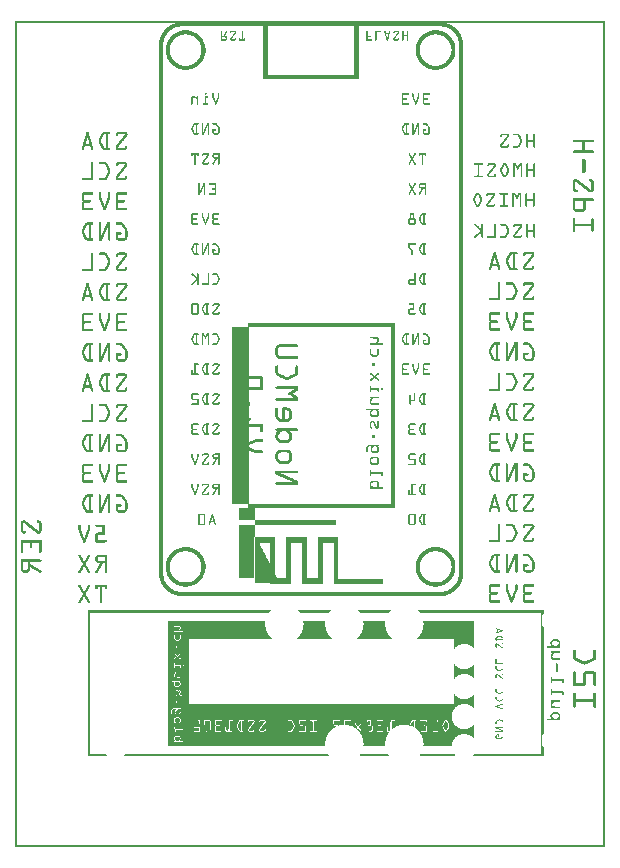
<source format=gbo>
G04 MADE WITH FRITZING*
G04 WWW.FRITZING.ORG*
G04 DOUBLE SIDED*
G04 HOLES PLATED*
G04 CONTOUR ON CENTER OF CONTOUR VECTOR*
%ASAXBY*%
%FSLAX23Y23*%
%MOIN*%
%OFA0B0*%
%SFA1.0B1.0*%
%ADD10R,0.001000X0.001000*%
%LNSILK0*%
G90*
G70*
G54D10*
X0Y2756D02*
X1967Y2756D01*
X0Y2755D02*
X1967Y2755D01*
X0Y2754D02*
X1967Y2754D01*
X0Y2753D02*
X1967Y2753D01*
X0Y2752D02*
X1967Y2752D01*
X0Y2751D02*
X1967Y2751D01*
X0Y2750D02*
X1967Y2750D01*
X0Y2749D02*
X1967Y2749D01*
X0Y2748D02*
X7Y2748D01*
X533Y2748D02*
X1441Y2748D01*
X1960Y2748D02*
X1967Y2748D01*
X0Y2747D02*
X7Y2747D01*
X531Y2747D02*
X1444Y2747D01*
X1960Y2747D02*
X1967Y2747D01*
X0Y2746D02*
X7Y2746D01*
X528Y2746D02*
X1447Y2746D01*
X1960Y2746D02*
X1967Y2746D01*
X0Y2745D02*
X7Y2745D01*
X526Y2745D02*
X1449Y2745D01*
X1960Y2745D02*
X1967Y2745D01*
X0Y2744D02*
X7Y2744D01*
X524Y2744D02*
X1451Y2744D01*
X1960Y2744D02*
X1967Y2744D01*
X0Y2743D02*
X7Y2743D01*
X522Y2743D02*
X1453Y2743D01*
X1960Y2743D02*
X1967Y2743D01*
X0Y2742D02*
X7Y2742D01*
X520Y2742D02*
X1455Y2742D01*
X1960Y2742D02*
X1967Y2742D01*
X0Y2741D02*
X7Y2741D01*
X518Y2741D02*
X1456Y2741D01*
X1960Y2741D02*
X1967Y2741D01*
X0Y2740D02*
X7Y2740D01*
X516Y2740D02*
X1458Y2740D01*
X1960Y2740D02*
X1967Y2740D01*
X0Y2739D02*
X7Y2739D01*
X515Y2739D02*
X1460Y2739D01*
X1960Y2739D02*
X1967Y2739D01*
X0Y2738D02*
X7Y2738D01*
X513Y2738D02*
X550Y2738D01*
X829Y2738D02*
X842Y2738D01*
X1132Y2738D02*
X1145Y2738D01*
X1424Y2738D02*
X1461Y2738D01*
X1960Y2738D02*
X1967Y2738D01*
X0Y2737D02*
X7Y2737D01*
X512Y2737D02*
X544Y2737D01*
X829Y2737D02*
X842Y2737D01*
X1132Y2737D02*
X1145Y2737D01*
X1431Y2737D02*
X1463Y2737D01*
X1960Y2737D02*
X1967Y2737D01*
X0Y2736D02*
X7Y2736D01*
X511Y2736D02*
X540Y2736D01*
X829Y2736D02*
X842Y2736D01*
X1132Y2736D02*
X1145Y2736D01*
X1435Y2736D02*
X1464Y2736D01*
X1960Y2736D02*
X1967Y2736D01*
X0Y2735D02*
X7Y2735D01*
X509Y2735D02*
X536Y2735D01*
X829Y2735D02*
X842Y2735D01*
X1132Y2735D02*
X1145Y2735D01*
X1438Y2735D02*
X1465Y2735D01*
X1960Y2735D02*
X1967Y2735D01*
X0Y2734D02*
X7Y2734D01*
X508Y2734D02*
X534Y2734D01*
X829Y2734D02*
X842Y2734D01*
X1132Y2734D02*
X1145Y2734D01*
X1441Y2734D02*
X1467Y2734D01*
X1960Y2734D02*
X1967Y2734D01*
X0Y2733D02*
X7Y2733D01*
X507Y2733D02*
X531Y2733D01*
X829Y2733D02*
X842Y2733D01*
X1132Y2733D02*
X1145Y2733D01*
X1443Y2733D02*
X1468Y2733D01*
X1960Y2733D02*
X1967Y2733D01*
X0Y2732D02*
X7Y2732D01*
X506Y2732D02*
X529Y2732D01*
X829Y2732D02*
X842Y2732D01*
X1132Y2732D02*
X1145Y2732D01*
X1445Y2732D02*
X1469Y2732D01*
X1960Y2732D02*
X1967Y2732D01*
X0Y2731D02*
X7Y2731D01*
X505Y2731D02*
X527Y2731D01*
X829Y2731D02*
X842Y2731D01*
X1132Y2731D02*
X1145Y2731D01*
X1448Y2731D02*
X1470Y2731D01*
X1960Y2731D02*
X1967Y2731D01*
X0Y2730D02*
X7Y2730D01*
X504Y2730D02*
X525Y2730D01*
X829Y2730D02*
X842Y2730D01*
X1132Y2730D02*
X1145Y2730D01*
X1449Y2730D02*
X1471Y2730D01*
X1960Y2730D02*
X1967Y2730D01*
X0Y2729D02*
X7Y2729D01*
X503Y2729D02*
X524Y2729D01*
X829Y2729D02*
X842Y2729D01*
X1132Y2729D02*
X1145Y2729D01*
X1451Y2729D02*
X1472Y2729D01*
X1960Y2729D02*
X1967Y2729D01*
X0Y2728D02*
X7Y2728D01*
X502Y2728D02*
X522Y2728D01*
X829Y2728D02*
X842Y2728D01*
X1132Y2728D02*
X1145Y2728D01*
X1453Y2728D02*
X1473Y2728D01*
X1960Y2728D02*
X1967Y2728D01*
X0Y2727D02*
X7Y2727D01*
X501Y2727D02*
X521Y2727D01*
X829Y2727D02*
X842Y2727D01*
X1132Y2727D02*
X1145Y2727D01*
X1454Y2727D02*
X1474Y2727D01*
X1960Y2727D02*
X1967Y2727D01*
X0Y2726D02*
X7Y2726D01*
X500Y2726D02*
X519Y2726D01*
X829Y2726D02*
X842Y2726D01*
X1132Y2726D02*
X1145Y2726D01*
X1455Y2726D02*
X1475Y2726D01*
X1960Y2726D02*
X1967Y2726D01*
X0Y2725D02*
X7Y2725D01*
X499Y2725D02*
X518Y2725D01*
X567Y2725D02*
X571Y2725D01*
X829Y2725D02*
X842Y2725D01*
X1132Y2725D02*
X1145Y2725D01*
X1400Y2725D02*
X1405Y2725D01*
X1457Y2725D02*
X1476Y2725D01*
X1960Y2725D02*
X1967Y2725D01*
X0Y2724D02*
X7Y2724D01*
X498Y2724D02*
X517Y2724D01*
X558Y2724D02*
X580Y2724D01*
X829Y2724D02*
X842Y2724D01*
X1132Y2724D02*
X1145Y2724D01*
X1391Y2724D02*
X1414Y2724D01*
X1458Y2724D02*
X1476Y2724D01*
X1960Y2724D02*
X1967Y2724D01*
X0Y2723D02*
X7Y2723D01*
X497Y2723D02*
X516Y2723D01*
X553Y2723D02*
X585Y2723D01*
X689Y2723D02*
X689Y2723D01*
X723Y2723D02*
X733Y2723D01*
X829Y2723D02*
X842Y2723D01*
X1132Y2723D02*
X1145Y2723D01*
X1173Y2723D02*
X1173Y2723D01*
X1202Y2723D02*
X1219Y2723D01*
X1233Y2723D02*
X1233Y2723D01*
X1267Y2723D02*
X1277Y2723D01*
X1293Y2723D02*
X1293Y2723D01*
X1387Y2723D02*
X1418Y2723D01*
X1459Y2723D02*
X1477Y2723D01*
X1960Y2723D02*
X1967Y2723D01*
X0Y2722D02*
X7Y2722D01*
X497Y2722D02*
X514Y2722D01*
X550Y2722D02*
X588Y2722D01*
X688Y2722D02*
X690Y2722D01*
X704Y2722D02*
X707Y2722D01*
X720Y2722D02*
X735Y2722D01*
X756Y2722D02*
X759Y2722D01*
X829Y2722D02*
X842Y2722D01*
X1132Y2722D02*
X1145Y2722D01*
X1172Y2722D02*
X1174Y2722D01*
X1201Y2722D02*
X1221Y2722D01*
X1232Y2722D02*
X1234Y2722D01*
X1248Y2722D02*
X1251Y2722D01*
X1264Y2722D02*
X1279Y2722D01*
X1292Y2722D02*
X1294Y2722D01*
X1308Y2722D02*
X1311Y2722D01*
X1383Y2722D02*
X1422Y2722D01*
X1460Y2722D02*
X1478Y2722D01*
X1960Y2722D02*
X1967Y2722D01*
X0Y2721D02*
X7Y2721D01*
X496Y2721D02*
X513Y2721D01*
X547Y2721D02*
X591Y2721D01*
X687Y2721D02*
X691Y2721D01*
X704Y2721D02*
X707Y2721D01*
X719Y2721D02*
X736Y2721D01*
X756Y2721D02*
X759Y2721D01*
X829Y2721D02*
X842Y2721D01*
X1132Y2721D02*
X1145Y2721D01*
X1171Y2721D02*
X1175Y2721D01*
X1201Y2721D02*
X1221Y2721D01*
X1231Y2721D02*
X1235Y2721D01*
X1248Y2721D02*
X1251Y2721D01*
X1263Y2721D02*
X1280Y2721D01*
X1291Y2721D02*
X1295Y2721D01*
X1308Y2721D02*
X1311Y2721D01*
X1380Y2721D02*
X1425Y2721D01*
X1461Y2721D02*
X1479Y2721D01*
X1960Y2721D02*
X1967Y2721D01*
X0Y2720D02*
X7Y2720D01*
X495Y2720D02*
X512Y2720D01*
X544Y2720D02*
X594Y2720D01*
X687Y2720D02*
X691Y2720D01*
X703Y2720D02*
X707Y2720D01*
X718Y2720D02*
X737Y2720D01*
X756Y2720D02*
X759Y2720D01*
X829Y2720D02*
X842Y2720D01*
X1132Y2720D02*
X1145Y2720D01*
X1171Y2720D02*
X1175Y2720D01*
X1201Y2720D02*
X1221Y2720D01*
X1232Y2720D02*
X1235Y2720D01*
X1248Y2720D02*
X1251Y2720D01*
X1262Y2720D02*
X1281Y2720D01*
X1291Y2720D02*
X1295Y2720D01*
X1308Y2720D02*
X1311Y2720D01*
X1378Y2720D02*
X1427Y2720D01*
X1462Y2720D02*
X1479Y2720D01*
X1960Y2720D02*
X1967Y2720D01*
X0Y2719D02*
X7Y2719D01*
X494Y2719D02*
X511Y2719D01*
X542Y2719D02*
X596Y2719D01*
X687Y2719D02*
X691Y2719D01*
X702Y2719D02*
X706Y2719D01*
X718Y2719D02*
X737Y2719D01*
X756Y2719D02*
X759Y2719D01*
X829Y2719D02*
X842Y2719D01*
X1132Y2719D02*
X1145Y2719D01*
X1171Y2719D02*
X1175Y2719D01*
X1201Y2719D02*
X1220Y2719D01*
X1232Y2719D02*
X1235Y2719D01*
X1247Y2719D02*
X1251Y2719D01*
X1262Y2719D02*
X1281Y2719D01*
X1291Y2719D02*
X1295Y2719D01*
X1308Y2719D02*
X1311Y2719D01*
X1375Y2719D02*
X1430Y2719D01*
X1463Y2719D02*
X1480Y2719D01*
X1960Y2719D02*
X1967Y2719D01*
X0Y2718D02*
X7Y2718D01*
X494Y2718D02*
X510Y2718D01*
X540Y2718D02*
X598Y2718D01*
X687Y2718D02*
X691Y2718D01*
X702Y2718D02*
X706Y2718D01*
X718Y2718D02*
X721Y2718D01*
X734Y2718D02*
X737Y2718D01*
X756Y2718D02*
X759Y2718D01*
X829Y2718D02*
X842Y2718D01*
X1132Y2718D02*
X1145Y2718D01*
X1171Y2718D02*
X1175Y2718D01*
X1201Y2718D02*
X1205Y2718D01*
X1232Y2718D02*
X1236Y2718D01*
X1247Y2718D02*
X1250Y2718D01*
X1262Y2718D02*
X1265Y2718D01*
X1278Y2718D02*
X1281Y2718D01*
X1291Y2718D02*
X1295Y2718D01*
X1308Y2718D02*
X1311Y2718D01*
X1373Y2718D02*
X1432Y2718D01*
X1464Y2718D02*
X1481Y2718D01*
X1960Y2718D02*
X1967Y2718D01*
X0Y2717D02*
X7Y2717D01*
X493Y2717D02*
X509Y2717D01*
X538Y2717D02*
X600Y2717D01*
X687Y2717D02*
X691Y2717D01*
X701Y2717D02*
X705Y2717D01*
X718Y2717D02*
X721Y2717D01*
X733Y2717D02*
X737Y2717D01*
X756Y2717D02*
X759Y2717D01*
X829Y2717D02*
X842Y2717D01*
X1132Y2717D02*
X1145Y2717D01*
X1171Y2717D02*
X1175Y2717D01*
X1201Y2717D02*
X1205Y2717D01*
X1232Y2717D02*
X1236Y2717D01*
X1247Y2717D02*
X1250Y2717D01*
X1262Y2717D02*
X1265Y2717D01*
X1277Y2717D02*
X1281Y2717D01*
X1291Y2717D02*
X1295Y2717D01*
X1308Y2717D02*
X1311Y2717D01*
X1371Y2717D02*
X1434Y2717D01*
X1465Y2717D02*
X1481Y2717D01*
X1960Y2717D02*
X1967Y2717D01*
X0Y2716D02*
X7Y2716D01*
X493Y2716D02*
X509Y2716D01*
X536Y2716D02*
X602Y2716D01*
X687Y2716D02*
X691Y2716D01*
X701Y2716D02*
X705Y2716D01*
X718Y2716D02*
X720Y2716D01*
X732Y2716D02*
X737Y2716D01*
X756Y2716D02*
X759Y2716D01*
X829Y2716D02*
X842Y2716D01*
X1132Y2716D02*
X1145Y2716D01*
X1171Y2716D02*
X1175Y2716D01*
X1201Y2716D02*
X1205Y2716D01*
X1233Y2716D02*
X1237Y2716D01*
X1246Y2716D02*
X1250Y2716D01*
X1262Y2716D02*
X1264Y2716D01*
X1276Y2716D02*
X1280Y2716D01*
X1291Y2716D02*
X1295Y2716D01*
X1308Y2716D02*
X1311Y2716D01*
X1369Y2716D02*
X1435Y2716D01*
X1466Y2716D02*
X1482Y2716D01*
X1960Y2716D02*
X1967Y2716D01*
X0Y2715D02*
X7Y2715D01*
X492Y2715D02*
X508Y2715D01*
X534Y2715D02*
X604Y2715D01*
X687Y2715D02*
X691Y2715D01*
X700Y2715D02*
X704Y2715D01*
X731Y2715D02*
X736Y2715D01*
X756Y2715D02*
X759Y2715D01*
X829Y2715D02*
X842Y2715D01*
X1132Y2715D02*
X1145Y2715D01*
X1171Y2715D02*
X1175Y2715D01*
X1201Y2715D02*
X1205Y2715D01*
X1233Y2715D02*
X1249Y2715D01*
X1275Y2715D02*
X1280Y2715D01*
X1291Y2715D02*
X1295Y2715D01*
X1308Y2715D02*
X1311Y2715D01*
X1368Y2715D02*
X1437Y2715D01*
X1467Y2715D02*
X1483Y2715D01*
X1960Y2715D02*
X1967Y2715D01*
X0Y2714D02*
X7Y2714D01*
X491Y2714D02*
X507Y2714D01*
X533Y2714D02*
X605Y2714D01*
X687Y2714D02*
X691Y2714D01*
X700Y2714D02*
X703Y2714D01*
X731Y2714D02*
X735Y2714D01*
X756Y2714D02*
X759Y2714D01*
X829Y2714D02*
X842Y2714D01*
X1132Y2714D02*
X1145Y2714D01*
X1171Y2714D02*
X1175Y2714D01*
X1201Y2714D02*
X1205Y2714D01*
X1233Y2714D02*
X1249Y2714D01*
X1275Y2714D02*
X1279Y2714D01*
X1291Y2714D02*
X1295Y2714D01*
X1308Y2714D02*
X1311Y2714D01*
X1366Y2714D02*
X1439Y2714D01*
X1468Y2714D02*
X1483Y2714D01*
X1960Y2714D02*
X1967Y2714D01*
X0Y2713D02*
X7Y2713D01*
X491Y2713D02*
X506Y2713D01*
X531Y2713D02*
X607Y2713D01*
X687Y2713D02*
X691Y2713D01*
X699Y2713D02*
X703Y2713D01*
X730Y2713D02*
X734Y2713D01*
X756Y2713D02*
X759Y2713D01*
X829Y2713D02*
X842Y2713D01*
X1132Y2713D02*
X1145Y2713D01*
X1171Y2713D02*
X1175Y2713D01*
X1201Y2713D02*
X1205Y2713D01*
X1234Y2713D02*
X1249Y2713D01*
X1274Y2713D02*
X1278Y2713D01*
X1291Y2713D02*
X1295Y2713D01*
X1308Y2713D02*
X1311Y2713D01*
X1365Y2713D02*
X1440Y2713D01*
X1468Y2713D02*
X1484Y2713D01*
X1960Y2713D02*
X1967Y2713D01*
X0Y2712D02*
X7Y2712D01*
X490Y2712D02*
X505Y2712D01*
X530Y2712D02*
X608Y2712D01*
X687Y2712D02*
X691Y2712D01*
X698Y2712D02*
X702Y2712D01*
X729Y2712D02*
X734Y2712D01*
X756Y2712D02*
X759Y2712D01*
X829Y2712D02*
X842Y2712D01*
X1132Y2712D02*
X1145Y2712D01*
X1171Y2712D02*
X1175Y2712D01*
X1201Y2712D02*
X1205Y2712D01*
X1234Y2712D02*
X1249Y2712D01*
X1273Y2712D02*
X1278Y2712D01*
X1291Y2712D02*
X1295Y2712D01*
X1308Y2712D02*
X1311Y2712D01*
X1363Y2712D02*
X1442Y2712D01*
X1469Y2712D02*
X1484Y2712D01*
X1960Y2712D02*
X1967Y2712D01*
X0Y2711D02*
X7Y2711D01*
X490Y2711D02*
X505Y2711D01*
X528Y2711D02*
X563Y2711D01*
X575Y2711D02*
X609Y2711D01*
X687Y2711D02*
X691Y2711D01*
X698Y2711D02*
X702Y2711D01*
X728Y2711D02*
X733Y2711D01*
X756Y2711D02*
X759Y2711D01*
X829Y2711D02*
X842Y2711D01*
X1132Y2711D02*
X1145Y2711D01*
X1171Y2711D02*
X1175Y2711D01*
X1201Y2711D02*
X1205Y2711D01*
X1234Y2711D02*
X1238Y2711D01*
X1245Y2711D02*
X1248Y2711D01*
X1272Y2711D02*
X1277Y2711D01*
X1291Y2711D02*
X1295Y2711D01*
X1308Y2711D02*
X1311Y2711D01*
X1362Y2711D02*
X1397Y2711D01*
X1408Y2711D02*
X1443Y2711D01*
X1470Y2711D02*
X1485Y2711D01*
X1960Y2711D02*
X1967Y2711D01*
X0Y2710D02*
X7Y2710D01*
X489Y2710D02*
X504Y2710D01*
X527Y2710D02*
X557Y2710D01*
X581Y2710D02*
X611Y2710D01*
X687Y2710D02*
X691Y2710D01*
X697Y2710D02*
X701Y2710D01*
X728Y2710D02*
X732Y2710D01*
X756Y2710D02*
X759Y2710D01*
X829Y2710D02*
X842Y2710D01*
X1132Y2710D02*
X1145Y2710D01*
X1171Y2710D02*
X1175Y2710D01*
X1201Y2710D02*
X1205Y2710D01*
X1234Y2710D02*
X1238Y2710D01*
X1245Y2710D02*
X1248Y2710D01*
X1272Y2710D02*
X1276Y2710D01*
X1291Y2710D02*
X1295Y2710D01*
X1308Y2710D02*
X1311Y2710D01*
X1361Y2710D02*
X1390Y2710D01*
X1415Y2710D02*
X1444Y2710D01*
X1471Y2710D02*
X1485Y2710D01*
X1960Y2710D02*
X1967Y2710D01*
X0Y2709D02*
X7Y2709D01*
X489Y2709D02*
X503Y2709D01*
X526Y2709D02*
X553Y2709D01*
X585Y2709D02*
X612Y2709D01*
X687Y2709D02*
X691Y2709D01*
X697Y2709D02*
X701Y2709D01*
X727Y2709D02*
X731Y2709D01*
X756Y2709D02*
X759Y2709D01*
X829Y2709D02*
X842Y2709D01*
X1132Y2709D02*
X1145Y2709D01*
X1171Y2709D02*
X1175Y2709D01*
X1201Y2709D02*
X1205Y2709D01*
X1235Y2709D02*
X1238Y2709D01*
X1244Y2709D02*
X1248Y2709D01*
X1271Y2709D02*
X1275Y2709D01*
X1291Y2709D02*
X1295Y2709D01*
X1308Y2709D02*
X1311Y2709D01*
X1359Y2709D02*
X1386Y2709D01*
X1419Y2709D02*
X1445Y2709D01*
X1471Y2709D02*
X1486Y2709D01*
X1960Y2709D02*
X1967Y2709D01*
X0Y2708D02*
X7Y2708D01*
X488Y2708D02*
X503Y2708D01*
X525Y2708D02*
X550Y2708D01*
X588Y2708D02*
X613Y2708D01*
X687Y2708D02*
X691Y2708D01*
X696Y2708D02*
X700Y2708D01*
X726Y2708D02*
X730Y2708D01*
X756Y2708D02*
X759Y2708D01*
X829Y2708D02*
X842Y2708D01*
X1132Y2708D02*
X1145Y2708D01*
X1171Y2708D02*
X1175Y2708D01*
X1201Y2708D02*
X1205Y2708D01*
X1235Y2708D02*
X1238Y2708D01*
X1244Y2708D02*
X1247Y2708D01*
X1270Y2708D02*
X1274Y2708D01*
X1291Y2708D02*
X1311Y2708D01*
X1358Y2708D02*
X1383Y2708D01*
X1421Y2708D02*
X1447Y2708D01*
X1472Y2708D02*
X1486Y2708D01*
X1960Y2708D02*
X1967Y2708D01*
X0Y2707D02*
X7Y2707D01*
X488Y2707D02*
X502Y2707D01*
X524Y2707D02*
X547Y2707D01*
X591Y2707D02*
X614Y2707D01*
X687Y2707D02*
X691Y2707D01*
X695Y2707D02*
X699Y2707D01*
X725Y2707D02*
X730Y2707D01*
X756Y2707D02*
X759Y2707D01*
X829Y2707D02*
X842Y2707D01*
X1132Y2707D02*
X1145Y2707D01*
X1171Y2707D02*
X1175Y2707D01*
X1201Y2707D02*
X1205Y2707D01*
X1235Y2707D02*
X1239Y2707D01*
X1244Y2707D02*
X1247Y2707D01*
X1269Y2707D02*
X1274Y2707D01*
X1291Y2707D02*
X1311Y2707D01*
X1357Y2707D02*
X1381Y2707D01*
X1424Y2707D02*
X1448Y2707D01*
X1473Y2707D02*
X1487Y2707D01*
X1960Y2707D02*
X1967Y2707D01*
X0Y2706D02*
X7Y2706D01*
X487Y2706D02*
X501Y2706D01*
X523Y2706D02*
X545Y2706D01*
X593Y2706D02*
X615Y2706D01*
X687Y2706D02*
X691Y2706D01*
X695Y2706D02*
X699Y2706D01*
X724Y2706D02*
X729Y2706D01*
X756Y2706D02*
X759Y2706D01*
X829Y2706D02*
X842Y2706D01*
X1132Y2706D02*
X1145Y2706D01*
X1171Y2706D02*
X1175Y2706D01*
X1201Y2706D02*
X1205Y2706D01*
X1236Y2706D02*
X1239Y2706D01*
X1243Y2706D02*
X1247Y2706D01*
X1268Y2706D02*
X1273Y2706D01*
X1291Y2706D02*
X1311Y2706D01*
X1356Y2706D02*
X1379Y2706D01*
X1426Y2706D02*
X1449Y2706D01*
X1473Y2706D02*
X1487Y2706D01*
X1960Y2706D02*
X1967Y2706D01*
X0Y2705D02*
X7Y2705D01*
X487Y2705D02*
X501Y2705D01*
X522Y2705D02*
X543Y2705D01*
X595Y2705D02*
X616Y2705D01*
X687Y2705D02*
X703Y2705D01*
X724Y2705D02*
X728Y2705D01*
X756Y2705D02*
X759Y2705D01*
X829Y2705D02*
X842Y2705D01*
X1132Y2705D02*
X1145Y2705D01*
X1171Y2705D02*
X1186Y2705D01*
X1201Y2705D02*
X1205Y2705D01*
X1236Y2705D02*
X1239Y2705D01*
X1243Y2705D02*
X1247Y2705D01*
X1268Y2705D02*
X1272Y2705D01*
X1291Y2705D02*
X1311Y2705D01*
X1355Y2705D02*
X1377Y2705D01*
X1428Y2705D02*
X1450Y2705D01*
X1474Y2705D02*
X1488Y2705D01*
X1960Y2705D02*
X1967Y2705D01*
X0Y2704D02*
X7Y2704D01*
X486Y2704D02*
X500Y2704D01*
X521Y2704D02*
X542Y2704D01*
X596Y2704D02*
X617Y2704D01*
X687Y2704D02*
X705Y2704D01*
X723Y2704D02*
X727Y2704D01*
X756Y2704D02*
X759Y2704D01*
X829Y2704D02*
X842Y2704D01*
X1132Y2704D02*
X1145Y2704D01*
X1171Y2704D02*
X1187Y2704D01*
X1201Y2704D02*
X1205Y2704D01*
X1236Y2704D02*
X1240Y2704D01*
X1243Y2704D02*
X1246Y2704D01*
X1267Y2704D02*
X1271Y2704D01*
X1291Y2704D02*
X1295Y2704D01*
X1308Y2704D02*
X1311Y2704D01*
X1354Y2704D02*
X1375Y2704D01*
X1430Y2704D02*
X1451Y2704D01*
X1474Y2704D02*
X1488Y2704D01*
X1960Y2704D02*
X1967Y2704D01*
X0Y2703D02*
X7Y2703D01*
X486Y2703D02*
X500Y2703D01*
X520Y2703D02*
X540Y2703D01*
X598Y2703D02*
X618Y2703D01*
X687Y2703D02*
X706Y2703D01*
X722Y2703D02*
X727Y2703D01*
X756Y2703D02*
X759Y2703D01*
X829Y2703D02*
X842Y2703D01*
X1132Y2703D02*
X1145Y2703D01*
X1171Y2703D02*
X1187Y2703D01*
X1201Y2703D02*
X1205Y2703D01*
X1237Y2703D02*
X1240Y2703D01*
X1243Y2703D02*
X1246Y2703D01*
X1266Y2703D02*
X1271Y2703D01*
X1291Y2703D02*
X1295Y2703D01*
X1308Y2703D02*
X1311Y2703D01*
X1353Y2703D02*
X1373Y2703D01*
X1431Y2703D02*
X1452Y2703D01*
X1475Y2703D02*
X1489Y2703D01*
X1960Y2703D02*
X1967Y2703D01*
X0Y2702D02*
X7Y2702D01*
X486Y2702D02*
X499Y2702D01*
X519Y2702D02*
X538Y2702D01*
X599Y2702D02*
X619Y2702D01*
X687Y2702D02*
X706Y2702D01*
X721Y2702D02*
X726Y2702D01*
X756Y2702D02*
X759Y2702D01*
X829Y2702D02*
X842Y2702D01*
X1132Y2702D02*
X1145Y2702D01*
X1171Y2702D02*
X1186Y2702D01*
X1201Y2702D02*
X1205Y2702D01*
X1237Y2702D02*
X1240Y2702D01*
X1242Y2702D02*
X1246Y2702D01*
X1265Y2702D02*
X1270Y2702D01*
X1291Y2702D02*
X1295Y2702D01*
X1308Y2702D02*
X1311Y2702D01*
X1352Y2702D02*
X1372Y2702D01*
X1433Y2702D02*
X1452Y2702D01*
X1475Y2702D02*
X1489Y2702D01*
X1960Y2702D02*
X1967Y2702D01*
X0Y2701D02*
X7Y2701D01*
X485Y2701D02*
X499Y2701D01*
X518Y2701D02*
X537Y2701D01*
X601Y2701D02*
X620Y2701D01*
X687Y2701D02*
X691Y2701D01*
X702Y2701D02*
X707Y2701D01*
X721Y2701D02*
X725Y2701D01*
X756Y2701D02*
X759Y2701D01*
X829Y2701D02*
X842Y2701D01*
X1132Y2701D02*
X1145Y2701D01*
X1171Y2701D02*
X1175Y2701D01*
X1201Y2701D02*
X1205Y2701D01*
X1237Y2701D02*
X1245Y2701D01*
X1265Y2701D02*
X1269Y2701D01*
X1291Y2701D02*
X1295Y2701D01*
X1308Y2701D02*
X1311Y2701D01*
X1352Y2701D02*
X1371Y2701D01*
X1434Y2701D02*
X1453Y2701D01*
X1476Y2701D02*
X1489Y2701D01*
X1960Y2701D02*
X1967Y2701D01*
X0Y2700D02*
X7Y2700D01*
X485Y2700D02*
X498Y2700D01*
X517Y2700D02*
X536Y2700D01*
X602Y2700D02*
X621Y2700D01*
X687Y2700D02*
X691Y2700D01*
X704Y2700D02*
X707Y2700D01*
X720Y2700D02*
X724Y2700D01*
X756Y2700D02*
X759Y2700D01*
X829Y2700D02*
X842Y2700D01*
X1132Y2700D02*
X1145Y2700D01*
X1171Y2700D02*
X1175Y2700D01*
X1201Y2700D02*
X1205Y2700D01*
X1237Y2700D02*
X1245Y2700D01*
X1264Y2700D02*
X1268Y2700D01*
X1291Y2700D02*
X1295Y2700D01*
X1308Y2700D02*
X1311Y2700D01*
X1351Y2700D02*
X1369Y2700D01*
X1436Y2700D02*
X1454Y2700D01*
X1476Y2700D02*
X1490Y2700D01*
X1960Y2700D02*
X1967Y2700D01*
X0Y2699D02*
X7Y2699D01*
X485Y2699D02*
X498Y2699D01*
X517Y2699D02*
X535Y2699D01*
X603Y2699D02*
X621Y2699D01*
X687Y2699D02*
X691Y2699D01*
X704Y2699D02*
X707Y2699D01*
X719Y2699D02*
X723Y2699D01*
X756Y2699D02*
X759Y2699D01*
X829Y2699D02*
X842Y2699D01*
X1132Y2699D02*
X1145Y2699D01*
X1171Y2699D02*
X1175Y2699D01*
X1201Y2699D02*
X1205Y2699D01*
X1238Y2699D02*
X1245Y2699D01*
X1263Y2699D02*
X1267Y2699D01*
X1291Y2699D02*
X1295Y2699D01*
X1308Y2699D02*
X1311Y2699D01*
X1350Y2699D02*
X1368Y2699D01*
X1437Y2699D02*
X1455Y2699D01*
X1476Y2699D02*
X1490Y2699D01*
X1960Y2699D02*
X1967Y2699D01*
X0Y2698D02*
X7Y2698D01*
X484Y2698D02*
X498Y2698D01*
X516Y2698D02*
X533Y2698D01*
X604Y2698D02*
X622Y2698D01*
X687Y2698D02*
X691Y2698D01*
X704Y2698D02*
X707Y2698D01*
X718Y2698D02*
X723Y2698D01*
X735Y2698D02*
X736Y2698D01*
X749Y2698D02*
X749Y2698D01*
X756Y2698D02*
X759Y2698D01*
X765Y2698D02*
X766Y2698D01*
X829Y2698D02*
X842Y2698D01*
X1132Y2698D02*
X1145Y2698D01*
X1171Y2698D02*
X1175Y2698D01*
X1201Y2698D02*
X1205Y2698D01*
X1238Y2698D02*
X1245Y2698D01*
X1262Y2698D02*
X1267Y2698D01*
X1279Y2698D02*
X1280Y2698D01*
X1291Y2698D02*
X1295Y2698D01*
X1308Y2698D02*
X1311Y2698D01*
X1349Y2698D02*
X1367Y2698D01*
X1438Y2698D02*
X1456Y2698D01*
X1477Y2698D02*
X1490Y2698D01*
X1960Y2698D02*
X1967Y2698D01*
X0Y2697D02*
X7Y2697D01*
X484Y2697D02*
X497Y2697D01*
X515Y2697D02*
X532Y2697D01*
X606Y2697D02*
X623Y2697D01*
X687Y2697D02*
X691Y2697D01*
X704Y2697D02*
X707Y2697D01*
X718Y2697D02*
X722Y2697D01*
X734Y2697D02*
X737Y2697D01*
X748Y2697D02*
X750Y2697D01*
X756Y2697D02*
X759Y2697D01*
X764Y2697D02*
X767Y2697D01*
X829Y2697D02*
X842Y2697D01*
X1132Y2697D02*
X1145Y2697D01*
X1171Y2697D02*
X1175Y2697D01*
X1201Y2697D02*
X1205Y2697D01*
X1238Y2697D02*
X1244Y2697D01*
X1262Y2697D02*
X1266Y2697D01*
X1278Y2697D02*
X1281Y2697D01*
X1291Y2697D02*
X1295Y2697D01*
X1308Y2697D02*
X1311Y2697D01*
X1349Y2697D02*
X1366Y2697D01*
X1439Y2697D02*
X1456Y2697D01*
X1477Y2697D02*
X1491Y2697D01*
X1960Y2697D02*
X1967Y2697D01*
X0Y2696D02*
X7Y2696D01*
X484Y2696D02*
X497Y2696D01*
X514Y2696D02*
X531Y2696D01*
X607Y2696D02*
X624Y2696D01*
X687Y2696D02*
X691Y2696D01*
X704Y2696D02*
X707Y2696D01*
X718Y2696D02*
X721Y2696D01*
X734Y2696D02*
X737Y2696D01*
X747Y2696D02*
X751Y2696D01*
X756Y2696D02*
X759Y2696D01*
X764Y2696D02*
X767Y2696D01*
X829Y2696D02*
X842Y2696D01*
X1132Y2696D02*
X1145Y2696D01*
X1171Y2696D02*
X1175Y2696D01*
X1201Y2696D02*
X1205Y2696D01*
X1239Y2696D02*
X1244Y2696D01*
X1262Y2696D02*
X1265Y2696D01*
X1278Y2696D02*
X1281Y2696D01*
X1291Y2696D02*
X1295Y2696D01*
X1308Y2696D02*
X1311Y2696D01*
X1348Y2696D02*
X1365Y2696D01*
X1440Y2696D02*
X1457Y2696D01*
X1478Y2696D02*
X1491Y2696D01*
X1960Y2696D02*
X1967Y2696D01*
X0Y2695D02*
X7Y2695D01*
X483Y2695D02*
X497Y2695D01*
X514Y2695D02*
X530Y2695D01*
X608Y2695D02*
X624Y2695D01*
X687Y2695D02*
X691Y2695D01*
X703Y2695D02*
X707Y2695D01*
X717Y2695D02*
X721Y2695D01*
X733Y2695D02*
X737Y2695D01*
X747Y2695D02*
X751Y2695D01*
X756Y2695D02*
X759Y2695D01*
X764Y2695D02*
X767Y2695D01*
X829Y2695D02*
X842Y2695D01*
X1132Y2695D02*
X1145Y2695D01*
X1171Y2695D02*
X1175Y2695D01*
X1201Y2695D02*
X1205Y2695D01*
X1239Y2695D02*
X1244Y2695D01*
X1261Y2695D02*
X1265Y2695D01*
X1277Y2695D02*
X1281Y2695D01*
X1291Y2695D02*
X1295Y2695D01*
X1308Y2695D02*
X1311Y2695D01*
X1347Y2695D02*
X1364Y2695D01*
X1441Y2695D02*
X1458Y2695D01*
X1478Y2695D02*
X1491Y2695D01*
X1960Y2695D02*
X1967Y2695D01*
X0Y2694D02*
X7Y2694D01*
X483Y2694D02*
X496Y2694D01*
X513Y2694D02*
X529Y2694D01*
X609Y2694D02*
X625Y2694D01*
X687Y2694D02*
X706Y2694D01*
X718Y2694D02*
X737Y2694D01*
X747Y2694D02*
X767Y2694D01*
X829Y2694D02*
X842Y2694D01*
X1132Y2694D02*
X1145Y2694D01*
X1171Y2694D02*
X1191Y2694D01*
X1201Y2694D02*
X1205Y2694D01*
X1239Y2694D02*
X1243Y2694D01*
X1262Y2694D02*
X1281Y2694D01*
X1291Y2694D02*
X1295Y2694D01*
X1308Y2694D02*
X1311Y2694D01*
X1347Y2694D02*
X1363Y2694D01*
X1442Y2694D02*
X1458Y2694D01*
X1478Y2694D02*
X1491Y2694D01*
X1960Y2694D02*
X1967Y2694D01*
X0Y2693D02*
X7Y2693D01*
X483Y2693D02*
X496Y2693D01*
X513Y2693D02*
X528Y2693D01*
X609Y2693D02*
X625Y2693D01*
X687Y2693D02*
X706Y2693D01*
X718Y2693D02*
X736Y2693D01*
X747Y2693D02*
X767Y2693D01*
X829Y2693D02*
X842Y2693D01*
X1132Y2693D02*
X1145Y2693D01*
X1171Y2693D02*
X1191Y2693D01*
X1201Y2693D02*
X1205Y2693D01*
X1239Y2693D02*
X1243Y2693D01*
X1262Y2693D02*
X1280Y2693D01*
X1291Y2693D02*
X1295Y2693D01*
X1308Y2693D02*
X1311Y2693D01*
X1346Y2693D02*
X1362Y2693D01*
X1443Y2693D02*
X1459Y2693D01*
X1479Y2693D02*
X1492Y2693D01*
X1960Y2693D02*
X1967Y2693D01*
X0Y2692D02*
X7Y2692D01*
X483Y2692D02*
X496Y2692D01*
X512Y2692D02*
X528Y2692D01*
X610Y2692D02*
X626Y2692D01*
X687Y2692D02*
X705Y2692D01*
X719Y2692D02*
X735Y2692D01*
X747Y2692D02*
X767Y2692D01*
X829Y2692D02*
X842Y2692D01*
X1132Y2692D02*
X1145Y2692D01*
X1171Y2692D02*
X1191Y2692D01*
X1202Y2692D02*
X1204Y2692D01*
X1240Y2692D02*
X1243Y2692D01*
X1263Y2692D02*
X1279Y2692D01*
X1292Y2692D02*
X1295Y2692D01*
X1308Y2692D02*
X1311Y2692D01*
X1345Y2692D02*
X1361Y2692D01*
X1444Y2692D02*
X1459Y2692D01*
X1479Y2692D02*
X1492Y2692D01*
X1960Y2692D02*
X1967Y2692D01*
X0Y2691D02*
X7Y2691D01*
X482Y2691D02*
X496Y2691D01*
X511Y2691D02*
X527Y2691D01*
X611Y2691D02*
X627Y2691D01*
X687Y2691D02*
X703Y2691D01*
X720Y2691D02*
X734Y2691D01*
X747Y2691D02*
X767Y2691D01*
X829Y2691D02*
X842Y2691D01*
X1132Y2691D02*
X1145Y2691D01*
X1171Y2691D02*
X1190Y2691D01*
X1202Y2691D02*
X1204Y2691D01*
X1241Y2691D02*
X1242Y2691D01*
X1264Y2691D02*
X1278Y2691D01*
X1292Y2691D02*
X1294Y2691D01*
X1309Y2691D02*
X1310Y2691D01*
X1345Y2691D02*
X1360Y2691D01*
X1445Y2691D02*
X1460Y2691D01*
X1479Y2691D02*
X1492Y2691D01*
X1960Y2691D02*
X1967Y2691D01*
X0Y2690D02*
X7Y2690D01*
X482Y2690D02*
X495Y2690D01*
X511Y2690D02*
X526Y2690D01*
X612Y2690D02*
X627Y2690D01*
X829Y2690D02*
X842Y2690D01*
X1132Y2690D02*
X1145Y2690D01*
X1344Y2690D02*
X1360Y2690D01*
X1445Y2690D02*
X1461Y2690D01*
X1479Y2690D02*
X1492Y2690D01*
X1960Y2690D02*
X1967Y2690D01*
X0Y2689D02*
X7Y2689D01*
X482Y2689D02*
X495Y2689D01*
X510Y2689D02*
X525Y2689D01*
X613Y2689D02*
X628Y2689D01*
X829Y2689D02*
X842Y2689D01*
X1132Y2689D02*
X1145Y2689D01*
X1344Y2689D02*
X1359Y2689D01*
X1446Y2689D02*
X1461Y2689D01*
X1480Y2689D02*
X1493Y2689D01*
X1960Y2689D02*
X1967Y2689D01*
X0Y2688D02*
X7Y2688D01*
X482Y2688D02*
X495Y2688D01*
X510Y2688D02*
X525Y2688D01*
X613Y2688D02*
X628Y2688D01*
X829Y2688D02*
X842Y2688D01*
X1132Y2688D02*
X1145Y2688D01*
X1343Y2688D02*
X1358Y2688D01*
X1447Y2688D02*
X1462Y2688D01*
X1480Y2688D02*
X1493Y2688D01*
X1960Y2688D02*
X1967Y2688D01*
X0Y2687D02*
X7Y2687D01*
X482Y2687D02*
X495Y2687D01*
X509Y2687D02*
X524Y2687D01*
X614Y2687D02*
X629Y2687D01*
X829Y2687D02*
X842Y2687D01*
X1132Y2687D02*
X1145Y2687D01*
X1343Y2687D02*
X1357Y2687D01*
X1447Y2687D02*
X1462Y2687D01*
X1480Y2687D02*
X1493Y2687D01*
X1960Y2687D02*
X1967Y2687D01*
X0Y2686D02*
X7Y2686D01*
X482Y2686D02*
X494Y2686D01*
X509Y2686D02*
X523Y2686D01*
X615Y2686D02*
X629Y2686D01*
X829Y2686D02*
X842Y2686D01*
X1132Y2686D02*
X1145Y2686D01*
X1342Y2686D02*
X1357Y2686D01*
X1448Y2686D02*
X1463Y2686D01*
X1480Y2686D02*
X1493Y2686D01*
X1960Y2686D02*
X1967Y2686D01*
X0Y2685D02*
X7Y2685D01*
X481Y2685D02*
X494Y2685D01*
X508Y2685D02*
X523Y2685D01*
X615Y2685D02*
X630Y2685D01*
X829Y2685D02*
X842Y2685D01*
X1132Y2685D02*
X1145Y2685D01*
X1342Y2685D02*
X1356Y2685D01*
X1449Y2685D02*
X1463Y2685D01*
X1480Y2685D02*
X1493Y2685D01*
X1960Y2685D02*
X1967Y2685D01*
X0Y2684D02*
X7Y2684D01*
X481Y2684D02*
X494Y2684D01*
X508Y2684D02*
X522Y2684D01*
X616Y2684D02*
X630Y2684D01*
X829Y2684D02*
X842Y2684D01*
X1132Y2684D02*
X1145Y2684D01*
X1341Y2684D02*
X1356Y2684D01*
X1449Y2684D02*
X1463Y2684D01*
X1480Y2684D02*
X1493Y2684D01*
X1960Y2684D02*
X1967Y2684D01*
X0Y2683D02*
X7Y2683D01*
X481Y2683D02*
X494Y2683D01*
X508Y2683D02*
X522Y2683D01*
X616Y2683D02*
X630Y2683D01*
X829Y2683D02*
X842Y2683D01*
X1132Y2683D02*
X1145Y2683D01*
X1341Y2683D02*
X1355Y2683D01*
X1450Y2683D02*
X1464Y2683D01*
X1480Y2683D02*
X1493Y2683D01*
X1960Y2683D02*
X1967Y2683D01*
X0Y2682D02*
X7Y2682D01*
X481Y2682D02*
X494Y2682D01*
X507Y2682D02*
X521Y2682D01*
X617Y2682D02*
X631Y2682D01*
X829Y2682D02*
X842Y2682D01*
X1132Y2682D02*
X1145Y2682D01*
X1341Y2682D02*
X1355Y2682D01*
X1450Y2682D02*
X1464Y2682D01*
X1481Y2682D02*
X1494Y2682D01*
X1960Y2682D02*
X1967Y2682D01*
X0Y2681D02*
X7Y2681D01*
X481Y2681D02*
X494Y2681D01*
X507Y2681D02*
X521Y2681D01*
X617Y2681D02*
X631Y2681D01*
X829Y2681D02*
X842Y2681D01*
X1132Y2681D02*
X1145Y2681D01*
X1340Y2681D02*
X1354Y2681D01*
X1451Y2681D02*
X1465Y2681D01*
X1481Y2681D02*
X1494Y2681D01*
X1960Y2681D02*
X1967Y2681D01*
X0Y2680D02*
X7Y2680D01*
X481Y2680D02*
X494Y2680D01*
X506Y2680D02*
X520Y2680D01*
X618Y2680D02*
X631Y2680D01*
X829Y2680D02*
X842Y2680D01*
X1132Y2680D02*
X1145Y2680D01*
X1340Y2680D02*
X1354Y2680D01*
X1451Y2680D02*
X1465Y2680D01*
X1481Y2680D02*
X1494Y2680D01*
X1960Y2680D02*
X1967Y2680D01*
X0Y2679D02*
X7Y2679D01*
X481Y2679D02*
X494Y2679D01*
X506Y2679D02*
X520Y2679D01*
X618Y2679D02*
X632Y2679D01*
X829Y2679D02*
X842Y2679D01*
X1132Y2679D02*
X1145Y2679D01*
X1340Y2679D02*
X1353Y2679D01*
X1452Y2679D02*
X1465Y2679D01*
X1481Y2679D02*
X1494Y2679D01*
X1960Y2679D02*
X1967Y2679D01*
X0Y2678D02*
X7Y2678D01*
X481Y2678D02*
X494Y2678D01*
X506Y2678D02*
X519Y2678D01*
X619Y2678D02*
X632Y2678D01*
X829Y2678D02*
X842Y2678D01*
X1132Y2678D02*
X1145Y2678D01*
X1339Y2678D02*
X1353Y2678D01*
X1452Y2678D02*
X1466Y2678D01*
X1481Y2678D02*
X1494Y2678D01*
X1960Y2678D02*
X1967Y2678D01*
X0Y2677D02*
X7Y2677D01*
X481Y2677D02*
X494Y2677D01*
X506Y2677D02*
X519Y2677D01*
X619Y2677D02*
X632Y2677D01*
X829Y2677D02*
X842Y2677D01*
X1132Y2677D02*
X1145Y2677D01*
X1339Y2677D02*
X1352Y2677D01*
X1453Y2677D02*
X1466Y2677D01*
X1481Y2677D02*
X1494Y2677D01*
X1960Y2677D02*
X1967Y2677D01*
X0Y2676D02*
X7Y2676D01*
X481Y2676D02*
X494Y2676D01*
X505Y2676D02*
X519Y2676D01*
X619Y2676D02*
X633Y2676D01*
X829Y2676D02*
X842Y2676D01*
X1132Y2676D02*
X1145Y2676D01*
X1339Y2676D02*
X1352Y2676D01*
X1453Y2676D02*
X1466Y2676D01*
X1481Y2676D02*
X1494Y2676D01*
X1960Y2676D02*
X1967Y2676D01*
X0Y2675D02*
X7Y2675D01*
X481Y2675D02*
X494Y2675D01*
X505Y2675D02*
X518Y2675D01*
X620Y2675D02*
X633Y2675D01*
X829Y2675D02*
X842Y2675D01*
X1132Y2675D02*
X1145Y2675D01*
X1338Y2675D02*
X1352Y2675D01*
X1453Y2675D02*
X1466Y2675D01*
X1481Y2675D02*
X1494Y2675D01*
X1960Y2675D02*
X1967Y2675D01*
X0Y2674D02*
X7Y2674D01*
X481Y2674D02*
X494Y2674D01*
X505Y2674D02*
X518Y2674D01*
X620Y2674D02*
X633Y2674D01*
X829Y2674D02*
X842Y2674D01*
X1132Y2674D02*
X1145Y2674D01*
X1338Y2674D02*
X1351Y2674D01*
X1454Y2674D02*
X1467Y2674D01*
X1481Y2674D02*
X1494Y2674D01*
X1960Y2674D02*
X1967Y2674D01*
X0Y2673D02*
X7Y2673D01*
X481Y2673D02*
X494Y2673D01*
X504Y2673D02*
X518Y2673D01*
X620Y2673D02*
X633Y2673D01*
X829Y2673D02*
X842Y2673D01*
X1132Y2673D02*
X1145Y2673D01*
X1338Y2673D02*
X1351Y2673D01*
X1454Y2673D02*
X1467Y2673D01*
X1481Y2673D02*
X1494Y2673D01*
X1960Y2673D02*
X1967Y2673D01*
X0Y2672D02*
X7Y2672D01*
X481Y2672D02*
X494Y2672D01*
X504Y2672D02*
X517Y2672D01*
X621Y2672D02*
X634Y2672D01*
X829Y2672D02*
X842Y2672D01*
X1132Y2672D02*
X1145Y2672D01*
X1338Y2672D02*
X1351Y2672D01*
X1454Y2672D02*
X1467Y2672D01*
X1481Y2672D02*
X1494Y2672D01*
X1960Y2672D02*
X1967Y2672D01*
X0Y2671D02*
X7Y2671D01*
X481Y2671D02*
X494Y2671D01*
X504Y2671D02*
X517Y2671D01*
X621Y2671D02*
X634Y2671D01*
X829Y2671D02*
X842Y2671D01*
X1132Y2671D02*
X1145Y2671D01*
X1338Y2671D02*
X1351Y2671D01*
X1454Y2671D02*
X1467Y2671D01*
X1481Y2671D02*
X1494Y2671D01*
X1960Y2671D02*
X1967Y2671D01*
X0Y2670D02*
X7Y2670D01*
X481Y2670D02*
X494Y2670D01*
X504Y2670D02*
X517Y2670D01*
X621Y2670D02*
X634Y2670D01*
X829Y2670D02*
X842Y2670D01*
X1132Y2670D02*
X1145Y2670D01*
X1337Y2670D02*
X1350Y2670D01*
X1455Y2670D02*
X1467Y2670D01*
X1481Y2670D02*
X1494Y2670D01*
X1960Y2670D02*
X1967Y2670D01*
X0Y2669D02*
X7Y2669D01*
X481Y2669D02*
X494Y2669D01*
X504Y2669D02*
X517Y2669D01*
X621Y2669D02*
X634Y2669D01*
X829Y2669D02*
X842Y2669D01*
X1132Y2669D02*
X1145Y2669D01*
X1337Y2669D02*
X1350Y2669D01*
X1455Y2669D02*
X1468Y2669D01*
X1481Y2669D02*
X1494Y2669D01*
X1960Y2669D02*
X1967Y2669D01*
X0Y2668D02*
X7Y2668D01*
X481Y2668D02*
X494Y2668D01*
X504Y2668D02*
X517Y2668D01*
X621Y2668D02*
X634Y2668D01*
X829Y2668D02*
X842Y2668D01*
X1132Y2668D02*
X1145Y2668D01*
X1337Y2668D02*
X1350Y2668D01*
X1455Y2668D02*
X1468Y2668D01*
X1481Y2668D02*
X1494Y2668D01*
X1960Y2668D02*
X1967Y2668D01*
X0Y2667D02*
X7Y2667D01*
X481Y2667D02*
X494Y2667D01*
X503Y2667D02*
X516Y2667D01*
X622Y2667D02*
X635Y2667D01*
X829Y2667D02*
X842Y2667D01*
X1132Y2667D02*
X1145Y2667D01*
X1337Y2667D02*
X1350Y2667D01*
X1455Y2667D02*
X1468Y2667D01*
X1481Y2667D02*
X1494Y2667D01*
X1960Y2667D02*
X1967Y2667D01*
X0Y2666D02*
X7Y2666D01*
X481Y2666D02*
X494Y2666D01*
X503Y2666D02*
X516Y2666D01*
X622Y2666D02*
X635Y2666D01*
X829Y2666D02*
X842Y2666D01*
X1132Y2666D02*
X1145Y2666D01*
X1337Y2666D02*
X1350Y2666D01*
X1455Y2666D02*
X1468Y2666D01*
X1481Y2666D02*
X1494Y2666D01*
X1960Y2666D02*
X1967Y2666D01*
X0Y2665D02*
X7Y2665D01*
X481Y2665D02*
X494Y2665D01*
X503Y2665D02*
X516Y2665D01*
X622Y2665D02*
X635Y2665D01*
X829Y2665D02*
X842Y2665D01*
X1132Y2665D02*
X1145Y2665D01*
X1337Y2665D02*
X1350Y2665D01*
X1455Y2665D02*
X1468Y2665D01*
X1481Y2665D02*
X1494Y2665D01*
X1960Y2665D02*
X1967Y2665D01*
X0Y2664D02*
X7Y2664D01*
X481Y2664D02*
X494Y2664D01*
X503Y2664D02*
X516Y2664D01*
X622Y2664D02*
X635Y2664D01*
X829Y2664D02*
X842Y2664D01*
X1132Y2664D02*
X1145Y2664D01*
X1337Y2664D02*
X1349Y2664D01*
X1455Y2664D02*
X1468Y2664D01*
X1481Y2664D02*
X1494Y2664D01*
X1960Y2664D02*
X1967Y2664D01*
X0Y2663D02*
X7Y2663D01*
X481Y2663D02*
X494Y2663D01*
X503Y2663D02*
X516Y2663D01*
X622Y2663D02*
X635Y2663D01*
X829Y2663D02*
X842Y2663D01*
X1132Y2663D02*
X1145Y2663D01*
X1337Y2663D02*
X1349Y2663D01*
X1455Y2663D02*
X1468Y2663D01*
X1481Y2663D02*
X1494Y2663D01*
X1960Y2663D02*
X1967Y2663D01*
X0Y2662D02*
X7Y2662D01*
X481Y2662D02*
X494Y2662D01*
X503Y2662D02*
X516Y2662D01*
X622Y2662D02*
X635Y2662D01*
X829Y2662D02*
X842Y2662D01*
X1132Y2662D02*
X1145Y2662D01*
X1337Y2662D02*
X1349Y2662D01*
X1456Y2662D02*
X1468Y2662D01*
X1481Y2662D02*
X1494Y2662D01*
X1960Y2662D02*
X1967Y2662D01*
X0Y2661D02*
X7Y2661D01*
X481Y2661D02*
X494Y2661D01*
X503Y2661D02*
X516Y2661D01*
X622Y2661D02*
X635Y2661D01*
X829Y2661D02*
X842Y2661D01*
X1132Y2661D02*
X1145Y2661D01*
X1336Y2661D02*
X1349Y2661D01*
X1456Y2661D02*
X1468Y2661D01*
X1481Y2661D02*
X1494Y2661D01*
X1960Y2661D02*
X1967Y2661D01*
X0Y2660D02*
X7Y2660D01*
X481Y2660D02*
X494Y2660D01*
X503Y2660D02*
X516Y2660D01*
X622Y2660D02*
X635Y2660D01*
X829Y2660D02*
X842Y2660D01*
X1132Y2660D02*
X1145Y2660D01*
X1336Y2660D02*
X1349Y2660D01*
X1456Y2660D02*
X1468Y2660D01*
X1481Y2660D02*
X1494Y2660D01*
X1960Y2660D02*
X1967Y2660D01*
X0Y2659D02*
X7Y2659D01*
X481Y2659D02*
X494Y2659D01*
X503Y2659D02*
X516Y2659D01*
X622Y2659D02*
X635Y2659D01*
X829Y2659D02*
X842Y2659D01*
X1132Y2659D02*
X1145Y2659D01*
X1336Y2659D02*
X1349Y2659D01*
X1456Y2659D02*
X1469Y2659D01*
X1481Y2659D02*
X1494Y2659D01*
X1960Y2659D02*
X1967Y2659D01*
X0Y2658D02*
X7Y2658D01*
X481Y2658D02*
X494Y2658D01*
X503Y2658D02*
X516Y2658D01*
X622Y2658D02*
X635Y2658D01*
X829Y2658D02*
X842Y2658D01*
X1132Y2658D02*
X1145Y2658D01*
X1336Y2658D02*
X1349Y2658D01*
X1456Y2658D02*
X1468Y2658D01*
X1481Y2658D02*
X1494Y2658D01*
X1960Y2658D02*
X1967Y2658D01*
X0Y2657D02*
X7Y2657D01*
X481Y2657D02*
X494Y2657D01*
X503Y2657D02*
X516Y2657D01*
X622Y2657D02*
X635Y2657D01*
X829Y2657D02*
X842Y2657D01*
X1132Y2657D02*
X1145Y2657D01*
X1336Y2657D02*
X1349Y2657D01*
X1456Y2657D02*
X1468Y2657D01*
X1481Y2657D02*
X1494Y2657D01*
X1960Y2657D02*
X1967Y2657D01*
X0Y2656D02*
X7Y2656D01*
X481Y2656D02*
X494Y2656D01*
X503Y2656D02*
X516Y2656D01*
X622Y2656D02*
X635Y2656D01*
X829Y2656D02*
X842Y2656D01*
X1132Y2656D02*
X1145Y2656D01*
X1337Y2656D02*
X1349Y2656D01*
X1455Y2656D02*
X1468Y2656D01*
X1481Y2656D02*
X1494Y2656D01*
X1960Y2656D02*
X1967Y2656D01*
X0Y2655D02*
X7Y2655D01*
X481Y2655D02*
X494Y2655D01*
X503Y2655D02*
X516Y2655D01*
X622Y2655D02*
X635Y2655D01*
X829Y2655D02*
X842Y2655D01*
X1132Y2655D02*
X1145Y2655D01*
X1337Y2655D02*
X1349Y2655D01*
X1455Y2655D02*
X1468Y2655D01*
X1481Y2655D02*
X1494Y2655D01*
X1960Y2655D02*
X1967Y2655D01*
X0Y2654D02*
X7Y2654D01*
X481Y2654D02*
X494Y2654D01*
X503Y2654D02*
X516Y2654D01*
X622Y2654D02*
X635Y2654D01*
X829Y2654D02*
X842Y2654D01*
X1132Y2654D02*
X1145Y2654D01*
X1337Y2654D02*
X1349Y2654D01*
X1455Y2654D02*
X1468Y2654D01*
X1481Y2654D02*
X1494Y2654D01*
X1960Y2654D02*
X1967Y2654D01*
X0Y2653D02*
X7Y2653D01*
X481Y2653D02*
X494Y2653D01*
X503Y2653D02*
X516Y2653D01*
X622Y2653D02*
X635Y2653D01*
X829Y2653D02*
X842Y2653D01*
X1132Y2653D02*
X1145Y2653D01*
X1337Y2653D02*
X1350Y2653D01*
X1455Y2653D02*
X1468Y2653D01*
X1481Y2653D02*
X1494Y2653D01*
X1960Y2653D02*
X1967Y2653D01*
X0Y2652D02*
X7Y2652D01*
X481Y2652D02*
X494Y2652D01*
X503Y2652D02*
X516Y2652D01*
X622Y2652D02*
X635Y2652D01*
X829Y2652D02*
X842Y2652D01*
X1132Y2652D02*
X1145Y2652D01*
X1337Y2652D02*
X1350Y2652D01*
X1455Y2652D02*
X1468Y2652D01*
X1481Y2652D02*
X1494Y2652D01*
X1960Y2652D02*
X1967Y2652D01*
X0Y2651D02*
X7Y2651D01*
X481Y2651D02*
X494Y2651D01*
X503Y2651D02*
X516Y2651D01*
X622Y2651D02*
X635Y2651D01*
X829Y2651D02*
X842Y2651D01*
X1132Y2651D02*
X1145Y2651D01*
X1337Y2651D02*
X1350Y2651D01*
X1455Y2651D02*
X1468Y2651D01*
X1481Y2651D02*
X1494Y2651D01*
X1960Y2651D02*
X1967Y2651D01*
X0Y2650D02*
X7Y2650D01*
X481Y2650D02*
X494Y2650D01*
X504Y2650D02*
X517Y2650D01*
X621Y2650D02*
X634Y2650D01*
X829Y2650D02*
X842Y2650D01*
X1132Y2650D02*
X1145Y2650D01*
X1337Y2650D02*
X1350Y2650D01*
X1455Y2650D02*
X1468Y2650D01*
X1481Y2650D02*
X1494Y2650D01*
X1960Y2650D02*
X1967Y2650D01*
X0Y2649D02*
X7Y2649D01*
X481Y2649D02*
X494Y2649D01*
X504Y2649D02*
X517Y2649D01*
X621Y2649D02*
X634Y2649D01*
X829Y2649D02*
X842Y2649D01*
X1132Y2649D02*
X1145Y2649D01*
X1337Y2649D02*
X1350Y2649D01*
X1455Y2649D02*
X1468Y2649D01*
X1481Y2649D02*
X1494Y2649D01*
X1960Y2649D02*
X1967Y2649D01*
X0Y2648D02*
X7Y2648D01*
X481Y2648D02*
X494Y2648D01*
X504Y2648D02*
X517Y2648D01*
X621Y2648D02*
X634Y2648D01*
X829Y2648D02*
X842Y2648D01*
X1132Y2648D02*
X1145Y2648D01*
X1337Y2648D02*
X1350Y2648D01*
X1455Y2648D02*
X1467Y2648D01*
X1481Y2648D02*
X1494Y2648D01*
X1960Y2648D02*
X1967Y2648D01*
X0Y2647D02*
X7Y2647D01*
X481Y2647D02*
X494Y2647D01*
X504Y2647D02*
X517Y2647D01*
X621Y2647D02*
X634Y2647D01*
X829Y2647D02*
X842Y2647D01*
X1132Y2647D02*
X1145Y2647D01*
X1338Y2647D02*
X1351Y2647D01*
X1454Y2647D02*
X1467Y2647D01*
X1481Y2647D02*
X1494Y2647D01*
X1960Y2647D02*
X1967Y2647D01*
X0Y2646D02*
X7Y2646D01*
X481Y2646D02*
X494Y2646D01*
X504Y2646D02*
X517Y2646D01*
X621Y2646D02*
X634Y2646D01*
X829Y2646D02*
X842Y2646D01*
X1132Y2646D02*
X1145Y2646D01*
X1338Y2646D02*
X1351Y2646D01*
X1454Y2646D02*
X1467Y2646D01*
X1481Y2646D02*
X1494Y2646D01*
X1960Y2646D02*
X1967Y2646D01*
X0Y2645D02*
X7Y2645D01*
X481Y2645D02*
X494Y2645D01*
X504Y2645D02*
X518Y2645D01*
X620Y2645D02*
X633Y2645D01*
X829Y2645D02*
X842Y2645D01*
X1132Y2645D02*
X1145Y2645D01*
X1338Y2645D02*
X1351Y2645D01*
X1454Y2645D02*
X1467Y2645D01*
X1481Y2645D02*
X1494Y2645D01*
X1960Y2645D02*
X1967Y2645D01*
X0Y2644D02*
X7Y2644D01*
X481Y2644D02*
X494Y2644D01*
X505Y2644D02*
X518Y2644D01*
X620Y2644D02*
X633Y2644D01*
X829Y2644D02*
X842Y2644D01*
X1132Y2644D02*
X1145Y2644D01*
X1338Y2644D02*
X1351Y2644D01*
X1454Y2644D02*
X1467Y2644D01*
X1481Y2644D02*
X1494Y2644D01*
X1960Y2644D02*
X1967Y2644D01*
X0Y2643D02*
X7Y2643D01*
X481Y2643D02*
X494Y2643D01*
X505Y2643D02*
X518Y2643D01*
X620Y2643D02*
X633Y2643D01*
X829Y2643D02*
X842Y2643D01*
X1132Y2643D02*
X1145Y2643D01*
X1339Y2643D02*
X1352Y2643D01*
X1453Y2643D02*
X1466Y2643D01*
X1481Y2643D02*
X1494Y2643D01*
X1960Y2643D02*
X1967Y2643D01*
X0Y2642D02*
X7Y2642D01*
X481Y2642D02*
X494Y2642D01*
X505Y2642D02*
X519Y2642D01*
X619Y2642D02*
X633Y2642D01*
X829Y2642D02*
X842Y2642D01*
X1132Y2642D02*
X1145Y2642D01*
X1339Y2642D02*
X1352Y2642D01*
X1453Y2642D02*
X1466Y2642D01*
X1481Y2642D02*
X1494Y2642D01*
X1960Y2642D02*
X1967Y2642D01*
X0Y2641D02*
X7Y2641D01*
X481Y2641D02*
X494Y2641D01*
X506Y2641D02*
X519Y2641D01*
X619Y2641D02*
X632Y2641D01*
X829Y2641D02*
X842Y2641D01*
X1132Y2641D02*
X1145Y2641D01*
X1339Y2641D02*
X1352Y2641D01*
X1452Y2641D02*
X1466Y2641D01*
X1481Y2641D02*
X1494Y2641D01*
X1960Y2641D02*
X1967Y2641D01*
X0Y2640D02*
X7Y2640D01*
X481Y2640D02*
X494Y2640D01*
X506Y2640D02*
X519Y2640D01*
X619Y2640D02*
X632Y2640D01*
X829Y2640D02*
X842Y2640D01*
X1132Y2640D02*
X1145Y2640D01*
X1339Y2640D02*
X1353Y2640D01*
X1452Y2640D02*
X1466Y2640D01*
X1481Y2640D02*
X1494Y2640D01*
X1960Y2640D02*
X1967Y2640D01*
X0Y2639D02*
X7Y2639D01*
X481Y2639D02*
X494Y2639D01*
X506Y2639D02*
X520Y2639D01*
X618Y2639D02*
X632Y2639D01*
X829Y2639D02*
X842Y2639D01*
X1132Y2639D02*
X1145Y2639D01*
X1340Y2639D02*
X1353Y2639D01*
X1452Y2639D02*
X1465Y2639D01*
X1481Y2639D02*
X1494Y2639D01*
X1960Y2639D02*
X1967Y2639D01*
X0Y2638D02*
X7Y2638D01*
X481Y2638D02*
X494Y2638D01*
X507Y2638D02*
X520Y2638D01*
X618Y2638D02*
X631Y2638D01*
X829Y2638D02*
X842Y2638D01*
X1132Y2638D02*
X1145Y2638D01*
X1340Y2638D02*
X1354Y2638D01*
X1451Y2638D02*
X1465Y2638D01*
X1481Y2638D02*
X1494Y2638D01*
X1960Y2638D02*
X1967Y2638D01*
X0Y2637D02*
X7Y2637D01*
X481Y2637D02*
X494Y2637D01*
X507Y2637D02*
X521Y2637D01*
X617Y2637D02*
X631Y2637D01*
X829Y2637D02*
X842Y2637D01*
X1132Y2637D02*
X1145Y2637D01*
X1340Y2637D02*
X1354Y2637D01*
X1451Y2637D02*
X1465Y2637D01*
X1481Y2637D02*
X1494Y2637D01*
X1960Y2637D02*
X1967Y2637D01*
X0Y2636D02*
X7Y2636D01*
X481Y2636D02*
X494Y2636D01*
X507Y2636D02*
X521Y2636D01*
X617Y2636D02*
X631Y2636D01*
X829Y2636D02*
X842Y2636D01*
X1132Y2636D02*
X1145Y2636D01*
X1341Y2636D02*
X1355Y2636D01*
X1450Y2636D02*
X1464Y2636D01*
X1481Y2636D02*
X1494Y2636D01*
X1960Y2636D02*
X1967Y2636D01*
X0Y2635D02*
X7Y2635D01*
X481Y2635D02*
X494Y2635D01*
X508Y2635D02*
X522Y2635D01*
X616Y2635D02*
X630Y2635D01*
X829Y2635D02*
X842Y2635D01*
X1132Y2635D02*
X1145Y2635D01*
X1341Y2635D02*
X1355Y2635D01*
X1450Y2635D02*
X1464Y2635D01*
X1481Y2635D02*
X1494Y2635D01*
X1960Y2635D02*
X1967Y2635D01*
X0Y2634D02*
X7Y2634D01*
X481Y2634D02*
X494Y2634D01*
X508Y2634D02*
X522Y2634D01*
X616Y2634D02*
X630Y2634D01*
X829Y2634D02*
X842Y2634D01*
X1132Y2634D02*
X1145Y2634D01*
X1341Y2634D02*
X1356Y2634D01*
X1449Y2634D02*
X1463Y2634D01*
X1481Y2634D02*
X1494Y2634D01*
X1960Y2634D02*
X1967Y2634D01*
X0Y2633D02*
X7Y2633D01*
X481Y2633D02*
X494Y2633D01*
X508Y2633D02*
X523Y2633D01*
X615Y2633D02*
X630Y2633D01*
X829Y2633D02*
X842Y2633D01*
X1132Y2633D02*
X1145Y2633D01*
X1342Y2633D02*
X1356Y2633D01*
X1449Y2633D02*
X1463Y2633D01*
X1481Y2633D02*
X1494Y2633D01*
X1960Y2633D02*
X1967Y2633D01*
X0Y2632D02*
X7Y2632D01*
X481Y2632D02*
X494Y2632D01*
X509Y2632D02*
X523Y2632D01*
X615Y2632D02*
X629Y2632D01*
X829Y2632D02*
X842Y2632D01*
X1132Y2632D02*
X1145Y2632D01*
X1342Y2632D02*
X1357Y2632D01*
X1448Y2632D02*
X1463Y2632D01*
X1481Y2632D02*
X1494Y2632D01*
X1960Y2632D02*
X1967Y2632D01*
X0Y2631D02*
X7Y2631D01*
X481Y2631D02*
X494Y2631D01*
X509Y2631D02*
X524Y2631D01*
X614Y2631D02*
X629Y2631D01*
X829Y2631D02*
X842Y2631D01*
X1132Y2631D02*
X1145Y2631D01*
X1343Y2631D02*
X1357Y2631D01*
X1447Y2631D02*
X1462Y2631D01*
X1481Y2631D02*
X1494Y2631D01*
X1960Y2631D02*
X1967Y2631D01*
X0Y2630D02*
X7Y2630D01*
X481Y2630D02*
X494Y2630D01*
X510Y2630D02*
X525Y2630D01*
X613Y2630D02*
X628Y2630D01*
X829Y2630D02*
X842Y2630D01*
X1132Y2630D02*
X1145Y2630D01*
X1343Y2630D02*
X1358Y2630D01*
X1447Y2630D02*
X1462Y2630D01*
X1481Y2630D02*
X1494Y2630D01*
X1960Y2630D02*
X1967Y2630D01*
X0Y2629D02*
X7Y2629D01*
X481Y2629D02*
X494Y2629D01*
X510Y2629D02*
X525Y2629D01*
X613Y2629D02*
X628Y2629D01*
X829Y2629D02*
X842Y2629D01*
X1132Y2629D02*
X1145Y2629D01*
X1344Y2629D02*
X1359Y2629D01*
X1446Y2629D02*
X1461Y2629D01*
X1481Y2629D02*
X1494Y2629D01*
X1960Y2629D02*
X1967Y2629D01*
X0Y2628D02*
X7Y2628D01*
X481Y2628D02*
X494Y2628D01*
X511Y2628D02*
X526Y2628D01*
X612Y2628D02*
X627Y2628D01*
X829Y2628D02*
X842Y2628D01*
X1132Y2628D02*
X1145Y2628D01*
X1344Y2628D02*
X1360Y2628D01*
X1445Y2628D02*
X1461Y2628D01*
X1481Y2628D02*
X1494Y2628D01*
X1960Y2628D02*
X1967Y2628D01*
X0Y2627D02*
X7Y2627D01*
X481Y2627D02*
X494Y2627D01*
X511Y2627D02*
X527Y2627D01*
X611Y2627D02*
X627Y2627D01*
X829Y2627D02*
X842Y2627D01*
X1132Y2627D02*
X1145Y2627D01*
X1345Y2627D02*
X1360Y2627D01*
X1445Y2627D02*
X1460Y2627D01*
X1481Y2627D02*
X1494Y2627D01*
X1960Y2627D02*
X1967Y2627D01*
X0Y2626D02*
X7Y2626D01*
X481Y2626D02*
X494Y2626D01*
X512Y2626D02*
X528Y2626D01*
X610Y2626D02*
X626Y2626D01*
X829Y2626D02*
X842Y2626D01*
X1132Y2626D02*
X1145Y2626D01*
X1345Y2626D02*
X1361Y2626D01*
X1444Y2626D02*
X1459Y2626D01*
X1481Y2626D02*
X1494Y2626D01*
X1960Y2626D02*
X1967Y2626D01*
X0Y2625D02*
X7Y2625D01*
X481Y2625D02*
X494Y2625D01*
X513Y2625D02*
X529Y2625D01*
X609Y2625D02*
X625Y2625D01*
X829Y2625D02*
X842Y2625D01*
X1132Y2625D02*
X1145Y2625D01*
X1346Y2625D02*
X1362Y2625D01*
X1443Y2625D02*
X1459Y2625D01*
X1481Y2625D02*
X1494Y2625D01*
X1960Y2625D02*
X1967Y2625D01*
X0Y2624D02*
X7Y2624D01*
X481Y2624D02*
X494Y2624D01*
X513Y2624D02*
X529Y2624D01*
X609Y2624D02*
X625Y2624D01*
X829Y2624D02*
X842Y2624D01*
X1132Y2624D02*
X1145Y2624D01*
X1347Y2624D02*
X1363Y2624D01*
X1442Y2624D02*
X1458Y2624D01*
X1481Y2624D02*
X1494Y2624D01*
X1960Y2624D02*
X1967Y2624D01*
X0Y2623D02*
X7Y2623D01*
X481Y2623D02*
X494Y2623D01*
X514Y2623D02*
X530Y2623D01*
X608Y2623D02*
X624Y2623D01*
X829Y2623D02*
X842Y2623D01*
X1132Y2623D02*
X1145Y2623D01*
X1347Y2623D02*
X1364Y2623D01*
X1441Y2623D02*
X1458Y2623D01*
X1481Y2623D02*
X1494Y2623D01*
X1960Y2623D02*
X1967Y2623D01*
X0Y2622D02*
X7Y2622D01*
X481Y2622D02*
X494Y2622D01*
X514Y2622D02*
X531Y2622D01*
X607Y2622D02*
X624Y2622D01*
X829Y2622D02*
X842Y2622D01*
X1132Y2622D02*
X1145Y2622D01*
X1348Y2622D02*
X1365Y2622D01*
X1440Y2622D02*
X1457Y2622D01*
X1481Y2622D02*
X1494Y2622D01*
X1960Y2622D02*
X1967Y2622D01*
X0Y2621D02*
X7Y2621D01*
X481Y2621D02*
X494Y2621D01*
X515Y2621D02*
X532Y2621D01*
X606Y2621D02*
X623Y2621D01*
X829Y2621D02*
X842Y2621D01*
X1132Y2621D02*
X1145Y2621D01*
X1349Y2621D02*
X1366Y2621D01*
X1439Y2621D02*
X1456Y2621D01*
X1481Y2621D02*
X1494Y2621D01*
X1960Y2621D02*
X1967Y2621D01*
X0Y2620D02*
X7Y2620D01*
X481Y2620D02*
X494Y2620D01*
X516Y2620D02*
X533Y2620D01*
X604Y2620D02*
X622Y2620D01*
X829Y2620D02*
X842Y2620D01*
X1132Y2620D02*
X1145Y2620D01*
X1349Y2620D02*
X1367Y2620D01*
X1438Y2620D02*
X1456Y2620D01*
X1481Y2620D02*
X1494Y2620D01*
X1960Y2620D02*
X1967Y2620D01*
X0Y2619D02*
X7Y2619D01*
X481Y2619D02*
X494Y2619D01*
X517Y2619D02*
X535Y2619D01*
X603Y2619D02*
X621Y2619D01*
X829Y2619D02*
X842Y2619D01*
X1132Y2619D02*
X1145Y2619D01*
X1350Y2619D02*
X1368Y2619D01*
X1437Y2619D02*
X1455Y2619D01*
X1481Y2619D02*
X1494Y2619D01*
X1960Y2619D02*
X1967Y2619D01*
X0Y2618D02*
X7Y2618D01*
X481Y2618D02*
X494Y2618D01*
X517Y2618D02*
X536Y2618D01*
X602Y2618D02*
X621Y2618D01*
X829Y2618D02*
X842Y2618D01*
X1132Y2618D02*
X1145Y2618D01*
X1351Y2618D02*
X1369Y2618D01*
X1436Y2618D02*
X1454Y2618D01*
X1481Y2618D02*
X1494Y2618D01*
X1960Y2618D02*
X1967Y2618D01*
X0Y2617D02*
X7Y2617D01*
X481Y2617D02*
X494Y2617D01*
X518Y2617D02*
X537Y2617D01*
X601Y2617D02*
X620Y2617D01*
X829Y2617D02*
X842Y2617D01*
X1132Y2617D02*
X1145Y2617D01*
X1352Y2617D02*
X1371Y2617D01*
X1434Y2617D02*
X1453Y2617D01*
X1481Y2617D02*
X1494Y2617D01*
X1960Y2617D02*
X1967Y2617D01*
X0Y2616D02*
X7Y2616D01*
X481Y2616D02*
X494Y2616D01*
X519Y2616D02*
X538Y2616D01*
X599Y2616D02*
X619Y2616D01*
X829Y2616D02*
X842Y2616D01*
X1132Y2616D02*
X1145Y2616D01*
X1352Y2616D02*
X1372Y2616D01*
X1433Y2616D02*
X1452Y2616D01*
X1481Y2616D02*
X1494Y2616D01*
X1960Y2616D02*
X1967Y2616D01*
X0Y2615D02*
X7Y2615D01*
X481Y2615D02*
X494Y2615D01*
X520Y2615D02*
X540Y2615D01*
X598Y2615D02*
X618Y2615D01*
X829Y2615D02*
X842Y2615D01*
X1132Y2615D02*
X1145Y2615D01*
X1353Y2615D02*
X1373Y2615D01*
X1431Y2615D02*
X1452Y2615D01*
X1481Y2615D02*
X1494Y2615D01*
X1960Y2615D02*
X1967Y2615D01*
X0Y2614D02*
X7Y2614D01*
X481Y2614D02*
X494Y2614D01*
X521Y2614D02*
X542Y2614D01*
X596Y2614D02*
X617Y2614D01*
X829Y2614D02*
X842Y2614D01*
X1132Y2614D02*
X1145Y2614D01*
X1354Y2614D02*
X1375Y2614D01*
X1430Y2614D02*
X1451Y2614D01*
X1481Y2614D02*
X1494Y2614D01*
X1960Y2614D02*
X1967Y2614D01*
X0Y2613D02*
X7Y2613D01*
X481Y2613D02*
X494Y2613D01*
X522Y2613D02*
X543Y2613D01*
X595Y2613D02*
X616Y2613D01*
X829Y2613D02*
X842Y2613D01*
X1132Y2613D02*
X1145Y2613D01*
X1355Y2613D02*
X1377Y2613D01*
X1428Y2613D02*
X1450Y2613D01*
X1481Y2613D02*
X1494Y2613D01*
X1960Y2613D02*
X1967Y2613D01*
X0Y2612D02*
X7Y2612D01*
X481Y2612D02*
X494Y2612D01*
X523Y2612D02*
X545Y2612D01*
X593Y2612D02*
X615Y2612D01*
X829Y2612D02*
X842Y2612D01*
X1132Y2612D02*
X1145Y2612D01*
X1356Y2612D02*
X1379Y2612D01*
X1426Y2612D02*
X1449Y2612D01*
X1481Y2612D02*
X1494Y2612D01*
X1960Y2612D02*
X1967Y2612D01*
X0Y2611D02*
X7Y2611D01*
X481Y2611D02*
X494Y2611D01*
X524Y2611D02*
X547Y2611D01*
X590Y2611D02*
X614Y2611D01*
X829Y2611D02*
X842Y2611D01*
X1132Y2611D02*
X1145Y2611D01*
X1357Y2611D02*
X1381Y2611D01*
X1424Y2611D02*
X1448Y2611D01*
X1481Y2611D02*
X1494Y2611D01*
X1960Y2611D02*
X1967Y2611D01*
X0Y2610D02*
X7Y2610D01*
X481Y2610D02*
X494Y2610D01*
X525Y2610D02*
X550Y2610D01*
X588Y2610D02*
X613Y2610D01*
X829Y2610D02*
X842Y2610D01*
X1132Y2610D02*
X1145Y2610D01*
X1358Y2610D02*
X1384Y2610D01*
X1421Y2610D02*
X1446Y2610D01*
X1481Y2610D02*
X1494Y2610D01*
X1960Y2610D02*
X1967Y2610D01*
X0Y2609D02*
X7Y2609D01*
X481Y2609D02*
X494Y2609D01*
X526Y2609D02*
X553Y2609D01*
X585Y2609D02*
X612Y2609D01*
X829Y2609D02*
X842Y2609D01*
X1132Y2609D02*
X1145Y2609D01*
X1360Y2609D02*
X1386Y2609D01*
X1418Y2609D02*
X1445Y2609D01*
X1481Y2609D02*
X1494Y2609D01*
X1960Y2609D02*
X1967Y2609D01*
X0Y2608D02*
X7Y2608D01*
X481Y2608D02*
X494Y2608D01*
X527Y2608D02*
X557Y2608D01*
X581Y2608D02*
X611Y2608D01*
X829Y2608D02*
X842Y2608D01*
X1132Y2608D02*
X1145Y2608D01*
X1361Y2608D02*
X1390Y2608D01*
X1414Y2608D02*
X1444Y2608D01*
X1481Y2608D02*
X1494Y2608D01*
X1960Y2608D02*
X1967Y2608D01*
X0Y2607D02*
X7Y2607D01*
X481Y2607D02*
X494Y2607D01*
X529Y2607D02*
X564Y2607D01*
X574Y2607D02*
X609Y2607D01*
X829Y2607D02*
X842Y2607D01*
X1132Y2607D02*
X1145Y2607D01*
X1362Y2607D02*
X1398Y2607D01*
X1407Y2607D02*
X1443Y2607D01*
X1481Y2607D02*
X1494Y2607D01*
X1960Y2607D02*
X1967Y2607D01*
X0Y2606D02*
X7Y2606D01*
X481Y2606D02*
X494Y2606D01*
X530Y2606D02*
X608Y2606D01*
X829Y2606D02*
X842Y2606D01*
X1132Y2606D02*
X1145Y2606D01*
X1363Y2606D02*
X1442Y2606D01*
X1481Y2606D02*
X1494Y2606D01*
X1960Y2606D02*
X1967Y2606D01*
X0Y2605D02*
X7Y2605D01*
X481Y2605D02*
X494Y2605D01*
X531Y2605D02*
X607Y2605D01*
X829Y2605D02*
X842Y2605D01*
X1132Y2605D02*
X1145Y2605D01*
X1365Y2605D02*
X1440Y2605D01*
X1481Y2605D02*
X1494Y2605D01*
X1960Y2605D02*
X1967Y2605D01*
X0Y2604D02*
X7Y2604D01*
X481Y2604D02*
X494Y2604D01*
X533Y2604D02*
X605Y2604D01*
X829Y2604D02*
X842Y2604D01*
X1132Y2604D02*
X1145Y2604D01*
X1366Y2604D02*
X1439Y2604D01*
X1481Y2604D02*
X1494Y2604D01*
X1960Y2604D02*
X1967Y2604D01*
X0Y2603D02*
X7Y2603D01*
X481Y2603D02*
X494Y2603D01*
X534Y2603D02*
X604Y2603D01*
X829Y2603D02*
X842Y2603D01*
X1132Y2603D02*
X1145Y2603D01*
X1368Y2603D02*
X1437Y2603D01*
X1481Y2603D02*
X1494Y2603D01*
X1960Y2603D02*
X1967Y2603D01*
X0Y2602D02*
X7Y2602D01*
X481Y2602D02*
X494Y2602D01*
X536Y2602D02*
X602Y2602D01*
X829Y2602D02*
X842Y2602D01*
X1132Y2602D02*
X1145Y2602D01*
X1370Y2602D02*
X1435Y2602D01*
X1481Y2602D02*
X1494Y2602D01*
X1960Y2602D02*
X1967Y2602D01*
X0Y2601D02*
X7Y2601D01*
X481Y2601D02*
X494Y2601D01*
X538Y2601D02*
X600Y2601D01*
X829Y2601D02*
X842Y2601D01*
X1132Y2601D02*
X1145Y2601D01*
X1371Y2601D02*
X1434Y2601D01*
X1481Y2601D02*
X1494Y2601D01*
X1960Y2601D02*
X1967Y2601D01*
X0Y2600D02*
X7Y2600D01*
X481Y2600D02*
X494Y2600D01*
X540Y2600D02*
X598Y2600D01*
X829Y2600D02*
X842Y2600D01*
X1132Y2600D02*
X1145Y2600D01*
X1373Y2600D02*
X1432Y2600D01*
X1481Y2600D02*
X1494Y2600D01*
X1960Y2600D02*
X1967Y2600D01*
X0Y2599D02*
X7Y2599D01*
X481Y2599D02*
X494Y2599D01*
X542Y2599D02*
X596Y2599D01*
X829Y2599D02*
X842Y2599D01*
X1132Y2599D02*
X1145Y2599D01*
X1375Y2599D02*
X1429Y2599D01*
X1481Y2599D02*
X1494Y2599D01*
X1960Y2599D02*
X1967Y2599D01*
X0Y2598D02*
X7Y2598D01*
X481Y2598D02*
X494Y2598D01*
X544Y2598D02*
X594Y2598D01*
X829Y2598D02*
X842Y2598D01*
X1132Y2598D02*
X1145Y2598D01*
X1378Y2598D02*
X1427Y2598D01*
X1481Y2598D02*
X1494Y2598D01*
X1960Y2598D02*
X1967Y2598D01*
X0Y2597D02*
X7Y2597D01*
X481Y2597D02*
X494Y2597D01*
X547Y2597D02*
X591Y2597D01*
X829Y2597D02*
X842Y2597D01*
X1132Y2597D02*
X1145Y2597D01*
X1380Y2597D02*
X1424Y2597D01*
X1481Y2597D02*
X1494Y2597D01*
X1960Y2597D02*
X1967Y2597D01*
X0Y2596D02*
X7Y2596D01*
X481Y2596D02*
X494Y2596D01*
X550Y2596D02*
X588Y2596D01*
X829Y2596D02*
X842Y2596D01*
X1132Y2596D02*
X1145Y2596D01*
X1383Y2596D02*
X1422Y2596D01*
X1481Y2596D02*
X1494Y2596D01*
X1960Y2596D02*
X1967Y2596D01*
X0Y2595D02*
X7Y2595D01*
X481Y2595D02*
X494Y2595D01*
X553Y2595D02*
X584Y2595D01*
X829Y2595D02*
X842Y2595D01*
X1132Y2595D02*
X1145Y2595D01*
X1387Y2595D02*
X1418Y2595D01*
X1481Y2595D02*
X1494Y2595D01*
X1960Y2595D02*
X1967Y2595D01*
X0Y2594D02*
X7Y2594D01*
X481Y2594D02*
X494Y2594D01*
X558Y2594D02*
X580Y2594D01*
X829Y2594D02*
X842Y2594D01*
X1132Y2594D02*
X1145Y2594D01*
X1392Y2594D02*
X1413Y2594D01*
X1481Y2594D02*
X1494Y2594D01*
X1960Y2594D02*
X1967Y2594D01*
X0Y2593D02*
X7Y2593D01*
X481Y2593D02*
X494Y2593D01*
X568Y2593D02*
X570Y2593D01*
X829Y2593D02*
X842Y2593D01*
X1132Y2593D02*
X1145Y2593D01*
X1401Y2593D02*
X1404Y2593D01*
X1481Y2593D02*
X1494Y2593D01*
X1960Y2593D02*
X1967Y2593D01*
X0Y2592D02*
X7Y2592D01*
X481Y2592D02*
X494Y2592D01*
X829Y2592D02*
X842Y2592D01*
X1132Y2592D02*
X1145Y2592D01*
X1481Y2592D02*
X1494Y2592D01*
X1960Y2592D02*
X1967Y2592D01*
X0Y2591D02*
X7Y2591D01*
X481Y2591D02*
X494Y2591D01*
X829Y2591D02*
X842Y2591D01*
X1132Y2591D02*
X1145Y2591D01*
X1481Y2591D02*
X1494Y2591D01*
X1960Y2591D02*
X1967Y2591D01*
X0Y2590D02*
X7Y2590D01*
X481Y2590D02*
X494Y2590D01*
X829Y2590D02*
X842Y2590D01*
X1132Y2590D02*
X1145Y2590D01*
X1481Y2590D02*
X1494Y2590D01*
X1960Y2590D02*
X1967Y2590D01*
X0Y2589D02*
X7Y2589D01*
X481Y2589D02*
X494Y2589D01*
X829Y2589D02*
X842Y2589D01*
X1132Y2589D02*
X1145Y2589D01*
X1481Y2589D02*
X1494Y2589D01*
X1960Y2589D02*
X1967Y2589D01*
X0Y2588D02*
X7Y2588D01*
X481Y2588D02*
X494Y2588D01*
X829Y2588D02*
X842Y2588D01*
X1132Y2588D02*
X1145Y2588D01*
X1481Y2588D02*
X1494Y2588D01*
X1960Y2588D02*
X1967Y2588D01*
X0Y2587D02*
X7Y2587D01*
X481Y2587D02*
X494Y2587D01*
X829Y2587D02*
X842Y2587D01*
X1132Y2587D02*
X1145Y2587D01*
X1481Y2587D02*
X1494Y2587D01*
X1960Y2587D02*
X1967Y2587D01*
X0Y2586D02*
X7Y2586D01*
X481Y2586D02*
X494Y2586D01*
X829Y2586D02*
X842Y2586D01*
X1132Y2586D02*
X1145Y2586D01*
X1481Y2586D02*
X1494Y2586D01*
X1960Y2586D02*
X1967Y2586D01*
X0Y2585D02*
X7Y2585D01*
X481Y2585D02*
X494Y2585D01*
X829Y2585D02*
X842Y2585D01*
X1132Y2585D02*
X1145Y2585D01*
X1481Y2585D02*
X1494Y2585D01*
X1960Y2585D02*
X1967Y2585D01*
X0Y2584D02*
X7Y2584D01*
X481Y2584D02*
X494Y2584D01*
X829Y2584D02*
X842Y2584D01*
X1132Y2584D02*
X1145Y2584D01*
X1481Y2584D02*
X1494Y2584D01*
X1960Y2584D02*
X1967Y2584D01*
X0Y2583D02*
X7Y2583D01*
X481Y2583D02*
X494Y2583D01*
X829Y2583D02*
X842Y2583D01*
X1132Y2583D02*
X1145Y2583D01*
X1481Y2583D02*
X1494Y2583D01*
X1960Y2583D02*
X1967Y2583D01*
X0Y2582D02*
X7Y2582D01*
X481Y2582D02*
X494Y2582D01*
X829Y2582D02*
X842Y2582D01*
X1132Y2582D02*
X1145Y2582D01*
X1481Y2582D02*
X1494Y2582D01*
X1960Y2582D02*
X1967Y2582D01*
X0Y2581D02*
X7Y2581D01*
X481Y2581D02*
X494Y2581D01*
X829Y2581D02*
X842Y2581D01*
X1132Y2581D02*
X1145Y2581D01*
X1481Y2581D02*
X1494Y2581D01*
X1960Y2581D02*
X1967Y2581D01*
X0Y2580D02*
X7Y2580D01*
X481Y2580D02*
X494Y2580D01*
X829Y2580D02*
X842Y2580D01*
X1132Y2580D02*
X1145Y2580D01*
X1481Y2580D02*
X1494Y2580D01*
X1960Y2580D02*
X1967Y2580D01*
X0Y2579D02*
X7Y2579D01*
X481Y2579D02*
X494Y2579D01*
X829Y2579D02*
X842Y2579D01*
X1132Y2579D02*
X1145Y2579D01*
X1481Y2579D02*
X1494Y2579D01*
X1960Y2579D02*
X1967Y2579D01*
X0Y2578D02*
X7Y2578D01*
X481Y2578D02*
X494Y2578D01*
X829Y2578D02*
X842Y2578D01*
X1132Y2578D02*
X1145Y2578D01*
X1481Y2578D02*
X1494Y2578D01*
X1960Y2578D02*
X1967Y2578D01*
X0Y2577D02*
X7Y2577D01*
X481Y2577D02*
X494Y2577D01*
X829Y2577D02*
X842Y2577D01*
X1132Y2577D02*
X1145Y2577D01*
X1481Y2577D02*
X1494Y2577D01*
X1960Y2577D02*
X1967Y2577D01*
X0Y2576D02*
X7Y2576D01*
X481Y2576D02*
X494Y2576D01*
X829Y2576D02*
X1145Y2576D01*
X1481Y2576D02*
X1494Y2576D01*
X1960Y2576D02*
X1967Y2576D01*
X0Y2575D02*
X7Y2575D01*
X481Y2575D02*
X494Y2575D01*
X829Y2575D02*
X1145Y2575D01*
X1481Y2575D02*
X1494Y2575D01*
X1960Y2575D02*
X1967Y2575D01*
X0Y2574D02*
X7Y2574D01*
X481Y2574D02*
X494Y2574D01*
X829Y2574D02*
X1145Y2574D01*
X1481Y2574D02*
X1494Y2574D01*
X1960Y2574D02*
X1967Y2574D01*
X0Y2573D02*
X7Y2573D01*
X481Y2573D02*
X494Y2573D01*
X829Y2573D02*
X1145Y2573D01*
X1481Y2573D02*
X1494Y2573D01*
X1960Y2573D02*
X1967Y2573D01*
X0Y2572D02*
X7Y2572D01*
X481Y2572D02*
X494Y2572D01*
X829Y2572D02*
X1145Y2572D01*
X1481Y2572D02*
X1494Y2572D01*
X1960Y2572D02*
X1967Y2572D01*
X0Y2571D02*
X7Y2571D01*
X481Y2571D02*
X494Y2571D01*
X829Y2571D02*
X1145Y2571D01*
X1481Y2571D02*
X1494Y2571D01*
X1960Y2571D02*
X1967Y2571D01*
X0Y2570D02*
X7Y2570D01*
X481Y2570D02*
X494Y2570D01*
X829Y2570D02*
X1145Y2570D01*
X1481Y2570D02*
X1494Y2570D01*
X1960Y2570D02*
X1967Y2570D01*
X0Y2569D02*
X7Y2569D01*
X481Y2569D02*
X494Y2569D01*
X829Y2569D02*
X1145Y2569D01*
X1481Y2569D02*
X1494Y2569D01*
X1960Y2569D02*
X1967Y2569D01*
X0Y2568D02*
X7Y2568D01*
X481Y2568D02*
X494Y2568D01*
X829Y2568D02*
X1145Y2568D01*
X1481Y2568D02*
X1494Y2568D01*
X1960Y2568D02*
X1967Y2568D01*
X0Y2567D02*
X7Y2567D01*
X481Y2567D02*
X494Y2567D01*
X829Y2567D02*
X1145Y2567D01*
X1481Y2567D02*
X1494Y2567D01*
X1960Y2567D02*
X1967Y2567D01*
X0Y2566D02*
X7Y2566D01*
X481Y2566D02*
X494Y2566D01*
X829Y2566D02*
X1145Y2566D01*
X1481Y2566D02*
X1494Y2566D01*
X1960Y2566D02*
X1967Y2566D01*
X0Y2565D02*
X7Y2565D01*
X481Y2565D02*
X494Y2565D01*
X829Y2565D02*
X1145Y2565D01*
X1481Y2565D02*
X1494Y2565D01*
X1960Y2565D02*
X1967Y2565D01*
X0Y2564D02*
X7Y2564D01*
X481Y2564D02*
X494Y2564D01*
X829Y2564D02*
X1145Y2564D01*
X1481Y2564D02*
X1494Y2564D01*
X1960Y2564D02*
X1967Y2564D01*
X0Y2563D02*
X7Y2563D01*
X481Y2563D02*
X494Y2563D01*
X829Y2563D02*
X1145Y2563D01*
X1481Y2563D02*
X1494Y2563D01*
X1960Y2563D02*
X1967Y2563D01*
X0Y2562D02*
X7Y2562D01*
X481Y2562D02*
X494Y2562D01*
X1481Y2562D02*
X1494Y2562D01*
X1960Y2562D02*
X1967Y2562D01*
X0Y2561D02*
X7Y2561D01*
X481Y2561D02*
X494Y2561D01*
X1481Y2561D02*
X1494Y2561D01*
X1960Y2561D02*
X1967Y2561D01*
X0Y2560D02*
X7Y2560D01*
X481Y2560D02*
X494Y2560D01*
X1481Y2560D02*
X1494Y2560D01*
X1960Y2560D02*
X1967Y2560D01*
X0Y2559D02*
X7Y2559D01*
X481Y2559D02*
X494Y2559D01*
X1481Y2559D02*
X1494Y2559D01*
X1960Y2559D02*
X1967Y2559D01*
X0Y2558D02*
X7Y2558D01*
X481Y2558D02*
X494Y2558D01*
X1481Y2558D02*
X1494Y2558D01*
X1960Y2558D02*
X1967Y2558D01*
X0Y2557D02*
X7Y2557D01*
X481Y2557D02*
X494Y2557D01*
X1481Y2557D02*
X1494Y2557D01*
X1960Y2557D02*
X1967Y2557D01*
X0Y2556D02*
X7Y2556D01*
X481Y2556D02*
X494Y2556D01*
X1481Y2556D02*
X1494Y2556D01*
X1960Y2556D02*
X1967Y2556D01*
X0Y2555D02*
X7Y2555D01*
X481Y2555D02*
X494Y2555D01*
X1481Y2555D02*
X1494Y2555D01*
X1960Y2555D02*
X1967Y2555D01*
X0Y2554D02*
X7Y2554D01*
X481Y2554D02*
X494Y2554D01*
X1481Y2554D02*
X1494Y2554D01*
X1960Y2554D02*
X1967Y2554D01*
X0Y2553D02*
X7Y2553D01*
X481Y2553D02*
X494Y2553D01*
X1481Y2553D02*
X1494Y2553D01*
X1960Y2553D02*
X1967Y2553D01*
X0Y2552D02*
X7Y2552D01*
X481Y2552D02*
X494Y2552D01*
X1481Y2552D02*
X1494Y2552D01*
X1960Y2552D02*
X1967Y2552D01*
X0Y2551D02*
X7Y2551D01*
X481Y2551D02*
X494Y2551D01*
X1481Y2551D02*
X1494Y2551D01*
X1960Y2551D02*
X1967Y2551D01*
X0Y2550D02*
X7Y2550D01*
X481Y2550D02*
X494Y2550D01*
X1481Y2550D02*
X1494Y2550D01*
X1960Y2550D02*
X1967Y2550D01*
X0Y2549D02*
X7Y2549D01*
X481Y2549D02*
X494Y2549D01*
X1481Y2549D02*
X1494Y2549D01*
X1960Y2549D02*
X1967Y2549D01*
X0Y2548D02*
X7Y2548D01*
X481Y2548D02*
X494Y2548D01*
X1481Y2548D02*
X1494Y2548D01*
X1960Y2548D02*
X1967Y2548D01*
X0Y2547D02*
X7Y2547D01*
X481Y2547D02*
X494Y2547D01*
X1481Y2547D02*
X1494Y2547D01*
X1960Y2547D02*
X1967Y2547D01*
X0Y2546D02*
X7Y2546D01*
X481Y2546D02*
X494Y2546D01*
X1481Y2546D02*
X1494Y2546D01*
X1960Y2546D02*
X1967Y2546D01*
X0Y2545D02*
X7Y2545D01*
X481Y2545D02*
X494Y2545D01*
X1481Y2545D02*
X1494Y2545D01*
X1960Y2545D02*
X1967Y2545D01*
X0Y2544D02*
X7Y2544D01*
X481Y2544D02*
X494Y2544D01*
X1481Y2544D02*
X1494Y2544D01*
X1960Y2544D02*
X1967Y2544D01*
X0Y2543D02*
X7Y2543D01*
X481Y2543D02*
X494Y2543D01*
X1481Y2543D02*
X1494Y2543D01*
X1960Y2543D02*
X1967Y2543D01*
X0Y2542D02*
X7Y2542D01*
X481Y2542D02*
X494Y2542D01*
X1481Y2542D02*
X1494Y2542D01*
X1960Y2542D02*
X1967Y2542D01*
X0Y2541D02*
X7Y2541D01*
X481Y2541D02*
X494Y2541D01*
X1481Y2541D02*
X1494Y2541D01*
X1960Y2541D02*
X1967Y2541D01*
X0Y2540D02*
X7Y2540D01*
X481Y2540D02*
X494Y2540D01*
X1481Y2540D02*
X1494Y2540D01*
X1960Y2540D02*
X1967Y2540D01*
X0Y2539D02*
X7Y2539D01*
X481Y2539D02*
X494Y2539D01*
X1481Y2539D02*
X1494Y2539D01*
X1960Y2539D02*
X1967Y2539D01*
X0Y2538D02*
X7Y2538D01*
X481Y2538D02*
X494Y2538D01*
X1481Y2538D02*
X1494Y2538D01*
X1960Y2538D02*
X1967Y2538D01*
X0Y2537D02*
X7Y2537D01*
X481Y2537D02*
X494Y2537D01*
X1481Y2537D02*
X1494Y2537D01*
X1960Y2537D02*
X1967Y2537D01*
X0Y2536D02*
X7Y2536D01*
X481Y2536D02*
X494Y2536D01*
X1481Y2536D02*
X1494Y2536D01*
X1960Y2536D02*
X1967Y2536D01*
X0Y2535D02*
X7Y2535D01*
X481Y2535D02*
X494Y2535D01*
X1481Y2535D02*
X1494Y2535D01*
X1960Y2535D02*
X1967Y2535D01*
X0Y2534D02*
X7Y2534D01*
X481Y2534D02*
X494Y2534D01*
X1481Y2534D02*
X1494Y2534D01*
X1960Y2534D02*
X1967Y2534D01*
X0Y2533D02*
X7Y2533D01*
X481Y2533D02*
X494Y2533D01*
X1481Y2533D02*
X1494Y2533D01*
X1960Y2533D02*
X1967Y2533D01*
X0Y2532D02*
X7Y2532D01*
X481Y2532D02*
X494Y2532D01*
X1481Y2532D02*
X1494Y2532D01*
X1960Y2532D02*
X1967Y2532D01*
X0Y2531D02*
X7Y2531D01*
X481Y2531D02*
X494Y2531D01*
X1481Y2531D02*
X1494Y2531D01*
X1960Y2531D02*
X1967Y2531D01*
X0Y2530D02*
X7Y2530D01*
X481Y2530D02*
X494Y2530D01*
X1481Y2530D02*
X1494Y2530D01*
X1960Y2530D02*
X1967Y2530D01*
X0Y2529D02*
X7Y2529D01*
X481Y2529D02*
X494Y2529D01*
X1481Y2529D02*
X1494Y2529D01*
X1960Y2529D02*
X1967Y2529D01*
X0Y2528D02*
X7Y2528D01*
X481Y2528D02*
X494Y2528D01*
X1481Y2528D02*
X1494Y2528D01*
X1960Y2528D02*
X1967Y2528D01*
X0Y2527D02*
X7Y2527D01*
X481Y2527D02*
X494Y2527D01*
X1481Y2527D02*
X1494Y2527D01*
X1960Y2527D02*
X1967Y2527D01*
X0Y2526D02*
X7Y2526D01*
X481Y2526D02*
X494Y2526D01*
X1481Y2526D02*
X1494Y2526D01*
X1960Y2526D02*
X1967Y2526D01*
X0Y2525D02*
X7Y2525D01*
X481Y2525D02*
X494Y2525D01*
X1481Y2525D02*
X1494Y2525D01*
X1960Y2525D02*
X1967Y2525D01*
X0Y2524D02*
X7Y2524D01*
X481Y2524D02*
X494Y2524D01*
X1481Y2524D02*
X1494Y2524D01*
X1960Y2524D02*
X1967Y2524D01*
X0Y2523D02*
X7Y2523D01*
X481Y2523D02*
X494Y2523D01*
X1481Y2523D02*
X1494Y2523D01*
X1960Y2523D02*
X1967Y2523D01*
X0Y2522D02*
X7Y2522D01*
X481Y2522D02*
X494Y2522D01*
X1481Y2522D02*
X1494Y2522D01*
X1960Y2522D02*
X1967Y2522D01*
X0Y2521D02*
X7Y2521D01*
X481Y2521D02*
X494Y2521D01*
X1481Y2521D02*
X1494Y2521D01*
X1960Y2521D02*
X1967Y2521D01*
X0Y2520D02*
X7Y2520D01*
X481Y2520D02*
X494Y2520D01*
X1481Y2520D02*
X1494Y2520D01*
X1960Y2520D02*
X1967Y2520D01*
X0Y2519D02*
X7Y2519D01*
X481Y2519D02*
X494Y2519D01*
X1481Y2519D02*
X1494Y2519D01*
X1960Y2519D02*
X1967Y2519D01*
X0Y2518D02*
X7Y2518D01*
X481Y2518D02*
X494Y2518D01*
X1481Y2518D02*
X1494Y2518D01*
X1960Y2518D02*
X1967Y2518D01*
X0Y2517D02*
X7Y2517D01*
X481Y2517D02*
X494Y2517D01*
X634Y2517D02*
X638Y2517D01*
X1481Y2517D02*
X1494Y2517D01*
X1960Y2517D02*
X1967Y2517D01*
X0Y2516D02*
X7Y2516D01*
X481Y2516D02*
X494Y2516D01*
X633Y2516D02*
X639Y2516D01*
X1481Y2516D02*
X1494Y2516D01*
X1960Y2516D02*
X1967Y2516D01*
X0Y2515D02*
X7Y2515D01*
X481Y2515D02*
X494Y2515D01*
X633Y2515D02*
X639Y2515D01*
X659Y2515D02*
X661Y2515D01*
X679Y2515D02*
X680Y2515D01*
X1293Y2515D02*
X1312Y2515D01*
X1326Y2515D02*
X1327Y2515D01*
X1345Y2515D02*
X1347Y2515D01*
X1363Y2515D02*
X1382Y2515D01*
X1481Y2515D02*
X1494Y2515D01*
X1960Y2515D02*
X1967Y2515D01*
X0Y2514D02*
X7Y2514D01*
X481Y2514D02*
X494Y2514D01*
X633Y2514D02*
X639Y2514D01*
X658Y2514D02*
X662Y2514D01*
X678Y2514D02*
X681Y2514D01*
X1291Y2514D02*
X1313Y2514D01*
X1325Y2514D02*
X1328Y2514D01*
X1344Y2514D02*
X1348Y2514D01*
X1361Y2514D02*
X1383Y2514D01*
X1481Y2514D02*
X1494Y2514D01*
X1960Y2514D02*
X1967Y2514D01*
X0Y2513D02*
X7Y2513D01*
X481Y2513D02*
X494Y2513D01*
X633Y2513D02*
X639Y2513D01*
X658Y2513D02*
X662Y2513D01*
X677Y2513D02*
X681Y2513D01*
X1291Y2513D02*
X1313Y2513D01*
X1325Y2513D02*
X1329Y2513D01*
X1344Y2513D02*
X1348Y2513D01*
X1361Y2513D02*
X1383Y2513D01*
X1481Y2513D02*
X1494Y2513D01*
X1960Y2513D02*
X1967Y2513D01*
X0Y2512D02*
X7Y2512D01*
X481Y2512D02*
X494Y2512D01*
X633Y2512D02*
X639Y2512D01*
X658Y2512D02*
X662Y2512D01*
X677Y2512D02*
X681Y2512D01*
X1290Y2512D02*
X1313Y2512D01*
X1325Y2512D02*
X1329Y2512D01*
X1344Y2512D02*
X1348Y2512D01*
X1360Y2512D02*
X1383Y2512D01*
X1481Y2512D02*
X1494Y2512D01*
X1960Y2512D02*
X1967Y2512D01*
X0Y2511D02*
X7Y2511D01*
X481Y2511D02*
X494Y2511D01*
X634Y2511D02*
X638Y2511D01*
X658Y2511D02*
X662Y2511D01*
X677Y2511D02*
X681Y2511D01*
X1290Y2511D02*
X1312Y2511D01*
X1325Y2511D02*
X1329Y2511D01*
X1344Y2511D02*
X1348Y2511D01*
X1360Y2511D02*
X1382Y2511D01*
X1481Y2511D02*
X1494Y2511D01*
X1960Y2511D02*
X1967Y2511D01*
X0Y2510D02*
X7Y2510D01*
X481Y2510D02*
X494Y2510D01*
X658Y2510D02*
X662Y2510D01*
X677Y2510D02*
X681Y2510D01*
X1290Y2510D02*
X1294Y2510D01*
X1325Y2510D02*
X1329Y2510D01*
X1344Y2510D02*
X1348Y2510D01*
X1360Y2510D02*
X1364Y2510D01*
X1481Y2510D02*
X1494Y2510D01*
X1960Y2510D02*
X1967Y2510D01*
X0Y2509D02*
X7Y2509D01*
X481Y2509D02*
X494Y2509D01*
X658Y2509D02*
X662Y2509D01*
X677Y2509D02*
X681Y2509D01*
X1290Y2509D02*
X1294Y2509D01*
X1325Y2509D02*
X1329Y2509D01*
X1344Y2509D02*
X1348Y2509D01*
X1360Y2509D02*
X1364Y2509D01*
X1481Y2509D02*
X1494Y2509D01*
X1960Y2509D02*
X1967Y2509D01*
X0Y2508D02*
X7Y2508D01*
X481Y2508D02*
X494Y2508D01*
X658Y2508D02*
X662Y2508D01*
X677Y2508D02*
X681Y2508D01*
X1290Y2508D02*
X1294Y2508D01*
X1325Y2508D02*
X1329Y2508D01*
X1344Y2508D02*
X1348Y2508D01*
X1360Y2508D02*
X1364Y2508D01*
X1481Y2508D02*
X1494Y2508D01*
X1960Y2508D02*
X1967Y2508D01*
X0Y2507D02*
X7Y2507D01*
X481Y2507D02*
X494Y2507D01*
X658Y2507D02*
X662Y2507D01*
X677Y2507D02*
X681Y2507D01*
X1290Y2507D02*
X1294Y2507D01*
X1325Y2507D02*
X1329Y2507D01*
X1344Y2507D02*
X1348Y2507D01*
X1360Y2507D02*
X1364Y2507D01*
X1481Y2507D02*
X1494Y2507D01*
X1960Y2507D02*
X1967Y2507D01*
X0Y2506D02*
X7Y2506D01*
X481Y2506D02*
X494Y2506D01*
X658Y2506D02*
X662Y2506D01*
X677Y2506D02*
X681Y2506D01*
X1290Y2506D02*
X1294Y2506D01*
X1325Y2506D02*
X1329Y2506D01*
X1344Y2506D02*
X1348Y2506D01*
X1360Y2506D02*
X1364Y2506D01*
X1481Y2506D02*
X1494Y2506D01*
X1960Y2506D02*
X1967Y2506D01*
X0Y2505D02*
X7Y2505D01*
X481Y2505D02*
X494Y2505D01*
X595Y2505D02*
X598Y2505D01*
X635Y2505D02*
X642Y2505D01*
X658Y2505D02*
X662Y2505D01*
X677Y2505D02*
X681Y2505D01*
X1290Y2505D02*
X1294Y2505D01*
X1325Y2505D02*
X1329Y2505D01*
X1344Y2505D02*
X1348Y2505D01*
X1360Y2505D02*
X1364Y2505D01*
X1481Y2505D02*
X1494Y2505D01*
X1960Y2505D02*
X1967Y2505D01*
X0Y2504D02*
X7Y2504D01*
X481Y2504D02*
X494Y2504D01*
X592Y2504D02*
X601Y2504D01*
X608Y2504D02*
X611Y2504D01*
X633Y2504D02*
X643Y2504D01*
X658Y2504D02*
X662Y2504D01*
X677Y2504D02*
X681Y2504D01*
X1290Y2504D02*
X1294Y2504D01*
X1325Y2504D02*
X1329Y2504D01*
X1344Y2504D02*
X1348Y2504D01*
X1360Y2504D02*
X1364Y2504D01*
X1481Y2504D02*
X1494Y2504D01*
X1960Y2504D02*
X1967Y2504D01*
X0Y2503D02*
X7Y2503D01*
X481Y2503D02*
X494Y2503D01*
X591Y2503D02*
X603Y2503D01*
X607Y2503D02*
X611Y2503D01*
X633Y2503D02*
X644Y2503D01*
X659Y2503D02*
X663Y2503D01*
X677Y2503D02*
X681Y2503D01*
X1290Y2503D02*
X1294Y2503D01*
X1325Y2503D02*
X1329Y2503D01*
X1343Y2503D02*
X1348Y2503D01*
X1360Y2503D02*
X1364Y2503D01*
X1481Y2503D02*
X1494Y2503D01*
X1960Y2503D02*
X1967Y2503D01*
X0Y2502D02*
X7Y2502D01*
X481Y2502D02*
X494Y2502D01*
X590Y2502D02*
X605Y2502D01*
X607Y2502D02*
X611Y2502D01*
X633Y2502D02*
X644Y2502D01*
X659Y2502D02*
X663Y2502D01*
X676Y2502D02*
X680Y2502D01*
X1290Y2502D02*
X1294Y2502D01*
X1326Y2502D02*
X1330Y2502D01*
X1343Y2502D02*
X1347Y2502D01*
X1360Y2502D02*
X1364Y2502D01*
X1481Y2502D02*
X1494Y2502D01*
X1960Y2502D02*
X1967Y2502D01*
X0Y2501D02*
X7Y2501D01*
X481Y2501D02*
X494Y2501D01*
X589Y2501D02*
X611Y2501D01*
X633Y2501D02*
X643Y2501D01*
X659Y2501D02*
X664Y2501D01*
X676Y2501D02*
X680Y2501D01*
X1290Y2501D02*
X1294Y2501D01*
X1326Y2501D02*
X1330Y2501D01*
X1342Y2501D02*
X1347Y2501D01*
X1360Y2501D02*
X1364Y2501D01*
X1481Y2501D02*
X1494Y2501D01*
X1960Y2501D02*
X1967Y2501D01*
X0Y2500D02*
X7Y2500D01*
X481Y2500D02*
X494Y2500D01*
X589Y2500D02*
X594Y2500D01*
X599Y2500D02*
X611Y2500D01*
X633Y2500D02*
X637Y2500D01*
X660Y2500D02*
X664Y2500D01*
X675Y2500D02*
X680Y2500D01*
X1290Y2500D02*
X1294Y2500D01*
X1326Y2500D02*
X1331Y2500D01*
X1342Y2500D02*
X1346Y2500D01*
X1360Y2500D02*
X1364Y2500D01*
X1481Y2500D02*
X1494Y2500D01*
X1960Y2500D02*
X1967Y2500D01*
X0Y2499D02*
X7Y2499D01*
X481Y2499D02*
X494Y2499D01*
X589Y2499D02*
X593Y2499D01*
X601Y2499D02*
X611Y2499D01*
X633Y2499D02*
X637Y2499D01*
X660Y2499D02*
X664Y2499D01*
X675Y2499D02*
X679Y2499D01*
X1290Y2499D02*
X1295Y2499D01*
X1327Y2499D02*
X1331Y2499D01*
X1342Y2499D02*
X1346Y2499D01*
X1360Y2499D02*
X1366Y2499D01*
X1481Y2499D02*
X1494Y2499D01*
X1960Y2499D02*
X1967Y2499D01*
X0Y2498D02*
X7Y2498D01*
X481Y2498D02*
X494Y2498D01*
X589Y2498D02*
X593Y2498D01*
X603Y2498D02*
X611Y2498D01*
X633Y2498D02*
X637Y2498D01*
X660Y2498D02*
X665Y2498D01*
X675Y2498D02*
X679Y2498D01*
X1291Y2498D02*
X1307Y2498D01*
X1327Y2498D02*
X1331Y2498D01*
X1341Y2498D02*
X1346Y2498D01*
X1361Y2498D02*
X1378Y2498D01*
X1481Y2498D02*
X1494Y2498D01*
X1960Y2498D02*
X1967Y2498D01*
X0Y2497D02*
X7Y2497D01*
X481Y2497D02*
X494Y2497D01*
X589Y2497D02*
X593Y2497D01*
X604Y2497D02*
X611Y2497D01*
X633Y2497D02*
X637Y2497D01*
X661Y2497D02*
X665Y2497D01*
X674Y2497D02*
X679Y2497D01*
X1291Y2497D02*
X1308Y2497D01*
X1328Y2497D02*
X1332Y2497D01*
X1341Y2497D02*
X1345Y2497D01*
X1361Y2497D02*
X1378Y2497D01*
X1481Y2497D02*
X1494Y2497D01*
X1960Y2497D02*
X1967Y2497D01*
X0Y2496D02*
X7Y2496D01*
X481Y2496D02*
X494Y2496D01*
X589Y2496D02*
X592Y2496D01*
X606Y2496D02*
X611Y2496D01*
X633Y2496D02*
X637Y2496D01*
X661Y2496D02*
X666Y2496D01*
X674Y2496D02*
X678Y2496D01*
X1291Y2496D02*
X1308Y2496D01*
X1328Y2496D02*
X1332Y2496D01*
X1340Y2496D02*
X1345Y2496D01*
X1361Y2496D02*
X1378Y2496D01*
X1481Y2496D02*
X1494Y2496D01*
X1960Y2496D02*
X1967Y2496D01*
X0Y2495D02*
X7Y2495D01*
X481Y2495D02*
X494Y2495D01*
X589Y2495D02*
X592Y2495D01*
X607Y2495D02*
X611Y2495D01*
X633Y2495D02*
X637Y2495D01*
X662Y2495D02*
X666Y2495D01*
X673Y2495D02*
X678Y2495D01*
X1291Y2495D02*
X1308Y2495D01*
X1328Y2495D02*
X1333Y2495D01*
X1340Y2495D02*
X1344Y2495D01*
X1361Y2495D02*
X1378Y2495D01*
X1481Y2495D02*
X1494Y2495D01*
X1960Y2495D02*
X1967Y2495D01*
X0Y2494D02*
X7Y2494D01*
X481Y2494D02*
X494Y2494D01*
X588Y2494D02*
X592Y2494D01*
X607Y2494D02*
X611Y2494D01*
X633Y2494D02*
X637Y2494D01*
X662Y2494D02*
X666Y2494D01*
X673Y2494D02*
X677Y2494D01*
X1290Y2494D02*
X1306Y2494D01*
X1329Y2494D02*
X1333Y2494D01*
X1340Y2494D02*
X1344Y2494D01*
X1360Y2494D02*
X1376Y2494D01*
X1481Y2494D02*
X1494Y2494D01*
X1960Y2494D02*
X1967Y2494D01*
X0Y2493D02*
X7Y2493D01*
X481Y2493D02*
X494Y2493D01*
X588Y2493D02*
X592Y2493D01*
X607Y2493D02*
X611Y2493D01*
X633Y2493D02*
X637Y2493D01*
X662Y2493D02*
X667Y2493D01*
X673Y2493D02*
X677Y2493D01*
X1290Y2493D02*
X1294Y2493D01*
X1329Y2493D02*
X1333Y2493D01*
X1339Y2493D02*
X1344Y2493D01*
X1360Y2493D02*
X1364Y2493D01*
X1481Y2493D02*
X1494Y2493D01*
X1960Y2493D02*
X1967Y2493D01*
X0Y2492D02*
X7Y2492D01*
X481Y2492D02*
X494Y2492D01*
X588Y2492D02*
X592Y2492D01*
X607Y2492D02*
X611Y2492D01*
X633Y2492D02*
X637Y2492D01*
X663Y2492D02*
X667Y2492D01*
X672Y2492D02*
X677Y2492D01*
X1290Y2492D02*
X1294Y2492D01*
X1329Y2492D02*
X1334Y2492D01*
X1339Y2492D02*
X1343Y2492D01*
X1360Y2492D02*
X1364Y2492D01*
X1481Y2492D02*
X1494Y2492D01*
X1960Y2492D02*
X1967Y2492D01*
X0Y2491D02*
X7Y2491D01*
X481Y2491D02*
X494Y2491D01*
X588Y2491D02*
X592Y2491D01*
X607Y2491D02*
X611Y2491D01*
X633Y2491D02*
X637Y2491D01*
X663Y2491D02*
X668Y2491D01*
X672Y2491D02*
X676Y2491D01*
X1290Y2491D02*
X1294Y2491D01*
X1330Y2491D02*
X1334Y2491D01*
X1339Y2491D02*
X1343Y2491D01*
X1360Y2491D02*
X1364Y2491D01*
X1481Y2491D02*
X1494Y2491D01*
X1960Y2491D02*
X1967Y2491D01*
X0Y2490D02*
X7Y2490D01*
X481Y2490D02*
X494Y2490D01*
X588Y2490D02*
X592Y2490D01*
X607Y2490D02*
X611Y2490D01*
X633Y2490D02*
X637Y2490D01*
X664Y2490D02*
X668Y2490D01*
X671Y2490D02*
X676Y2490D01*
X1290Y2490D02*
X1294Y2490D01*
X1330Y2490D02*
X1335Y2490D01*
X1338Y2490D02*
X1342Y2490D01*
X1360Y2490D02*
X1364Y2490D01*
X1481Y2490D02*
X1494Y2490D01*
X1960Y2490D02*
X1967Y2490D01*
X0Y2489D02*
X7Y2489D01*
X481Y2489D02*
X494Y2489D01*
X588Y2489D02*
X592Y2489D01*
X607Y2489D02*
X611Y2489D01*
X633Y2489D02*
X637Y2489D01*
X664Y2489D02*
X668Y2489D01*
X671Y2489D02*
X675Y2489D01*
X1290Y2489D02*
X1294Y2489D01*
X1331Y2489D02*
X1335Y2489D01*
X1338Y2489D02*
X1342Y2489D01*
X1360Y2489D02*
X1364Y2489D01*
X1481Y2489D02*
X1494Y2489D01*
X1960Y2489D02*
X1967Y2489D01*
X0Y2488D02*
X7Y2488D01*
X481Y2488D02*
X494Y2488D01*
X588Y2488D02*
X592Y2488D01*
X607Y2488D02*
X611Y2488D01*
X633Y2488D02*
X637Y2488D01*
X664Y2488D02*
X669Y2488D01*
X671Y2488D02*
X675Y2488D01*
X1290Y2488D02*
X1294Y2488D01*
X1331Y2488D02*
X1335Y2488D01*
X1337Y2488D02*
X1342Y2488D01*
X1360Y2488D02*
X1364Y2488D01*
X1481Y2488D02*
X1494Y2488D01*
X1960Y2488D02*
X1967Y2488D01*
X0Y2487D02*
X7Y2487D01*
X481Y2487D02*
X494Y2487D01*
X588Y2487D02*
X592Y2487D01*
X607Y2487D02*
X611Y2487D01*
X633Y2487D02*
X637Y2487D01*
X665Y2487D02*
X675Y2487D01*
X1290Y2487D02*
X1294Y2487D01*
X1331Y2487D02*
X1341Y2487D01*
X1360Y2487D02*
X1364Y2487D01*
X1481Y2487D02*
X1494Y2487D01*
X1960Y2487D02*
X1967Y2487D01*
X0Y2486D02*
X7Y2486D01*
X481Y2486D02*
X494Y2486D01*
X588Y2486D02*
X592Y2486D01*
X607Y2486D02*
X611Y2486D01*
X633Y2486D02*
X637Y2486D01*
X665Y2486D02*
X674Y2486D01*
X1290Y2486D02*
X1294Y2486D01*
X1332Y2486D02*
X1341Y2486D01*
X1360Y2486D02*
X1364Y2486D01*
X1481Y2486D02*
X1494Y2486D01*
X1960Y2486D02*
X1967Y2486D01*
X0Y2485D02*
X7Y2485D01*
X481Y2485D02*
X494Y2485D01*
X588Y2485D02*
X592Y2485D01*
X607Y2485D02*
X611Y2485D01*
X633Y2485D02*
X637Y2485D01*
X666Y2485D02*
X674Y2485D01*
X1290Y2485D02*
X1294Y2485D01*
X1332Y2485D02*
X1341Y2485D01*
X1360Y2485D02*
X1364Y2485D01*
X1481Y2485D02*
X1494Y2485D01*
X1960Y2485D02*
X1967Y2485D01*
X0Y2484D02*
X7Y2484D01*
X481Y2484D02*
X494Y2484D01*
X588Y2484D02*
X592Y2484D01*
X607Y2484D02*
X611Y2484D01*
X633Y2484D02*
X637Y2484D01*
X666Y2484D02*
X673Y2484D01*
X1290Y2484D02*
X1294Y2484D01*
X1333Y2484D02*
X1340Y2484D01*
X1360Y2484D02*
X1364Y2484D01*
X1481Y2484D02*
X1494Y2484D01*
X1960Y2484D02*
X1967Y2484D01*
X0Y2483D02*
X7Y2483D01*
X481Y2483D02*
X494Y2483D01*
X588Y2483D02*
X592Y2483D01*
X607Y2483D02*
X611Y2483D01*
X633Y2483D02*
X637Y2483D01*
X666Y2483D02*
X673Y2483D01*
X1290Y2483D02*
X1294Y2483D01*
X1333Y2483D02*
X1340Y2483D01*
X1360Y2483D02*
X1364Y2483D01*
X1481Y2483D02*
X1494Y2483D01*
X1960Y2483D02*
X1967Y2483D01*
X0Y2482D02*
X7Y2482D01*
X481Y2482D02*
X494Y2482D01*
X588Y2482D02*
X592Y2482D01*
X607Y2482D02*
X611Y2482D01*
X627Y2482D02*
X643Y2482D01*
X667Y2482D02*
X673Y2482D01*
X1290Y2482D02*
X1312Y2482D01*
X1333Y2482D02*
X1339Y2482D01*
X1360Y2482D02*
X1382Y2482D01*
X1481Y2482D02*
X1494Y2482D01*
X1960Y2482D02*
X1967Y2482D01*
X0Y2481D02*
X7Y2481D01*
X481Y2481D02*
X494Y2481D01*
X588Y2481D02*
X592Y2481D01*
X607Y2481D02*
X611Y2481D01*
X626Y2481D02*
X644Y2481D01*
X667Y2481D02*
X672Y2481D01*
X1290Y2481D02*
X1313Y2481D01*
X1334Y2481D02*
X1339Y2481D01*
X1360Y2481D02*
X1383Y2481D01*
X1481Y2481D02*
X1494Y2481D01*
X1960Y2481D02*
X1967Y2481D01*
X0Y2480D02*
X7Y2480D01*
X481Y2480D02*
X494Y2480D01*
X588Y2480D02*
X592Y2480D01*
X607Y2480D02*
X611Y2480D01*
X626Y2480D02*
X644Y2480D01*
X667Y2480D02*
X672Y2480D01*
X1290Y2480D02*
X1313Y2480D01*
X1334Y2480D02*
X1339Y2480D01*
X1360Y2480D02*
X1383Y2480D01*
X1481Y2480D02*
X1494Y2480D01*
X1960Y2480D02*
X1967Y2480D01*
X0Y2479D02*
X7Y2479D01*
X481Y2479D02*
X494Y2479D01*
X588Y2479D02*
X592Y2479D01*
X608Y2479D02*
X611Y2479D01*
X626Y2479D02*
X644Y2479D01*
X668Y2479D02*
X672Y2479D01*
X1291Y2479D02*
X1313Y2479D01*
X1335Y2479D02*
X1338Y2479D01*
X1361Y2479D02*
X1383Y2479D01*
X1481Y2479D02*
X1494Y2479D01*
X1960Y2479D02*
X1967Y2479D01*
X0Y2478D02*
X7Y2478D01*
X481Y2478D02*
X494Y2478D01*
X589Y2478D02*
X591Y2478D01*
X608Y2478D02*
X610Y2478D01*
X626Y2478D02*
X643Y2478D01*
X669Y2478D02*
X671Y2478D01*
X1292Y2478D02*
X1312Y2478D01*
X1335Y2478D02*
X1337Y2478D01*
X1363Y2478D02*
X1382Y2478D01*
X1481Y2478D02*
X1494Y2478D01*
X1960Y2478D02*
X1967Y2478D01*
X0Y2477D02*
X7Y2477D01*
X481Y2477D02*
X494Y2477D01*
X1481Y2477D02*
X1494Y2477D01*
X1960Y2477D02*
X1967Y2477D01*
X0Y2476D02*
X7Y2476D01*
X481Y2476D02*
X494Y2476D01*
X1481Y2476D02*
X1494Y2476D01*
X1960Y2476D02*
X1967Y2476D01*
X0Y2475D02*
X7Y2475D01*
X481Y2475D02*
X494Y2475D01*
X1481Y2475D02*
X1494Y2475D01*
X1960Y2475D02*
X1967Y2475D01*
X0Y2474D02*
X7Y2474D01*
X481Y2474D02*
X494Y2474D01*
X1481Y2474D02*
X1494Y2474D01*
X1960Y2474D02*
X1967Y2474D01*
X0Y2473D02*
X7Y2473D01*
X481Y2473D02*
X494Y2473D01*
X1481Y2473D02*
X1494Y2473D01*
X1960Y2473D02*
X1967Y2473D01*
X0Y2472D02*
X7Y2472D01*
X481Y2472D02*
X494Y2472D01*
X1481Y2472D02*
X1494Y2472D01*
X1960Y2472D02*
X1967Y2472D01*
X0Y2471D02*
X7Y2471D01*
X481Y2471D02*
X494Y2471D01*
X1481Y2471D02*
X1494Y2471D01*
X1960Y2471D02*
X1967Y2471D01*
X0Y2470D02*
X7Y2470D01*
X481Y2470D02*
X494Y2470D01*
X1481Y2470D02*
X1494Y2470D01*
X1960Y2470D02*
X1967Y2470D01*
X0Y2469D02*
X7Y2469D01*
X481Y2469D02*
X494Y2469D01*
X1481Y2469D02*
X1494Y2469D01*
X1960Y2469D02*
X1967Y2469D01*
X0Y2468D02*
X7Y2468D01*
X481Y2468D02*
X494Y2468D01*
X1481Y2468D02*
X1494Y2468D01*
X1960Y2468D02*
X1967Y2468D01*
X0Y2467D02*
X7Y2467D01*
X481Y2467D02*
X494Y2467D01*
X1481Y2467D02*
X1494Y2467D01*
X1960Y2467D02*
X1967Y2467D01*
X0Y2466D02*
X7Y2466D01*
X481Y2466D02*
X494Y2466D01*
X1481Y2466D02*
X1494Y2466D01*
X1960Y2466D02*
X1967Y2466D01*
X0Y2465D02*
X7Y2465D01*
X481Y2465D02*
X494Y2465D01*
X1481Y2465D02*
X1494Y2465D01*
X1960Y2465D02*
X1967Y2465D01*
X0Y2464D02*
X7Y2464D01*
X481Y2464D02*
X494Y2464D01*
X1481Y2464D02*
X1494Y2464D01*
X1960Y2464D02*
X1967Y2464D01*
X0Y2463D02*
X7Y2463D01*
X481Y2463D02*
X494Y2463D01*
X1481Y2463D02*
X1494Y2463D01*
X1960Y2463D02*
X1967Y2463D01*
X0Y2462D02*
X7Y2462D01*
X481Y2462D02*
X494Y2462D01*
X1481Y2462D02*
X1494Y2462D01*
X1960Y2462D02*
X1967Y2462D01*
X0Y2461D02*
X7Y2461D01*
X481Y2461D02*
X494Y2461D01*
X1481Y2461D02*
X1494Y2461D01*
X1960Y2461D02*
X1967Y2461D01*
X0Y2460D02*
X7Y2460D01*
X481Y2460D02*
X494Y2460D01*
X1481Y2460D02*
X1494Y2460D01*
X1960Y2460D02*
X1967Y2460D01*
X0Y2459D02*
X7Y2459D01*
X481Y2459D02*
X494Y2459D01*
X1481Y2459D02*
X1494Y2459D01*
X1960Y2459D02*
X1967Y2459D01*
X0Y2458D02*
X7Y2458D01*
X481Y2458D02*
X494Y2458D01*
X1481Y2458D02*
X1494Y2458D01*
X1960Y2458D02*
X1967Y2458D01*
X0Y2457D02*
X7Y2457D01*
X481Y2457D02*
X494Y2457D01*
X1481Y2457D02*
X1494Y2457D01*
X1960Y2457D02*
X1967Y2457D01*
X0Y2456D02*
X7Y2456D01*
X481Y2456D02*
X494Y2456D01*
X1481Y2456D02*
X1494Y2456D01*
X1960Y2456D02*
X1967Y2456D01*
X0Y2455D02*
X7Y2455D01*
X481Y2455D02*
X494Y2455D01*
X1481Y2455D02*
X1494Y2455D01*
X1960Y2455D02*
X1967Y2455D01*
X0Y2454D02*
X7Y2454D01*
X481Y2454D02*
X494Y2454D01*
X1481Y2454D02*
X1494Y2454D01*
X1960Y2454D02*
X1967Y2454D01*
X0Y2453D02*
X7Y2453D01*
X481Y2453D02*
X494Y2453D01*
X1481Y2453D02*
X1494Y2453D01*
X1960Y2453D02*
X1967Y2453D01*
X0Y2452D02*
X7Y2452D01*
X481Y2452D02*
X494Y2452D01*
X1481Y2452D02*
X1494Y2452D01*
X1960Y2452D02*
X1967Y2452D01*
X0Y2451D02*
X7Y2451D01*
X481Y2451D02*
X494Y2451D01*
X1481Y2451D02*
X1494Y2451D01*
X1960Y2451D02*
X1967Y2451D01*
X0Y2450D02*
X7Y2450D01*
X481Y2450D02*
X494Y2450D01*
X1481Y2450D02*
X1494Y2450D01*
X1960Y2450D02*
X1967Y2450D01*
X0Y2449D02*
X7Y2449D01*
X481Y2449D02*
X494Y2449D01*
X1481Y2449D02*
X1494Y2449D01*
X1960Y2449D02*
X1967Y2449D01*
X0Y2448D02*
X7Y2448D01*
X481Y2448D02*
X494Y2448D01*
X1481Y2448D02*
X1494Y2448D01*
X1960Y2448D02*
X1967Y2448D01*
X0Y2447D02*
X7Y2447D01*
X481Y2447D02*
X494Y2447D01*
X1481Y2447D02*
X1494Y2447D01*
X1960Y2447D02*
X1967Y2447D01*
X0Y2446D02*
X7Y2446D01*
X481Y2446D02*
X494Y2446D01*
X1481Y2446D02*
X1494Y2446D01*
X1960Y2446D02*
X1967Y2446D01*
X0Y2445D02*
X7Y2445D01*
X481Y2445D02*
X494Y2445D01*
X1481Y2445D02*
X1494Y2445D01*
X1960Y2445D02*
X1967Y2445D01*
X0Y2444D02*
X7Y2444D01*
X481Y2444D02*
X494Y2444D01*
X1481Y2444D02*
X1494Y2444D01*
X1960Y2444D02*
X1967Y2444D01*
X0Y2443D02*
X7Y2443D01*
X481Y2443D02*
X494Y2443D01*
X1481Y2443D02*
X1494Y2443D01*
X1960Y2443D02*
X1967Y2443D01*
X0Y2442D02*
X7Y2442D01*
X481Y2442D02*
X494Y2442D01*
X1481Y2442D02*
X1494Y2442D01*
X1960Y2442D02*
X1967Y2442D01*
X0Y2441D02*
X7Y2441D01*
X481Y2441D02*
X494Y2441D01*
X1481Y2441D02*
X1494Y2441D01*
X1960Y2441D02*
X1967Y2441D01*
X0Y2440D02*
X7Y2440D01*
X481Y2440D02*
X494Y2440D01*
X1481Y2440D02*
X1494Y2440D01*
X1960Y2440D02*
X1967Y2440D01*
X0Y2439D02*
X7Y2439D01*
X481Y2439D02*
X494Y2439D01*
X1481Y2439D02*
X1494Y2439D01*
X1960Y2439D02*
X1967Y2439D01*
X0Y2438D02*
X7Y2438D01*
X481Y2438D02*
X494Y2438D01*
X1481Y2438D02*
X1494Y2438D01*
X1960Y2438D02*
X1967Y2438D01*
X0Y2437D02*
X7Y2437D01*
X481Y2437D02*
X494Y2437D01*
X1481Y2437D02*
X1494Y2437D01*
X1960Y2437D02*
X1967Y2437D01*
X0Y2436D02*
X7Y2436D01*
X481Y2436D02*
X494Y2436D01*
X1481Y2436D02*
X1494Y2436D01*
X1960Y2436D02*
X1967Y2436D01*
X0Y2435D02*
X7Y2435D01*
X481Y2435D02*
X494Y2435D01*
X1481Y2435D02*
X1494Y2435D01*
X1960Y2435D02*
X1967Y2435D01*
X0Y2434D02*
X7Y2434D01*
X481Y2434D02*
X494Y2434D01*
X1481Y2434D02*
X1494Y2434D01*
X1960Y2434D02*
X1967Y2434D01*
X0Y2433D02*
X7Y2433D01*
X481Y2433D02*
X494Y2433D01*
X1481Y2433D02*
X1494Y2433D01*
X1960Y2433D02*
X1967Y2433D01*
X0Y2432D02*
X7Y2432D01*
X481Y2432D02*
X494Y2432D01*
X1481Y2432D02*
X1494Y2432D01*
X1960Y2432D02*
X1967Y2432D01*
X0Y2431D02*
X7Y2431D01*
X481Y2431D02*
X494Y2431D01*
X1481Y2431D02*
X1494Y2431D01*
X1960Y2431D02*
X1967Y2431D01*
X0Y2430D02*
X7Y2430D01*
X481Y2430D02*
X494Y2430D01*
X1481Y2430D02*
X1494Y2430D01*
X1960Y2430D02*
X1967Y2430D01*
X0Y2429D02*
X7Y2429D01*
X481Y2429D02*
X494Y2429D01*
X1481Y2429D02*
X1494Y2429D01*
X1960Y2429D02*
X1967Y2429D01*
X0Y2428D02*
X7Y2428D01*
X481Y2428D02*
X494Y2428D01*
X1481Y2428D02*
X1494Y2428D01*
X1960Y2428D02*
X1967Y2428D01*
X0Y2427D02*
X7Y2427D01*
X481Y2427D02*
X494Y2427D01*
X1481Y2427D02*
X1494Y2427D01*
X1960Y2427D02*
X1967Y2427D01*
X0Y2426D02*
X7Y2426D01*
X481Y2426D02*
X494Y2426D01*
X1481Y2426D02*
X1494Y2426D01*
X1960Y2426D02*
X1967Y2426D01*
X0Y2425D02*
X7Y2425D01*
X481Y2425D02*
X494Y2425D01*
X1481Y2425D02*
X1494Y2425D01*
X1960Y2425D02*
X1967Y2425D01*
X0Y2424D02*
X7Y2424D01*
X481Y2424D02*
X494Y2424D01*
X1481Y2424D02*
X1494Y2424D01*
X1960Y2424D02*
X1967Y2424D01*
X0Y2423D02*
X7Y2423D01*
X481Y2423D02*
X494Y2423D01*
X1481Y2423D02*
X1494Y2423D01*
X1960Y2423D02*
X1967Y2423D01*
X0Y2422D02*
X7Y2422D01*
X481Y2422D02*
X494Y2422D01*
X1481Y2422D02*
X1494Y2422D01*
X1960Y2422D02*
X1967Y2422D01*
X0Y2421D02*
X7Y2421D01*
X481Y2421D02*
X494Y2421D01*
X1481Y2421D02*
X1494Y2421D01*
X1960Y2421D02*
X1967Y2421D01*
X0Y2420D02*
X7Y2420D01*
X481Y2420D02*
X494Y2420D01*
X1481Y2420D02*
X1494Y2420D01*
X1960Y2420D02*
X1967Y2420D01*
X0Y2419D02*
X7Y2419D01*
X481Y2419D02*
X494Y2419D01*
X1481Y2419D02*
X1494Y2419D01*
X1960Y2419D02*
X1967Y2419D01*
X0Y2418D02*
X7Y2418D01*
X481Y2418D02*
X494Y2418D01*
X1481Y2418D02*
X1494Y2418D01*
X1960Y2418D02*
X1967Y2418D01*
X0Y2417D02*
X7Y2417D01*
X481Y2417D02*
X494Y2417D01*
X1481Y2417D02*
X1494Y2417D01*
X1960Y2417D02*
X1967Y2417D01*
X0Y2416D02*
X7Y2416D01*
X481Y2416D02*
X494Y2416D01*
X1481Y2416D02*
X1494Y2416D01*
X1960Y2416D02*
X1967Y2416D01*
X0Y2415D02*
X7Y2415D01*
X481Y2415D02*
X494Y2415D01*
X600Y2415D02*
X610Y2415D01*
X625Y2415D02*
X626Y2415D01*
X642Y2415D02*
X647Y2415D01*
X660Y2415D02*
X669Y2415D01*
X1301Y2415D02*
X1311Y2415D01*
X1326Y2415D02*
X1327Y2415D01*
X1342Y2415D02*
X1348Y2415D01*
X1361Y2415D02*
X1370Y2415D01*
X1481Y2415D02*
X1494Y2415D01*
X1960Y2415D02*
X1967Y2415D01*
X0Y2414D02*
X7Y2414D01*
X481Y2414D02*
X494Y2414D01*
X598Y2414D02*
X612Y2414D01*
X624Y2414D02*
X627Y2414D01*
X641Y2414D02*
X647Y2414D01*
X659Y2414D02*
X672Y2414D01*
X1298Y2414D02*
X1313Y2414D01*
X1325Y2414D02*
X1328Y2414D01*
X1342Y2414D02*
X1348Y2414D01*
X1360Y2414D02*
X1373Y2414D01*
X1481Y2414D02*
X1494Y2414D01*
X1960Y2414D02*
X1967Y2414D01*
X0Y2413D02*
X7Y2413D01*
X481Y2413D02*
X494Y2413D01*
X596Y2413D02*
X612Y2413D01*
X624Y2413D02*
X628Y2413D01*
X641Y2413D02*
X647Y2413D01*
X659Y2413D02*
X673Y2413D01*
X1297Y2413D02*
X1313Y2413D01*
X1325Y2413D02*
X1329Y2413D01*
X1341Y2413D02*
X1348Y2413D01*
X1360Y2413D02*
X1374Y2413D01*
X1481Y2413D02*
X1494Y2413D01*
X1960Y2413D02*
X1967Y2413D01*
X0Y2412D02*
X7Y2412D01*
X481Y2412D02*
X494Y2412D01*
X595Y2412D02*
X612Y2412D01*
X624Y2412D02*
X628Y2412D01*
X640Y2412D02*
X647Y2412D01*
X659Y2412D02*
X674Y2412D01*
X1296Y2412D02*
X1313Y2412D01*
X1325Y2412D02*
X1329Y2412D01*
X1341Y2412D02*
X1348Y2412D01*
X1360Y2412D02*
X1375Y2412D01*
X1481Y2412D02*
X1494Y2412D01*
X1960Y2412D02*
X1967Y2412D01*
X0Y2411D02*
X7Y2411D01*
X481Y2411D02*
X494Y2411D01*
X595Y2411D02*
X611Y2411D01*
X624Y2411D02*
X628Y2411D01*
X640Y2411D02*
X647Y2411D01*
X660Y2411D02*
X674Y2411D01*
X1296Y2411D02*
X1312Y2411D01*
X1325Y2411D02*
X1329Y2411D01*
X1341Y2411D02*
X1348Y2411D01*
X1361Y2411D02*
X1375Y2411D01*
X1481Y2411D02*
X1494Y2411D01*
X1960Y2411D02*
X1967Y2411D01*
X0Y2410D02*
X7Y2410D01*
X481Y2410D02*
X494Y2410D01*
X594Y2410D02*
X599Y2410D01*
X603Y2410D02*
X607Y2410D01*
X624Y2410D02*
X628Y2410D01*
X639Y2410D02*
X647Y2410D01*
X670Y2410D02*
X675Y2410D01*
X1295Y2410D02*
X1300Y2410D01*
X1304Y2410D02*
X1308Y2410D01*
X1325Y2410D02*
X1329Y2410D01*
X1340Y2410D02*
X1348Y2410D01*
X1371Y2410D02*
X1376Y2410D01*
X1481Y2410D02*
X1494Y2410D01*
X1960Y2410D02*
X1967Y2410D01*
X0Y2409D02*
X7Y2409D01*
X481Y2409D02*
X494Y2409D01*
X594Y2409D02*
X598Y2409D01*
X603Y2409D02*
X607Y2409D01*
X624Y2409D02*
X628Y2409D01*
X639Y2409D02*
X647Y2409D01*
X671Y2409D02*
X676Y2409D01*
X1295Y2409D02*
X1299Y2409D01*
X1304Y2409D02*
X1308Y2409D01*
X1325Y2409D02*
X1329Y2409D01*
X1340Y2409D02*
X1348Y2409D01*
X1372Y2409D02*
X1377Y2409D01*
X1481Y2409D02*
X1494Y2409D01*
X1960Y2409D02*
X1967Y2409D01*
X0Y2408D02*
X7Y2408D01*
X481Y2408D02*
X494Y2408D01*
X593Y2408D02*
X598Y2408D01*
X603Y2408D02*
X607Y2408D01*
X624Y2408D02*
X628Y2408D01*
X638Y2408D02*
X647Y2408D01*
X672Y2408D02*
X677Y2408D01*
X1294Y2408D02*
X1299Y2408D01*
X1304Y2408D02*
X1308Y2408D01*
X1325Y2408D02*
X1329Y2408D01*
X1339Y2408D02*
X1348Y2408D01*
X1372Y2408D02*
X1378Y2408D01*
X1481Y2408D02*
X1494Y2408D01*
X1960Y2408D02*
X1967Y2408D01*
X0Y2407D02*
X7Y2407D01*
X481Y2407D02*
X494Y2407D01*
X593Y2407D02*
X597Y2407D01*
X603Y2407D02*
X607Y2407D01*
X624Y2407D02*
X628Y2407D01*
X638Y2407D02*
X647Y2407D01*
X672Y2407D02*
X678Y2407D01*
X1294Y2407D02*
X1298Y2407D01*
X1304Y2407D02*
X1308Y2407D01*
X1325Y2407D02*
X1329Y2407D01*
X1339Y2407D02*
X1348Y2407D01*
X1373Y2407D02*
X1379Y2407D01*
X1481Y2407D02*
X1494Y2407D01*
X1960Y2407D02*
X1967Y2407D01*
X0Y2406D02*
X7Y2406D01*
X481Y2406D02*
X494Y2406D01*
X592Y2406D02*
X597Y2406D01*
X603Y2406D02*
X607Y2406D01*
X624Y2406D02*
X628Y2406D01*
X637Y2406D02*
X647Y2406D01*
X673Y2406D02*
X678Y2406D01*
X1293Y2406D02*
X1298Y2406D01*
X1304Y2406D02*
X1308Y2406D01*
X1325Y2406D02*
X1329Y2406D01*
X1338Y2406D02*
X1348Y2406D01*
X1374Y2406D02*
X1379Y2406D01*
X1481Y2406D02*
X1494Y2406D01*
X1960Y2406D02*
X1967Y2406D01*
X0Y2405D02*
X7Y2405D01*
X481Y2405D02*
X494Y2405D01*
X592Y2405D02*
X596Y2405D01*
X603Y2405D02*
X607Y2405D01*
X624Y2405D02*
X628Y2405D01*
X637Y2405D02*
X641Y2405D01*
X643Y2405D02*
X647Y2405D01*
X674Y2405D02*
X679Y2405D01*
X1293Y2405D02*
X1297Y2405D01*
X1304Y2405D02*
X1308Y2405D01*
X1325Y2405D02*
X1329Y2405D01*
X1338Y2405D02*
X1342Y2405D01*
X1344Y2405D02*
X1348Y2405D01*
X1375Y2405D02*
X1380Y2405D01*
X1481Y2405D02*
X1494Y2405D01*
X1960Y2405D02*
X1967Y2405D01*
X0Y2404D02*
X7Y2404D01*
X481Y2404D02*
X494Y2404D01*
X591Y2404D02*
X596Y2404D01*
X603Y2404D02*
X607Y2404D01*
X624Y2404D02*
X628Y2404D01*
X637Y2404D02*
X641Y2404D01*
X643Y2404D02*
X647Y2404D01*
X675Y2404D02*
X680Y2404D01*
X1292Y2404D02*
X1297Y2404D01*
X1304Y2404D02*
X1308Y2404D01*
X1325Y2404D02*
X1329Y2404D01*
X1338Y2404D02*
X1342Y2404D01*
X1344Y2404D02*
X1348Y2404D01*
X1376Y2404D02*
X1381Y2404D01*
X1481Y2404D02*
X1494Y2404D01*
X1960Y2404D02*
X1967Y2404D01*
X0Y2403D02*
X7Y2403D01*
X481Y2403D02*
X494Y2403D01*
X591Y2403D02*
X595Y2403D01*
X603Y2403D02*
X607Y2403D01*
X624Y2403D02*
X628Y2403D01*
X636Y2403D02*
X641Y2403D01*
X643Y2403D02*
X647Y2403D01*
X675Y2403D02*
X681Y2403D01*
X1292Y2403D02*
X1296Y2403D01*
X1304Y2403D02*
X1308Y2403D01*
X1325Y2403D02*
X1329Y2403D01*
X1337Y2403D02*
X1342Y2403D01*
X1344Y2403D02*
X1348Y2403D01*
X1376Y2403D02*
X1382Y2403D01*
X1481Y2403D02*
X1494Y2403D01*
X1960Y2403D02*
X1967Y2403D01*
X0Y2402D02*
X7Y2402D01*
X481Y2402D02*
X494Y2402D01*
X590Y2402D02*
X595Y2402D01*
X603Y2402D02*
X607Y2402D01*
X624Y2402D02*
X628Y2402D01*
X636Y2402D02*
X640Y2402D01*
X643Y2402D02*
X647Y2402D01*
X676Y2402D02*
X681Y2402D01*
X1291Y2402D02*
X1296Y2402D01*
X1304Y2402D02*
X1308Y2402D01*
X1325Y2402D02*
X1329Y2402D01*
X1337Y2402D02*
X1341Y2402D01*
X1344Y2402D02*
X1348Y2402D01*
X1377Y2402D02*
X1382Y2402D01*
X1481Y2402D02*
X1494Y2402D01*
X1960Y2402D02*
X1967Y2402D01*
X0Y2401D02*
X7Y2401D01*
X481Y2401D02*
X494Y2401D01*
X590Y2401D02*
X594Y2401D01*
X603Y2401D02*
X607Y2401D01*
X624Y2401D02*
X628Y2401D01*
X635Y2401D02*
X640Y2401D01*
X643Y2401D02*
X647Y2401D01*
X677Y2401D02*
X682Y2401D01*
X1291Y2401D02*
X1295Y2401D01*
X1304Y2401D02*
X1308Y2401D01*
X1325Y2401D02*
X1329Y2401D01*
X1336Y2401D02*
X1341Y2401D01*
X1344Y2401D02*
X1348Y2401D01*
X1378Y2401D02*
X1382Y2401D01*
X1481Y2401D02*
X1494Y2401D01*
X1960Y2401D02*
X1967Y2401D01*
X0Y2400D02*
X7Y2400D01*
X481Y2400D02*
X494Y2400D01*
X589Y2400D02*
X594Y2400D01*
X603Y2400D02*
X607Y2400D01*
X624Y2400D02*
X628Y2400D01*
X635Y2400D02*
X639Y2400D01*
X643Y2400D02*
X647Y2400D01*
X678Y2400D02*
X682Y2400D01*
X1290Y2400D02*
X1295Y2400D01*
X1304Y2400D02*
X1308Y2400D01*
X1325Y2400D02*
X1329Y2400D01*
X1336Y2400D02*
X1340Y2400D01*
X1344Y2400D02*
X1348Y2400D01*
X1379Y2400D02*
X1383Y2400D01*
X1481Y2400D02*
X1494Y2400D01*
X1960Y2400D02*
X1967Y2400D01*
X0Y2399D02*
X7Y2399D01*
X481Y2399D02*
X494Y2399D01*
X589Y2399D02*
X593Y2399D01*
X603Y2399D02*
X607Y2399D01*
X624Y2399D02*
X628Y2399D01*
X634Y2399D02*
X639Y2399D01*
X643Y2399D02*
X647Y2399D01*
X678Y2399D02*
X682Y2399D01*
X1290Y2399D02*
X1294Y2399D01*
X1304Y2399D02*
X1308Y2399D01*
X1325Y2399D02*
X1329Y2399D01*
X1335Y2399D02*
X1340Y2399D01*
X1344Y2399D02*
X1348Y2399D01*
X1379Y2399D02*
X1383Y2399D01*
X1481Y2399D02*
X1494Y2399D01*
X1960Y2399D02*
X1967Y2399D01*
X0Y2398D02*
X7Y2398D01*
X481Y2398D02*
X494Y2398D01*
X589Y2398D02*
X593Y2398D01*
X603Y2398D02*
X607Y2398D01*
X624Y2398D02*
X628Y2398D01*
X634Y2398D02*
X638Y2398D01*
X643Y2398D02*
X647Y2398D01*
X678Y2398D02*
X682Y2398D01*
X1290Y2398D02*
X1294Y2398D01*
X1304Y2398D02*
X1308Y2398D01*
X1325Y2398D02*
X1329Y2398D01*
X1335Y2398D02*
X1339Y2398D01*
X1344Y2398D02*
X1348Y2398D01*
X1379Y2398D02*
X1383Y2398D01*
X1481Y2398D02*
X1494Y2398D01*
X1960Y2398D02*
X1967Y2398D01*
X0Y2397D02*
X7Y2397D01*
X481Y2397D02*
X494Y2397D01*
X589Y2397D02*
X593Y2397D01*
X603Y2397D02*
X607Y2397D01*
X624Y2397D02*
X628Y2397D01*
X634Y2397D02*
X638Y2397D01*
X643Y2397D02*
X647Y2397D01*
X678Y2397D02*
X682Y2397D01*
X1290Y2397D02*
X1294Y2397D01*
X1304Y2397D02*
X1308Y2397D01*
X1325Y2397D02*
X1329Y2397D01*
X1334Y2397D02*
X1339Y2397D01*
X1344Y2397D02*
X1348Y2397D01*
X1379Y2397D02*
X1383Y2397D01*
X1481Y2397D02*
X1494Y2397D01*
X1960Y2397D02*
X1967Y2397D01*
X0Y2396D02*
X7Y2396D01*
X481Y2396D02*
X494Y2396D01*
X589Y2396D02*
X593Y2396D01*
X603Y2396D02*
X607Y2396D01*
X624Y2396D02*
X628Y2396D01*
X633Y2396D02*
X637Y2396D01*
X643Y2396D02*
X647Y2396D01*
X678Y2396D02*
X682Y2396D01*
X1290Y2396D02*
X1294Y2396D01*
X1304Y2396D02*
X1308Y2396D01*
X1325Y2396D02*
X1329Y2396D01*
X1334Y2396D02*
X1338Y2396D01*
X1344Y2396D02*
X1348Y2396D01*
X1379Y2396D02*
X1383Y2396D01*
X1481Y2396D02*
X1494Y2396D01*
X1960Y2396D02*
X1967Y2396D01*
X0Y2395D02*
X7Y2395D01*
X481Y2395D02*
X494Y2395D01*
X589Y2395D02*
X593Y2395D01*
X603Y2395D02*
X607Y2395D01*
X624Y2395D02*
X628Y2395D01*
X633Y2395D02*
X637Y2395D01*
X643Y2395D02*
X647Y2395D01*
X678Y2395D02*
X682Y2395D01*
X1290Y2395D02*
X1294Y2395D01*
X1304Y2395D02*
X1308Y2395D01*
X1325Y2395D02*
X1329Y2395D01*
X1334Y2395D02*
X1338Y2395D01*
X1344Y2395D02*
X1348Y2395D01*
X1379Y2395D02*
X1383Y2395D01*
X1481Y2395D02*
X1494Y2395D01*
X1960Y2395D02*
X1967Y2395D01*
X0Y2394D02*
X7Y2394D01*
X481Y2394D02*
X494Y2394D01*
X589Y2394D02*
X593Y2394D01*
X603Y2394D02*
X607Y2394D01*
X624Y2394D02*
X628Y2394D01*
X632Y2394D02*
X637Y2394D01*
X643Y2394D02*
X647Y2394D01*
X659Y2394D02*
X669Y2394D01*
X678Y2394D02*
X682Y2394D01*
X1290Y2394D02*
X1294Y2394D01*
X1304Y2394D02*
X1308Y2394D01*
X1325Y2394D02*
X1329Y2394D01*
X1333Y2394D02*
X1338Y2394D01*
X1344Y2394D02*
X1348Y2394D01*
X1360Y2394D02*
X1370Y2394D01*
X1379Y2394D02*
X1383Y2394D01*
X1481Y2394D02*
X1494Y2394D01*
X1960Y2394D02*
X1967Y2394D01*
X0Y2393D02*
X7Y2393D01*
X481Y2393D02*
X494Y2393D01*
X589Y2393D02*
X594Y2393D01*
X603Y2393D02*
X607Y2393D01*
X624Y2393D02*
X628Y2393D01*
X632Y2393D02*
X636Y2393D01*
X643Y2393D02*
X647Y2393D01*
X659Y2393D02*
X670Y2393D01*
X678Y2393D02*
X682Y2393D01*
X1290Y2393D02*
X1294Y2393D01*
X1304Y2393D02*
X1308Y2393D01*
X1325Y2393D02*
X1329Y2393D01*
X1333Y2393D02*
X1337Y2393D01*
X1344Y2393D02*
X1348Y2393D01*
X1360Y2393D02*
X1371Y2393D01*
X1379Y2393D02*
X1383Y2393D01*
X1481Y2393D02*
X1494Y2393D01*
X1960Y2393D02*
X1967Y2393D01*
X0Y2392D02*
X7Y2392D01*
X481Y2392D02*
X494Y2392D01*
X590Y2392D02*
X594Y2392D01*
X603Y2392D02*
X607Y2392D01*
X624Y2392D02*
X628Y2392D01*
X631Y2392D02*
X636Y2392D01*
X643Y2392D02*
X647Y2392D01*
X659Y2392D02*
X670Y2392D01*
X678Y2392D02*
X682Y2392D01*
X1291Y2392D02*
X1295Y2392D01*
X1304Y2392D02*
X1308Y2392D01*
X1325Y2392D02*
X1329Y2392D01*
X1332Y2392D02*
X1337Y2392D01*
X1344Y2392D02*
X1348Y2392D01*
X1360Y2392D02*
X1371Y2392D01*
X1379Y2392D02*
X1383Y2392D01*
X1481Y2392D02*
X1494Y2392D01*
X1960Y2392D02*
X1967Y2392D01*
X0Y2391D02*
X7Y2391D01*
X481Y2391D02*
X494Y2391D01*
X590Y2391D02*
X595Y2391D01*
X603Y2391D02*
X607Y2391D01*
X624Y2391D02*
X628Y2391D01*
X631Y2391D02*
X635Y2391D01*
X643Y2391D02*
X647Y2391D01*
X659Y2391D02*
X670Y2391D01*
X678Y2391D02*
X682Y2391D01*
X1291Y2391D02*
X1296Y2391D01*
X1304Y2391D02*
X1308Y2391D01*
X1325Y2391D02*
X1329Y2391D01*
X1332Y2391D02*
X1336Y2391D01*
X1344Y2391D02*
X1348Y2391D01*
X1360Y2391D02*
X1371Y2391D01*
X1379Y2391D02*
X1383Y2391D01*
X1481Y2391D02*
X1494Y2391D01*
X1960Y2391D02*
X1967Y2391D01*
X0Y2390D02*
X7Y2390D01*
X481Y2390D02*
X494Y2390D01*
X591Y2390D02*
X595Y2390D01*
X603Y2390D02*
X607Y2390D01*
X624Y2390D02*
X628Y2390D01*
X630Y2390D02*
X635Y2390D01*
X643Y2390D02*
X647Y2390D01*
X659Y2390D02*
X669Y2390D01*
X678Y2390D02*
X682Y2390D01*
X1292Y2390D02*
X1296Y2390D01*
X1304Y2390D02*
X1308Y2390D01*
X1325Y2390D02*
X1329Y2390D01*
X1331Y2390D02*
X1336Y2390D01*
X1344Y2390D02*
X1348Y2390D01*
X1360Y2390D02*
X1370Y2390D01*
X1379Y2390D02*
X1383Y2390D01*
X1481Y2390D02*
X1494Y2390D01*
X1960Y2390D02*
X1967Y2390D01*
X0Y2389D02*
X7Y2389D01*
X481Y2389D02*
X494Y2389D01*
X591Y2389D02*
X596Y2389D01*
X603Y2389D02*
X607Y2389D01*
X624Y2389D02*
X628Y2389D01*
X630Y2389D02*
X634Y2389D01*
X643Y2389D02*
X647Y2389D01*
X659Y2389D02*
X663Y2389D01*
X678Y2389D02*
X682Y2389D01*
X1292Y2389D02*
X1297Y2389D01*
X1304Y2389D02*
X1308Y2389D01*
X1325Y2389D02*
X1329Y2389D01*
X1331Y2389D02*
X1335Y2389D01*
X1344Y2389D02*
X1348Y2389D01*
X1360Y2389D02*
X1364Y2389D01*
X1379Y2389D02*
X1383Y2389D01*
X1481Y2389D02*
X1494Y2389D01*
X1960Y2389D02*
X1967Y2389D01*
X0Y2388D02*
X7Y2388D01*
X481Y2388D02*
X494Y2388D01*
X592Y2388D02*
X596Y2388D01*
X603Y2388D02*
X607Y2388D01*
X624Y2388D02*
X628Y2388D01*
X630Y2388D02*
X634Y2388D01*
X643Y2388D02*
X647Y2388D01*
X659Y2388D02*
X663Y2388D01*
X678Y2388D02*
X682Y2388D01*
X1293Y2388D02*
X1297Y2388D01*
X1304Y2388D02*
X1308Y2388D01*
X1325Y2388D02*
X1329Y2388D01*
X1331Y2388D02*
X1335Y2388D01*
X1344Y2388D02*
X1348Y2388D01*
X1360Y2388D02*
X1364Y2388D01*
X1379Y2388D02*
X1383Y2388D01*
X1481Y2388D02*
X1494Y2388D01*
X1960Y2388D02*
X1967Y2388D01*
X0Y2387D02*
X7Y2387D01*
X481Y2387D02*
X494Y2387D01*
X592Y2387D02*
X597Y2387D01*
X603Y2387D02*
X607Y2387D01*
X624Y2387D02*
X634Y2387D01*
X643Y2387D02*
X647Y2387D01*
X659Y2387D02*
X663Y2387D01*
X678Y2387D02*
X682Y2387D01*
X1293Y2387D02*
X1298Y2387D01*
X1304Y2387D02*
X1308Y2387D01*
X1325Y2387D02*
X1334Y2387D01*
X1344Y2387D02*
X1348Y2387D01*
X1360Y2387D02*
X1364Y2387D01*
X1379Y2387D02*
X1383Y2387D01*
X1481Y2387D02*
X1494Y2387D01*
X1960Y2387D02*
X1967Y2387D01*
X0Y2386D02*
X7Y2386D01*
X240Y2386D02*
X244Y2386D01*
X296Y2386D02*
X316Y2386D01*
X343Y2386D02*
X370Y2386D01*
X481Y2386D02*
X494Y2386D01*
X593Y2386D02*
X597Y2386D01*
X603Y2386D02*
X607Y2386D01*
X624Y2386D02*
X633Y2386D01*
X643Y2386D02*
X647Y2386D01*
X659Y2386D02*
X663Y2386D01*
X678Y2386D02*
X682Y2386D01*
X1293Y2386D02*
X1298Y2386D01*
X1304Y2386D02*
X1308Y2386D01*
X1325Y2386D02*
X1334Y2386D01*
X1344Y2386D02*
X1348Y2386D01*
X1360Y2386D02*
X1364Y2386D01*
X1379Y2386D02*
X1383Y2386D01*
X1481Y2386D02*
X1494Y2386D01*
X1960Y2386D02*
X1967Y2386D01*
X0Y2385D02*
X7Y2385D01*
X239Y2385D02*
X245Y2385D01*
X294Y2385D02*
X317Y2385D01*
X341Y2385D02*
X371Y2385D01*
X481Y2385D02*
X494Y2385D01*
X593Y2385D02*
X598Y2385D01*
X603Y2385D02*
X607Y2385D01*
X624Y2385D02*
X633Y2385D01*
X643Y2385D02*
X647Y2385D01*
X659Y2385D02*
X663Y2385D01*
X678Y2385D02*
X682Y2385D01*
X1294Y2385D02*
X1299Y2385D01*
X1304Y2385D02*
X1308Y2385D01*
X1325Y2385D02*
X1334Y2385D01*
X1344Y2385D02*
X1348Y2385D01*
X1360Y2385D02*
X1364Y2385D01*
X1379Y2385D02*
X1383Y2385D01*
X1481Y2385D02*
X1494Y2385D01*
X1960Y2385D02*
X1967Y2385D01*
X0Y2384D02*
X7Y2384D01*
X239Y2384D02*
X245Y2384D01*
X293Y2384D02*
X318Y2384D01*
X340Y2384D02*
X372Y2384D01*
X481Y2384D02*
X494Y2384D01*
X594Y2384D02*
X598Y2384D01*
X603Y2384D02*
X607Y2384D01*
X624Y2384D02*
X632Y2384D01*
X643Y2384D02*
X647Y2384D01*
X659Y2384D02*
X663Y2384D01*
X678Y2384D02*
X682Y2384D01*
X1294Y2384D02*
X1299Y2384D01*
X1304Y2384D02*
X1308Y2384D01*
X1325Y2384D02*
X1333Y2384D01*
X1344Y2384D02*
X1348Y2384D01*
X1360Y2384D02*
X1364Y2384D01*
X1379Y2384D02*
X1383Y2384D01*
X1481Y2384D02*
X1494Y2384D01*
X1960Y2384D02*
X1967Y2384D01*
X0Y2383D02*
X7Y2383D01*
X238Y2383D02*
X246Y2383D01*
X292Y2383D02*
X318Y2383D01*
X339Y2383D02*
X373Y2383D01*
X481Y2383D02*
X494Y2383D01*
X594Y2383D02*
X599Y2383D01*
X603Y2383D02*
X607Y2383D01*
X624Y2383D02*
X632Y2383D01*
X643Y2383D02*
X647Y2383D01*
X659Y2383D02*
X664Y2383D01*
X677Y2383D02*
X682Y2383D01*
X1295Y2383D02*
X1300Y2383D01*
X1304Y2383D02*
X1308Y2383D01*
X1325Y2383D02*
X1333Y2383D01*
X1344Y2383D02*
X1348Y2383D01*
X1360Y2383D02*
X1364Y2383D01*
X1378Y2383D02*
X1383Y2383D01*
X1481Y2383D02*
X1494Y2383D01*
X1960Y2383D02*
X1967Y2383D01*
X0Y2382D02*
X7Y2382D01*
X238Y2382D02*
X246Y2382D01*
X291Y2382D02*
X318Y2382D01*
X338Y2382D02*
X374Y2382D01*
X481Y2382D02*
X494Y2382D01*
X595Y2382D02*
X610Y2382D01*
X624Y2382D02*
X631Y2382D01*
X643Y2382D02*
X647Y2382D01*
X659Y2382D02*
X682Y2382D01*
X1295Y2382D02*
X1311Y2382D01*
X1325Y2382D02*
X1332Y2382D01*
X1344Y2382D02*
X1348Y2382D01*
X1360Y2382D02*
X1382Y2382D01*
X1481Y2382D02*
X1494Y2382D01*
X1960Y2382D02*
X1967Y2382D01*
X0Y2381D02*
X7Y2381D01*
X238Y2381D02*
X246Y2381D01*
X290Y2381D02*
X317Y2381D01*
X338Y2381D02*
X374Y2381D01*
X481Y2381D02*
X494Y2381D01*
X595Y2381D02*
X612Y2381D01*
X624Y2381D02*
X631Y2381D01*
X643Y2381D02*
X647Y2381D01*
X660Y2381D02*
X681Y2381D01*
X1296Y2381D02*
X1313Y2381D01*
X1325Y2381D02*
X1332Y2381D01*
X1344Y2381D02*
X1348Y2381D01*
X1361Y2381D02*
X1382Y2381D01*
X1481Y2381D02*
X1494Y2381D01*
X1960Y2381D02*
X1967Y2381D01*
X0Y2380D02*
X7Y2380D01*
X238Y2380D02*
X247Y2380D01*
X290Y2380D02*
X316Y2380D01*
X337Y2380D02*
X374Y2380D01*
X481Y2380D02*
X494Y2380D01*
X596Y2380D02*
X612Y2380D01*
X624Y2380D02*
X630Y2380D01*
X643Y2380D02*
X647Y2380D01*
X661Y2380D02*
X680Y2380D01*
X1297Y2380D02*
X1313Y2380D01*
X1325Y2380D02*
X1331Y2380D01*
X1344Y2380D02*
X1348Y2380D01*
X1362Y2380D02*
X1381Y2380D01*
X1481Y2380D02*
X1494Y2380D01*
X1624Y2380D02*
X1642Y2380D01*
X1663Y2380D02*
X1677Y2380D01*
X1707Y2380D02*
X1708Y2380D01*
X1731Y2380D02*
X1732Y2380D01*
X1960Y2380D02*
X1967Y2380D01*
X0Y2379D02*
X7Y2379D01*
X237Y2379D02*
X247Y2379D01*
X289Y2379D02*
X314Y2379D01*
X337Y2379D02*
X374Y2379D01*
X481Y2379D02*
X494Y2379D01*
X597Y2379D02*
X612Y2379D01*
X624Y2379D02*
X630Y2379D01*
X643Y2379D02*
X647Y2379D01*
X662Y2379D02*
X679Y2379D01*
X1298Y2379D02*
X1313Y2379D01*
X1325Y2379D02*
X1331Y2379D01*
X1344Y2379D02*
X1348Y2379D01*
X1363Y2379D02*
X1380Y2379D01*
X1481Y2379D02*
X1494Y2379D01*
X1621Y2379D02*
X1644Y2379D01*
X1662Y2379D02*
X1679Y2379D01*
X1705Y2379D02*
X1709Y2379D01*
X1729Y2379D02*
X1733Y2379D01*
X1960Y2379D02*
X1967Y2379D01*
X0Y2378D02*
X7Y2378D01*
X237Y2378D02*
X247Y2378D01*
X289Y2378D02*
X297Y2378D01*
X303Y2378D02*
X310Y2378D01*
X337Y2378D02*
X344Y2378D01*
X368Y2378D02*
X375Y2378D01*
X481Y2378D02*
X494Y2378D01*
X598Y2378D02*
X611Y2378D01*
X624Y2378D02*
X630Y2378D01*
X644Y2378D02*
X646Y2378D01*
X663Y2378D02*
X678Y2378D01*
X1299Y2378D02*
X1312Y2378D01*
X1325Y2378D02*
X1331Y2378D01*
X1345Y2378D02*
X1347Y2378D01*
X1364Y2378D02*
X1379Y2378D01*
X1481Y2378D02*
X1494Y2378D01*
X1620Y2378D02*
X1645Y2378D01*
X1661Y2378D02*
X1681Y2378D01*
X1705Y2378D02*
X1710Y2378D01*
X1729Y2378D02*
X1734Y2378D01*
X1960Y2378D02*
X1967Y2378D01*
X0Y2377D02*
X7Y2377D01*
X237Y2377D02*
X248Y2377D01*
X288Y2377D02*
X296Y2377D01*
X303Y2377D02*
X310Y2377D01*
X336Y2377D02*
X343Y2377D01*
X367Y2377D02*
X374Y2377D01*
X481Y2377D02*
X494Y2377D01*
X1481Y2377D02*
X1494Y2377D01*
X1619Y2377D02*
X1646Y2377D01*
X1661Y2377D02*
X1682Y2377D01*
X1705Y2377D02*
X1710Y2377D01*
X1729Y2377D02*
X1734Y2377D01*
X1960Y2377D02*
X1967Y2377D01*
X0Y2376D02*
X7Y2376D01*
X236Y2376D02*
X248Y2376D01*
X288Y2376D02*
X295Y2376D01*
X303Y2376D02*
X310Y2376D01*
X336Y2376D02*
X343Y2376D01*
X366Y2376D02*
X374Y2376D01*
X481Y2376D02*
X494Y2376D01*
X1481Y2376D02*
X1494Y2376D01*
X1619Y2376D02*
X1646Y2376D01*
X1661Y2376D02*
X1682Y2376D01*
X1705Y2376D02*
X1710Y2376D01*
X1729Y2376D02*
X1734Y2376D01*
X1960Y2376D02*
X1967Y2376D01*
X0Y2375D02*
X7Y2375D01*
X236Y2375D02*
X248Y2375D01*
X287Y2375D02*
X295Y2375D01*
X303Y2375D02*
X310Y2375D01*
X337Y2375D02*
X343Y2375D01*
X366Y2375D02*
X374Y2375D01*
X481Y2375D02*
X494Y2375D01*
X1481Y2375D02*
X1494Y2375D01*
X1618Y2375D02*
X1646Y2375D01*
X1662Y2375D02*
X1683Y2375D01*
X1705Y2375D02*
X1710Y2375D01*
X1729Y2375D02*
X1734Y2375D01*
X1960Y2375D02*
X1967Y2375D01*
X0Y2374D02*
X7Y2374D01*
X236Y2374D02*
X248Y2374D01*
X286Y2374D02*
X294Y2374D01*
X303Y2374D02*
X310Y2374D01*
X337Y2374D02*
X343Y2374D01*
X365Y2374D02*
X374Y2374D01*
X481Y2374D02*
X494Y2374D01*
X1481Y2374D02*
X1494Y2374D01*
X1618Y2374D02*
X1624Y2374D01*
X1641Y2374D02*
X1647Y2374D01*
X1676Y2374D02*
X1683Y2374D01*
X1705Y2374D02*
X1710Y2374D01*
X1729Y2374D02*
X1734Y2374D01*
X1960Y2374D02*
X1967Y2374D01*
X0Y2373D02*
X7Y2373D01*
X236Y2373D02*
X249Y2373D01*
X286Y2373D02*
X294Y2373D01*
X303Y2373D02*
X310Y2373D01*
X338Y2373D02*
X341Y2373D01*
X364Y2373D02*
X373Y2373D01*
X481Y2373D02*
X494Y2373D01*
X1481Y2373D02*
X1494Y2373D01*
X1618Y2373D02*
X1623Y2373D01*
X1641Y2373D02*
X1647Y2373D01*
X1678Y2373D02*
X1684Y2373D01*
X1705Y2373D02*
X1710Y2373D01*
X1729Y2373D02*
X1734Y2373D01*
X1960Y2373D02*
X1967Y2373D01*
X0Y2372D02*
X7Y2372D01*
X235Y2372D02*
X249Y2372D01*
X285Y2372D02*
X293Y2372D01*
X303Y2372D02*
X310Y2372D01*
X363Y2372D02*
X372Y2372D01*
X481Y2372D02*
X494Y2372D01*
X1481Y2372D02*
X1494Y2372D01*
X1618Y2372D02*
X1623Y2372D01*
X1641Y2372D02*
X1646Y2372D01*
X1678Y2372D02*
X1684Y2372D01*
X1705Y2372D02*
X1710Y2372D01*
X1729Y2372D02*
X1734Y2372D01*
X1960Y2372D02*
X1967Y2372D01*
X0Y2371D02*
X7Y2371D01*
X235Y2371D02*
X249Y2371D01*
X285Y2371D02*
X293Y2371D01*
X303Y2371D02*
X310Y2371D01*
X362Y2371D02*
X372Y2371D01*
X481Y2371D02*
X494Y2371D01*
X1481Y2371D02*
X1494Y2371D01*
X1618Y2371D02*
X1622Y2371D01*
X1640Y2371D02*
X1646Y2371D01*
X1679Y2371D02*
X1685Y2371D01*
X1705Y2371D02*
X1710Y2371D01*
X1729Y2371D02*
X1734Y2371D01*
X1960Y2371D02*
X1967Y2371D01*
X0Y2370D02*
X7Y2370D01*
X235Y2370D02*
X250Y2370D01*
X284Y2370D02*
X292Y2370D01*
X303Y2370D02*
X310Y2370D01*
X362Y2370D02*
X371Y2370D01*
X481Y2370D02*
X494Y2370D01*
X1481Y2370D02*
X1494Y2370D01*
X1618Y2370D02*
X1622Y2370D01*
X1639Y2370D02*
X1646Y2370D01*
X1679Y2370D02*
X1685Y2370D01*
X1705Y2370D02*
X1710Y2370D01*
X1729Y2370D02*
X1734Y2370D01*
X1960Y2370D02*
X1967Y2370D01*
X0Y2369D02*
X7Y2369D01*
X234Y2369D02*
X250Y2369D01*
X284Y2369D02*
X292Y2369D01*
X303Y2369D02*
X310Y2369D01*
X361Y2369D02*
X370Y2369D01*
X481Y2369D02*
X494Y2369D01*
X1481Y2369D02*
X1494Y2369D01*
X1638Y2369D02*
X1645Y2369D01*
X1680Y2369D02*
X1686Y2369D01*
X1705Y2369D02*
X1710Y2369D01*
X1729Y2369D02*
X1734Y2369D01*
X1960Y2369D02*
X1967Y2369D01*
X0Y2368D02*
X7Y2368D01*
X234Y2368D02*
X250Y2368D01*
X283Y2368D02*
X291Y2368D01*
X303Y2368D02*
X310Y2368D01*
X360Y2368D02*
X369Y2368D01*
X481Y2368D02*
X494Y2368D01*
X1481Y2368D02*
X1494Y2368D01*
X1637Y2368D02*
X1644Y2368D01*
X1680Y2368D02*
X1686Y2368D01*
X1705Y2368D02*
X1710Y2368D01*
X1729Y2368D02*
X1734Y2368D01*
X1960Y2368D02*
X1967Y2368D01*
X0Y2367D02*
X7Y2367D01*
X234Y2367D02*
X241Y2367D01*
X243Y2367D02*
X250Y2367D01*
X283Y2367D02*
X291Y2367D01*
X303Y2367D02*
X310Y2367D01*
X359Y2367D02*
X369Y2367D01*
X481Y2367D02*
X494Y2367D01*
X1481Y2367D02*
X1494Y2367D01*
X1637Y2367D02*
X1644Y2367D01*
X1681Y2367D02*
X1687Y2367D01*
X1705Y2367D02*
X1710Y2367D01*
X1729Y2367D02*
X1734Y2367D01*
X1960Y2367D02*
X1967Y2367D01*
X0Y2366D02*
X7Y2366D01*
X234Y2366D02*
X241Y2366D01*
X243Y2366D02*
X251Y2366D01*
X282Y2366D02*
X290Y2366D01*
X303Y2366D02*
X310Y2366D01*
X359Y2366D02*
X368Y2366D01*
X481Y2366D02*
X494Y2366D01*
X1481Y2366D02*
X1494Y2366D01*
X1636Y2366D02*
X1643Y2366D01*
X1681Y2366D02*
X1687Y2366D01*
X1705Y2366D02*
X1710Y2366D01*
X1729Y2366D02*
X1734Y2366D01*
X1960Y2366D02*
X1967Y2366D01*
X0Y2365D02*
X7Y2365D01*
X233Y2365D02*
X241Y2365D01*
X244Y2365D02*
X251Y2365D01*
X282Y2365D02*
X290Y2365D01*
X303Y2365D02*
X310Y2365D01*
X358Y2365D02*
X367Y2365D01*
X481Y2365D02*
X494Y2365D01*
X1481Y2365D02*
X1494Y2365D01*
X1635Y2365D02*
X1642Y2365D01*
X1682Y2365D02*
X1688Y2365D01*
X1705Y2365D02*
X1710Y2365D01*
X1729Y2365D02*
X1734Y2365D01*
X1960Y2365D02*
X1967Y2365D01*
X0Y2364D02*
X7Y2364D01*
X233Y2364D02*
X240Y2364D01*
X244Y2364D02*
X251Y2364D01*
X282Y2364D02*
X289Y2364D01*
X303Y2364D02*
X310Y2364D01*
X357Y2364D02*
X366Y2364D01*
X481Y2364D02*
X494Y2364D01*
X1481Y2364D02*
X1494Y2364D01*
X1634Y2364D02*
X1641Y2364D01*
X1682Y2364D02*
X1688Y2364D01*
X1705Y2364D02*
X1710Y2364D01*
X1729Y2364D02*
X1734Y2364D01*
X1960Y2364D02*
X1967Y2364D01*
X0Y2363D02*
X7Y2363D01*
X233Y2363D02*
X240Y2363D01*
X244Y2363D02*
X252Y2363D01*
X281Y2363D02*
X289Y2363D01*
X303Y2363D02*
X310Y2363D01*
X356Y2363D02*
X365Y2363D01*
X481Y2363D02*
X494Y2363D01*
X1481Y2363D02*
X1494Y2363D01*
X1634Y2363D02*
X1640Y2363D01*
X1683Y2363D02*
X1689Y2363D01*
X1705Y2363D02*
X1710Y2363D01*
X1729Y2363D02*
X1734Y2363D01*
X1960Y2363D02*
X1967Y2363D01*
X0Y2362D02*
X7Y2362D01*
X232Y2362D02*
X240Y2362D01*
X245Y2362D02*
X252Y2362D01*
X281Y2362D02*
X288Y2362D01*
X303Y2362D02*
X310Y2362D01*
X355Y2362D02*
X365Y2362D01*
X481Y2362D02*
X494Y2362D01*
X1481Y2362D02*
X1494Y2362D01*
X1633Y2362D02*
X1640Y2362D01*
X1683Y2362D02*
X1689Y2362D01*
X1705Y2362D02*
X1710Y2362D01*
X1729Y2362D02*
X1734Y2362D01*
X1960Y2362D02*
X1967Y2362D01*
X0Y2361D02*
X7Y2361D01*
X232Y2361D02*
X239Y2361D01*
X245Y2361D02*
X252Y2361D01*
X280Y2361D02*
X288Y2361D01*
X303Y2361D02*
X310Y2361D01*
X355Y2361D02*
X364Y2361D01*
X481Y2361D02*
X494Y2361D01*
X1481Y2361D02*
X1494Y2361D01*
X1632Y2361D02*
X1639Y2361D01*
X1684Y2361D02*
X1689Y2361D01*
X1705Y2361D02*
X1710Y2361D01*
X1729Y2361D02*
X1734Y2361D01*
X1960Y2361D02*
X1967Y2361D01*
X0Y2360D02*
X7Y2360D01*
X232Y2360D02*
X239Y2360D01*
X245Y2360D02*
X253Y2360D01*
X280Y2360D02*
X287Y2360D01*
X303Y2360D02*
X310Y2360D01*
X354Y2360D02*
X363Y2360D01*
X481Y2360D02*
X494Y2360D01*
X1481Y2360D02*
X1494Y2360D01*
X1631Y2360D02*
X1638Y2360D01*
X1684Y2360D02*
X1690Y2360D01*
X1705Y2360D02*
X1710Y2360D01*
X1729Y2360D02*
X1734Y2360D01*
X1863Y2360D02*
X1926Y2360D01*
X1960Y2360D02*
X1967Y2360D01*
X0Y2359D02*
X7Y2359D01*
X231Y2359D02*
X239Y2359D01*
X246Y2359D02*
X253Y2359D01*
X280Y2359D02*
X287Y2359D01*
X303Y2359D02*
X310Y2359D01*
X353Y2359D02*
X362Y2359D01*
X481Y2359D02*
X494Y2359D01*
X1481Y2359D02*
X1494Y2359D01*
X1630Y2359D02*
X1637Y2359D01*
X1685Y2359D02*
X1690Y2359D01*
X1705Y2359D02*
X1734Y2359D01*
X1861Y2359D02*
X1928Y2359D01*
X1960Y2359D02*
X1967Y2359D01*
X0Y2358D02*
X7Y2358D01*
X231Y2358D02*
X239Y2358D01*
X246Y2358D02*
X253Y2358D01*
X280Y2358D02*
X287Y2358D01*
X303Y2358D02*
X310Y2358D01*
X352Y2358D02*
X362Y2358D01*
X481Y2358D02*
X494Y2358D01*
X1481Y2358D02*
X1494Y2358D01*
X1630Y2358D02*
X1637Y2358D01*
X1685Y2358D02*
X1690Y2358D01*
X1705Y2358D02*
X1734Y2358D01*
X1860Y2358D02*
X1929Y2358D01*
X1960Y2358D02*
X1967Y2358D01*
X0Y2357D02*
X7Y2357D01*
X231Y2357D02*
X238Y2357D01*
X246Y2357D02*
X253Y2357D01*
X280Y2357D02*
X287Y2357D01*
X303Y2357D02*
X310Y2357D01*
X352Y2357D02*
X361Y2357D01*
X481Y2357D02*
X494Y2357D01*
X1481Y2357D02*
X1494Y2357D01*
X1629Y2357D02*
X1636Y2357D01*
X1685Y2357D02*
X1690Y2357D01*
X1705Y2357D02*
X1734Y2357D01*
X1860Y2357D02*
X1929Y2357D01*
X1960Y2357D02*
X1967Y2357D01*
X0Y2356D02*
X7Y2356D01*
X231Y2356D02*
X238Y2356D01*
X246Y2356D02*
X254Y2356D01*
X280Y2356D02*
X287Y2356D01*
X303Y2356D02*
X310Y2356D01*
X351Y2356D02*
X360Y2356D01*
X481Y2356D02*
X494Y2356D01*
X1481Y2356D02*
X1494Y2356D01*
X1628Y2356D02*
X1635Y2356D01*
X1685Y2356D02*
X1690Y2356D01*
X1705Y2356D02*
X1734Y2356D01*
X1860Y2356D02*
X1929Y2356D01*
X1960Y2356D02*
X1967Y2356D01*
X0Y2355D02*
X7Y2355D01*
X230Y2355D02*
X238Y2355D01*
X247Y2355D02*
X254Y2355D01*
X280Y2355D02*
X287Y2355D01*
X303Y2355D02*
X310Y2355D01*
X350Y2355D02*
X359Y2355D01*
X481Y2355D02*
X494Y2355D01*
X1481Y2355D02*
X1494Y2355D01*
X1627Y2355D02*
X1634Y2355D01*
X1685Y2355D02*
X1690Y2355D01*
X1705Y2355D02*
X1734Y2355D01*
X1860Y2355D02*
X1929Y2355D01*
X1960Y2355D02*
X1967Y2355D01*
X0Y2354D02*
X7Y2354D01*
X230Y2354D02*
X237Y2354D01*
X247Y2354D02*
X254Y2354D01*
X280Y2354D02*
X287Y2354D01*
X303Y2354D02*
X310Y2354D01*
X349Y2354D02*
X358Y2354D01*
X481Y2354D02*
X494Y2354D01*
X1481Y2354D02*
X1494Y2354D01*
X1627Y2354D02*
X1633Y2354D01*
X1685Y2354D02*
X1690Y2354D01*
X1705Y2354D02*
X1734Y2354D01*
X1860Y2354D02*
X1929Y2354D01*
X1960Y2354D02*
X1967Y2354D01*
X0Y2353D02*
X7Y2353D01*
X230Y2353D02*
X237Y2353D01*
X247Y2353D02*
X255Y2353D01*
X280Y2353D02*
X287Y2353D01*
X303Y2353D02*
X310Y2353D01*
X348Y2353D02*
X358Y2353D01*
X481Y2353D02*
X494Y2353D01*
X1481Y2353D02*
X1494Y2353D01*
X1626Y2353D02*
X1633Y2353D01*
X1684Y2353D02*
X1690Y2353D01*
X1705Y2353D02*
X1710Y2353D01*
X1729Y2353D02*
X1734Y2353D01*
X1861Y2353D02*
X1928Y2353D01*
X1960Y2353D02*
X1967Y2353D01*
X0Y2352D02*
X7Y2352D01*
X229Y2352D02*
X237Y2352D01*
X248Y2352D02*
X255Y2352D01*
X280Y2352D02*
X288Y2352D01*
X303Y2352D02*
X310Y2352D01*
X348Y2352D02*
X357Y2352D01*
X481Y2352D02*
X494Y2352D01*
X1481Y2352D02*
X1494Y2352D01*
X1625Y2352D02*
X1632Y2352D01*
X1684Y2352D02*
X1689Y2352D01*
X1705Y2352D02*
X1710Y2352D01*
X1729Y2352D02*
X1734Y2352D01*
X1862Y2352D02*
X1927Y2352D01*
X1960Y2352D02*
X1967Y2352D01*
X0Y2351D02*
X7Y2351D01*
X229Y2351D02*
X236Y2351D01*
X248Y2351D02*
X255Y2351D01*
X281Y2351D02*
X288Y2351D01*
X303Y2351D02*
X310Y2351D01*
X347Y2351D02*
X356Y2351D01*
X481Y2351D02*
X494Y2351D01*
X1481Y2351D02*
X1494Y2351D01*
X1624Y2351D02*
X1631Y2351D01*
X1683Y2351D02*
X1689Y2351D01*
X1705Y2351D02*
X1710Y2351D01*
X1729Y2351D02*
X1734Y2351D01*
X1890Y2351D02*
X1899Y2351D01*
X1960Y2351D02*
X1967Y2351D01*
X0Y2350D02*
X7Y2350D01*
X229Y2350D02*
X236Y2350D01*
X248Y2350D02*
X255Y2350D01*
X281Y2350D02*
X289Y2350D01*
X303Y2350D02*
X310Y2350D01*
X346Y2350D02*
X355Y2350D01*
X481Y2350D02*
X494Y2350D01*
X1481Y2350D02*
X1494Y2350D01*
X1623Y2350D02*
X1630Y2350D01*
X1683Y2350D02*
X1689Y2350D01*
X1705Y2350D02*
X1710Y2350D01*
X1729Y2350D02*
X1734Y2350D01*
X1890Y2350D02*
X1899Y2350D01*
X1960Y2350D02*
X1967Y2350D01*
X0Y2349D02*
X7Y2349D01*
X229Y2349D02*
X236Y2349D01*
X248Y2349D02*
X256Y2349D01*
X281Y2349D02*
X289Y2349D01*
X303Y2349D02*
X310Y2349D01*
X345Y2349D02*
X355Y2349D01*
X481Y2349D02*
X494Y2349D01*
X1481Y2349D02*
X1494Y2349D01*
X1623Y2349D02*
X1630Y2349D01*
X1682Y2349D02*
X1688Y2349D01*
X1705Y2349D02*
X1710Y2349D01*
X1729Y2349D02*
X1734Y2349D01*
X1890Y2349D02*
X1899Y2349D01*
X1960Y2349D02*
X1967Y2349D01*
X0Y2348D02*
X7Y2348D01*
X228Y2348D02*
X236Y2348D01*
X249Y2348D02*
X256Y2348D01*
X282Y2348D02*
X290Y2348D01*
X303Y2348D02*
X310Y2348D01*
X345Y2348D02*
X354Y2348D01*
X481Y2348D02*
X494Y2348D01*
X1481Y2348D02*
X1494Y2348D01*
X1622Y2348D02*
X1629Y2348D01*
X1682Y2348D02*
X1688Y2348D01*
X1705Y2348D02*
X1710Y2348D01*
X1729Y2348D02*
X1734Y2348D01*
X1890Y2348D02*
X1899Y2348D01*
X1960Y2348D02*
X1967Y2348D01*
X0Y2347D02*
X7Y2347D01*
X228Y2347D02*
X236Y2347D01*
X249Y2347D02*
X256Y2347D01*
X282Y2347D02*
X290Y2347D01*
X303Y2347D02*
X310Y2347D01*
X344Y2347D02*
X353Y2347D01*
X481Y2347D02*
X494Y2347D01*
X1481Y2347D02*
X1494Y2347D01*
X1621Y2347D02*
X1628Y2347D01*
X1681Y2347D02*
X1687Y2347D01*
X1705Y2347D02*
X1710Y2347D01*
X1729Y2347D02*
X1734Y2347D01*
X1890Y2347D02*
X1899Y2347D01*
X1960Y2347D02*
X1967Y2347D01*
X0Y2346D02*
X7Y2346D01*
X228Y2346D02*
X257Y2346D01*
X283Y2346D02*
X291Y2346D01*
X303Y2346D02*
X310Y2346D01*
X343Y2346D02*
X352Y2346D01*
X481Y2346D02*
X494Y2346D01*
X1481Y2346D02*
X1494Y2346D01*
X1620Y2346D02*
X1627Y2346D01*
X1681Y2346D02*
X1687Y2346D01*
X1705Y2346D02*
X1710Y2346D01*
X1729Y2346D02*
X1734Y2346D01*
X1890Y2346D02*
X1899Y2346D01*
X1960Y2346D02*
X1967Y2346D01*
X0Y2345D02*
X7Y2345D01*
X227Y2345D02*
X257Y2345D01*
X283Y2345D02*
X291Y2345D01*
X303Y2345D02*
X310Y2345D01*
X342Y2345D02*
X351Y2345D01*
X481Y2345D02*
X494Y2345D01*
X1481Y2345D02*
X1494Y2345D01*
X1620Y2345D02*
X1626Y2345D01*
X1680Y2345D02*
X1686Y2345D01*
X1705Y2345D02*
X1710Y2345D01*
X1729Y2345D02*
X1734Y2345D01*
X1890Y2345D02*
X1899Y2345D01*
X1960Y2345D02*
X1967Y2345D01*
X0Y2344D02*
X7Y2344D01*
X227Y2344D02*
X257Y2344D01*
X284Y2344D02*
X292Y2344D01*
X303Y2344D02*
X310Y2344D01*
X341Y2344D02*
X351Y2344D01*
X481Y2344D02*
X494Y2344D01*
X1481Y2344D02*
X1494Y2344D01*
X1619Y2344D02*
X1626Y2344D01*
X1643Y2344D02*
X1645Y2344D01*
X1680Y2344D02*
X1686Y2344D01*
X1705Y2344D02*
X1710Y2344D01*
X1729Y2344D02*
X1734Y2344D01*
X1890Y2344D02*
X1899Y2344D01*
X1960Y2344D02*
X1967Y2344D01*
X0Y2343D02*
X7Y2343D01*
X227Y2343D02*
X257Y2343D01*
X284Y2343D02*
X292Y2343D01*
X303Y2343D02*
X310Y2343D01*
X341Y2343D02*
X350Y2343D01*
X481Y2343D02*
X494Y2343D01*
X1481Y2343D02*
X1494Y2343D01*
X1618Y2343D02*
X1625Y2343D01*
X1642Y2343D02*
X1646Y2343D01*
X1679Y2343D02*
X1685Y2343D01*
X1705Y2343D02*
X1710Y2343D01*
X1729Y2343D02*
X1734Y2343D01*
X1890Y2343D02*
X1899Y2343D01*
X1960Y2343D02*
X1967Y2343D01*
X0Y2342D02*
X7Y2342D01*
X227Y2342D02*
X258Y2342D01*
X285Y2342D02*
X293Y2342D01*
X303Y2342D02*
X310Y2342D01*
X340Y2342D02*
X349Y2342D01*
X481Y2342D02*
X494Y2342D01*
X1481Y2342D02*
X1494Y2342D01*
X1618Y2342D02*
X1624Y2342D01*
X1642Y2342D02*
X1647Y2342D01*
X1679Y2342D02*
X1685Y2342D01*
X1705Y2342D02*
X1710Y2342D01*
X1729Y2342D02*
X1734Y2342D01*
X1890Y2342D02*
X1899Y2342D01*
X1960Y2342D02*
X1967Y2342D01*
X0Y2341D02*
X7Y2341D01*
X226Y2341D02*
X258Y2341D01*
X285Y2341D02*
X293Y2341D01*
X303Y2341D02*
X310Y2341D01*
X339Y2341D02*
X348Y2341D01*
X481Y2341D02*
X494Y2341D01*
X1481Y2341D02*
X1494Y2341D01*
X1618Y2341D02*
X1623Y2341D01*
X1641Y2341D02*
X1647Y2341D01*
X1678Y2341D02*
X1684Y2341D01*
X1705Y2341D02*
X1710Y2341D01*
X1729Y2341D02*
X1734Y2341D01*
X1890Y2341D02*
X1899Y2341D01*
X1960Y2341D02*
X1967Y2341D01*
X0Y2340D02*
X7Y2340D01*
X226Y2340D02*
X258Y2340D01*
X286Y2340D02*
X294Y2340D01*
X303Y2340D02*
X310Y2340D01*
X338Y2340D02*
X348Y2340D01*
X371Y2340D02*
X372Y2340D01*
X481Y2340D02*
X494Y2340D01*
X1481Y2340D02*
X1494Y2340D01*
X1618Y2340D02*
X1623Y2340D01*
X1641Y2340D02*
X1647Y2340D01*
X1677Y2340D02*
X1684Y2340D01*
X1705Y2340D02*
X1710Y2340D01*
X1729Y2340D02*
X1734Y2340D01*
X1890Y2340D02*
X1899Y2340D01*
X1960Y2340D02*
X1967Y2340D01*
X0Y2339D02*
X7Y2339D01*
X226Y2339D02*
X259Y2339D01*
X286Y2339D02*
X294Y2339D01*
X303Y2339D02*
X310Y2339D01*
X338Y2339D02*
X347Y2339D01*
X369Y2339D02*
X373Y2339D01*
X481Y2339D02*
X494Y2339D01*
X1481Y2339D02*
X1494Y2339D01*
X1618Y2339D02*
X1646Y2339D01*
X1663Y2339D02*
X1683Y2339D01*
X1705Y2339D02*
X1710Y2339D01*
X1729Y2339D02*
X1734Y2339D01*
X1890Y2339D02*
X1899Y2339D01*
X1960Y2339D02*
X1967Y2339D01*
X0Y2338D02*
X7Y2338D01*
X225Y2338D02*
X233Y2338D01*
X252Y2338D02*
X259Y2338D01*
X287Y2338D02*
X295Y2338D01*
X303Y2338D02*
X310Y2338D01*
X337Y2338D02*
X346Y2338D01*
X368Y2338D02*
X374Y2338D01*
X481Y2338D02*
X494Y2338D01*
X1481Y2338D02*
X1494Y2338D01*
X1618Y2338D02*
X1646Y2338D01*
X1662Y2338D02*
X1682Y2338D01*
X1705Y2338D02*
X1710Y2338D01*
X1729Y2338D02*
X1734Y2338D01*
X1890Y2338D02*
X1899Y2338D01*
X1960Y2338D02*
X1967Y2338D01*
X0Y2337D02*
X7Y2337D01*
X225Y2337D02*
X232Y2337D01*
X252Y2337D02*
X259Y2337D01*
X287Y2337D02*
X295Y2337D01*
X303Y2337D02*
X310Y2337D01*
X337Y2337D02*
X345Y2337D01*
X368Y2337D02*
X374Y2337D01*
X481Y2337D02*
X494Y2337D01*
X1481Y2337D02*
X1494Y2337D01*
X1618Y2337D02*
X1645Y2337D01*
X1661Y2337D02*
X1682Y2337D01*
X1705Y2337D02*
X1710Y2337D01*
X1729Y2337D02*
X1734Y2337D01*
X1890Y2337D02*
X1899Y2337D01*
X1960Y2337D02*
X1967Y2337D01*
X0Y2336D02*
X7Y2336D01*
X225Y2336D02*
X232Y2336D01*
X252Y2336D02*
X260Y2336D01*
X288Y2336D02*
X296Y2336D01*
X303Y2336D02*
X310Y2336D01*
X336Y2336D02*
X344Y2336D01*
X368Y2336D02*
X375Y2336D01*
X481Y2336D02*
X494Y2336D01*
X1481Y2336D02*
X1494Y2336D01*
X1619Y2336D02*
X1645Y2336D01*
X1661Y2336D02*
X1681Y2336D01*
X1705Y2336D02*
X1710Y2336D01*
X1729Y2336D02*
X1734Y2336D01*
X1890Y2336D02*
X1899Y2336D01*
X1960Y2336D02*
X1967Y2336D01*
X0Y2335D02*
X7Y2335D01*
X224Y2335D02*
X232Y2335D01*
X253Y2335D02*
X260Y2335D01*
X288Y2335D02*
X296Y2335D01*
X303Y2335D02*
X310Y2335D01*
X336Y2335D02*
X344Y2335D01*
X367Y2335D02*
X374Y2335D01*
X481Y2335D02*
X494Y2335D01*
X1481Y2335D02*
X1494Y2335D01*
X1620Y2335D02*
X1644Y2335D01*
X1661Y2335D02*
X1680Y2335D01*
X1705Y2335D02*
X1710Y2335D01*
X1729Y2335D02*
X1734Y2335D01*
X1890Y2335D02*
X1899Y2335D01*
X1960Y2335D02*
X1967Y2335D01*
X0Y2334D02*
X7Y2334D01*
X224Y2334D02*
X231Y2334D01*
X253Y2334D02*
X260Y2334D01*
X289Y2334D02*
X297Y2334D01*
X303Y2334D02*
X310Y2334D01*
X336Y2334D02*
X344Y2334D01*
X366Y2334D02*
X374Y2334D01*
X481Y2334D02*
X494Y2334D01*
X1481Y2334D02*
X1494Y2334D01*
X1621Y2334D02*
X1642Y2334D01*
X1662Y2334D02*
X1678Y2334D01*
X1706Y2334D02*
X1709Y2334D01*
X1730Y2334D02*
X1733Y2334D01*
X1890Y2334D02*
X1899Y2334D01*
X1960Y2334D02*
X1967Y2334D01*
X0Y2333D02*
X7Y2333D01*
X224Y2333D02*
X231Y2333D01*
X253Y2333D02*
X260Y2333D01*
X289Y2333D02*
X316Y2333D01*
X337Y2333D02*
X374Y2333D01*
X481Y2333D02*
X494Y2333D01*
X1481Y2333D02*
X1494Y2333D01*
X1890Y2333D02*
X1899Y2333D01*
X1960Y2333D02*
X1967Y2333D01*
X0Y2332D02*
X7Y2332D01*
X224Y2332D02*
X231Y2332D01*
X253Y2332D02*
X261Y2332D01*
X290Y2332D02*
X317Y2332D01*
X337Y2332D02*
X374Y2332D01*
X481Y2332D02*
X494Y2332D01*
X1481Y2332D02*
X1494Y2332D01*
X1890Y2332D02*
X1899Y2332D01*
X1960Y2332D02*
X1967Y2332D01*
X0Y2331D02*
X7Y2331D01*
X223Y2331D02*
X231Y2331D01*
X254Y2331D02*
X261Y2331D01*
X290Y2331D02*
X318Y2331D01*
X337Y2331D02*
X373Y2331D01*
X481Y2331D02*
X494Y2331D01*
X1481Y2331D02*
X1494Y2331D01*
X1890Y2331D02*
X1899Y2331D01*
X1960Y2331D02*
X1967Y2331D01*
X0Y2330D02*
X7Y2330D01*
X223Y2330D02*
X230Y2330D01*
X254Y2330D02*
X261Y2330D01*
X291Y2330D02*
X318Y2330D01*
X338Y2330D02*
X373Y2330D01*
X481Y2330D02*
X494Y2330D01*
X1481Y2330D02*
X1494Y2330D01*
X1890Y2330D02*
X1899Y2330D01*
X1960Y2330D02*
X1967Y2330D01*
X0Y2329D02*
X7Y2329D01*
X223Y2329D02*
X230Y2329D01*
X254Y2329D02*
X261Y2329D01*
X292Y2329D02*
X318Y2329D01*
X338Y2329D02*
X372Y2329D01*
X481Y2329D02*
X494Y2329D01*
X1481Y2329D02*
X1494Y2329D01*
X1890Y2329D02*
X1899Y2329D01*
X1960Y2329D02*
X1967Y2329D01*
X0Y2328D02*
X7Y2328D01*
X223Y2328D02*
X230Y2328D01*
X255Y2328D02*
X261Y2328D01*
X293Y2328D02*
X318Y2328D01*
X339Y2328D02*
X371Y2328D01*
X481Y2328D02*
X494Y2328D01*
X1481Y2328D02*
X1494Y2328D01*
X1890Y2328D02*
X1899Y2328D01*
X1960Y2328D02*
X1967Y2328D01*
X0Y2327D02*
X7Y2327D01*
X224Y2327D02*
X229Y2327D01*
X255Y2327D02*
X260Y2327D01*
X295Y2327D02*
X317Y2327D01*
X340Y2327D02*
X369Y2327D01*
X481Y2327D02*
X494Y2327D01*
X1481Y2327D02*
X1494Y2327D01*
X1890Y2327D02*
X1899Y2327D01*
X1960Y2327D02*
X1967Y2327D01*
X0Y2326D02*
X7Y2326D01*
X225Y2326D02*
X228Y2326D01*
X257Y2326D02*
X259Y2326D01*
X297Y2326D02*
X316Y2326D01*
X343Y2326D02*
X367Y2326D01*
X481Y2326D02*
X494Y2326D01*
X1481Y2326D02*
X1494Y2326D01*
X1890Y2326D02*
X1899Y2326D01*
X1960Y2326D02*
X1967Y2326D01*
X0Y2325D02*
X7Y2325D01*
X481Y2325D02*
X494Y2325D01*
X1481Y2325D02*
X1494Y2325D01*
X1890Y2325D02*
X1899Y2325D01*
X1960Y2325D02*
X1967Y2325D01*
X0Y2324D02*
X7Y2324D01*
X481Y2324D02*
X494Y2324D01*
X1481Y2324D02*
X1494Y2324D01*
X1863Y2324D02*
X1926Y2324D01*
X1960Y2324D02*
X1967Y2324D01*
X0Y2323D02*
X7Y2323D01*
X481Y2323D02*
X494Y2323D01*
X1481Y2323D02*
X1494Y2323D01*
X1861Y2323D02*
X1928Y2323D01*
X1960Y2323D02*
X1967Y2323D01*
X0Y2322D02*
X7Y2322D01*
X481Y2322D02*
X494Y2322D01*
X1481Y2322D02*
X1494Y2322D01*
X1860Y2322D02*
X1929Y2322D01*
X1960Y2322D02*
X1967Y2322D01*
X0Y2321D02*
X7Y2321D01*
X481Y2321D02*
X494Y2321D01*
X1481Y2321D02*
X1494Y2321D01*
X1860Y2321D02*
X1929Y2321D01*
X1960Y2321D02*
X1967Y2321D01*
X0Y2320D02*
X7Y2320D01*
X481Y2320D02*
X494Y2320D01*
X1481Y2320D02*
X1494Y2320D01*
X1860Y2320D02*
X1929Y2320D01*
X1960Y2320D02*
X1967Y2320D01*
X0Y2319D02*
X7Y2319D01*
X481Y2319D02*
X494Y2319D01*
X1481Y2319D02*
X1494Y2319D01*
X1860Y2319D02*
X1929Y2319D01*
X1960Y2319D02*
X1967Y2319D01*
X0Y2318D02*
X7Y2318D01*
X481Y2318D02*
X494Y2318D01*
X1481Y2318D02*
X1494Y2318D01*
X1860Y2318D02*
X1929Y2318D01*
X1960Y2318D02*
X1967Y2318D01*
X0Y2317D02*
X7Y2317D01*
X481Y2317D02*
X494Y2317D01*
X1481Y2317D02*
X1494Y2317D01*
X1861Y2317D02*
X1929Y2317D01*
X1960Y2317D02*
X1967Y2317D01*
X0Y2316D02*
X7Y2316D01*
X481Y2316D02*
X494Y2316D01*
X1481Y2316D02*
X1494Y2316D01*
X1862Y2316D02*
X1928Y2316D01*
X1960Y2316D02*
X1967Y2316D01*
X0Y2315D02*
X7Y2315D01*
X481Y2315D02*
X494Y2315D01*
X589Y2315D02*
X612Y2315D01*
X629Y2315D02*
X642Y2315D01*
X665Y2315D02*
X682Y2315D01*
X1314Y2315D02*
X1314Y2315D01*
X1333Y2315D02*
X1334Y2315D01*
X1348Y2315D02*
X1370Y2315D01*
X1481Y2315D02*
X1494Y2315D01*
X1960Y2315D02*
X1967Y2315D01*
X0Y2314D02*
X7Y2314D01*
X481Y2314D02*
X494Y2314D01*
X589Y2314D02*
X612Y2314D01*
X627Y2314D02*
X645Y2314D01*
X662Y2314D02*
X682Y2314D01*
X1313Y2314D02*
X1316Y2314D01*
X1332Y2314D02*
X1335Y2314D01*
X1347Y2314D02*
X1370Y2314D01*
X1481Y2314D02*
X1494Y2314D01*
X1960Y2314D02*
X1967Y2314D01*
X0Y2313D02*
X7Y2313D01*
X481Y2313D02*
X494Y2313D01*
X589Y2313D02*
X612Y2313D01*
X626Y2313D02*
X646Y2313D01*
X661Y2313D02*
X682Y2313D01*
X1312Y2313D02*
X1316Y2313D01*
X1331Y2313D02*
X1335Y2313D01*
X1347Y2313D02*
X1370Y2313D01*
X1481Y2313D02*
X1494Y2313D01*
X1960Y2313D02*
X1967Y2313D01*
X0Y2312D02*
X7Y2312D01*
X481Y2312D02*
X494Y2312D01*
X589Y2312D02*
X612Y2312D01*
X625Y2312D02*
X646Y2312D01*
X660Y2312D02*
X682Y2312D01*
X1312Y2312D02*
X1317Y2312D01*
X1331Y2312D02*
X1335Y2312D01*
X1347Y2312D02*
X1370Y2312D01*
X1481Y2312D02*
X1494Y2312D01*
X1960Y2312D02*
X1967Y2312D01*
X0Y2311D02*
X7Y2311D01*
X481Y2311D02*
X494Y2311D01*
X589Y2311D02*
X612Y2311D01*
X624Y2311D02*
X647Y2311D01*
X660Y2311D02*
X682Y2311D01*
X1313Y2311D02*
X1318Y2311D01*
X1330Y2311D02*
X1335Y2311D01*
X1347Y2311D02*
X1370Y2311D01*
X1481Y2311D02*
X1494Y2311D01*
X1960Y2311D02*
X1967Y2311D01*
X0Y2310D02*
X7Y2310D01*
X481Y2310D02*
X494Y2310D01*
X589Y2310D02*
X593Y2310D01*
X598Y2310D02*
X603Y2310D01*
X608Y2310D02*
X612Y2310D01*
X624Y2310D02*
X629Y2310D01*
X643Y2310D02*
X647Y2310D01*
X659Y2310D02*
X664Y2310D01*
X678Y2310D02*
X682Y2310D01*
X1313Y2310D02*
X1318Y2310D01*
X1330Y2310D02*
X1334Y2310D01*
X1347Y2310D02*
X1351Y2310D01*
X1357Y2310D02*
X1361Y2310D01*
X1366Y2310D02*
X1370Y2310D01*
X1481Y2310D02*
X1494Y2310D01*
X1960Y2310D02*
X1967Y2310D01*
X0Y2309D02*
X7Y2309D01*
X481Y2309D02*
X494Y2309D01*
X589Y2309D02*
X593Y2309D01*
X598Y2309D02*
X602Y2309D01*
X608Y2309D02*
X612Y2309D01*
X624Y2309D02*
X628Y2309D01*
X643Y2309D02*
X647Y2309D01*
X659Y2309D02*
X663Y2309D01*
X678Y2309D02*
X682Y2309D01*
X1314Y2309D02*
X1319Y2309D01*
X1329Y2309D02*
X1334Y2309D01*
X1347Y2309D02*
X1351Y2309D01*
X1357Y2309D02*
X1361Y2309D01*
X1367Y2309D02*
X1370Y2309D01*
X1481Y2309D02*
X1494Y2309D01*
X1960Y2309D02*
X1967Y2309D01*
X0Y2308D02*
X7Y2308D01*
X481Y2308D02*
X494Y2308D01*
X589Y2308D02*
X593Y2308D01*
X598Y2308D02*
X602Y2308D01*
X608Y2308D02*
X612Y2308D01*
X624Y2308D02*
X628Y2308D01*
X642Y2308D02*
X647Y2308D01*
X659Y2308D02*
X663Y2308D01*
X678Y2308D02*
X682Y2308D01*
X1315Y2308D02*
X1319Y2308D01*
X1328Y2308D02*
X1333Y2308D01*
X1347Y2308D02*
X1351Y2308D01*
X1357Y2308D02*
X1361Y2308D01*
X1367Y2308D02*
X1370Y2308D01*
X1481Y2308D02*
X1494Y2308D01*
X1960Y2308D02*
X1967Y2308D01*
X0Y2307D02*
X7Y2307D01*
X481Y2307D02*
X494Y2307D01*
X589Y2307D02*
X592Y2307D01*
X598Y2307D02*
X602Y2307D01*
X609Y2307D02*
X611Y2307D01*
X624Y2307D02*
X627Y2307D01*
X641Y2307D02*
X646Y2307D01*
X659Y2307D02*
X663Y2307D01*
X678Y2307D02*
X682Y2307D01*
X1315Y2307D02*
X1320Y2307D01*
X1328Y2307D02*
X1333Y2307D01*
X1348Y2307D02*
X1351Y2307D01*
X1357Y2307D02*
X1361Y2307D01*
X1367Y2307D02*
X1370Y2307D01*
X1481Y2307D02*
X1494Y2307D01*
X1960Y2307D02*
X1967Y2307D01*
X0Y2306D02*
X7Y2306D01*
X481Y2306D02*
X494Y2306D01*
X598Y2306D02*
X602Y2306D01*
X640Y2306D02*
X646Y2306D01*
X659Y2306D02*
X663Y2306D01*
X678Y2306D02*
X682Y2306D01*
X1316Y2306D02*
X1320Y2306D01*
X1327Y2306D02*
X1332Y2306D01*
X1357Y2306D02*
X1361Y2306D01*
X1481Y2306D02*
X1494Y2306D01*
X1960Y2306D02*
X1967Y2306D01*
X0Y2305D02*
X7Y2305D01*
X481Y2305D02*
X494Y2305D01*
X598Y2305D02*
X602Y2305D01*
X640Y2305D02*
X645Y2305D01*
X659Y2305D02*
X663Y2305D01*
X678Y2305D02*
X682Y2305D01*
X1316Y2305D02*
X1321Y2305D01*
X1327Y2305D02*
X1331Y2305D01*
X1357Y2305D02*
X1361Y2305D01*
X1481Y2305D02*
X1494Y2305D01*
X1960Y2305D02*
X1967Y2305D01*
X0Y2304D02*
X7Y2304D01*
X481Y2304D02*
X494Y2304D01*
X598Y2304D02*
X602Y2304D01*
X639Y2304D02*
X644Y2304D01*
X659Y2304D02*
X663Y2304D01*
X678Y2304D02*
X682Y2304D01*
X1317Y2304D02*
X1322Y2304D01*
X1326Y2304D02*
X1331Y2304D01*
X1357Y2304D02*
X1361Y2304D01*
X1481Y2304D02*
X1494Y2304D01*
X1960Y2304D02*
X1967Y2304D01*
X0Y2303D02*
X7Y2303D01*
X481Y2303D02*
X494Y2303D01*
X598Y2303D02*
X602Y2303D01*
X638Y2303D02*
X643Y2303D01*
X659Y2303D02*
X664Y2303D01*
X678Y2303D02*
X682Y2303D01*
X1317Y2303D02*
X1322Y2303D01*
X1325Y2303D02*
X1330Y2303D01*
X1357Y2303D02*
X1361Y2303D01*
X1481Y2303D02*
X1494Y2303D01*
X1960Y2303D02*
X1967Y2303D01*
X0Y2302D02*
X7Y2302D01*
X481Y2302D02*
X494Y2302D01*
X598Y2302D02*
X602Y2302D01*
X637Y2302D02*
X643Y2302D01*
X660Y2302D02*
X682Y2302D01*
X1318Y2302D02*
X1323Y2302D01*
X1325Y2302D02*
X1330Y2302D01*
X1357Y2302D02*
X1361Y2302D01*
X1481Y2302D02*
X1494Y2302D01*
X1960Y2302D02*
X1967Y2302D01*
X0Y2301D02*
X7Y2301D01*
X481Y2301D02*
X494Y2301D01*
X598Y2301D02*
X602Y2301D01*
X637Y2301D02*
X642Y2301D01*
X660Y2301D02*
X682Y2301D01*
X1319Y2301D02*
X1329Y2301D01*
X1357Y2301D02*
X1361Y2301D01*
X1481Y2301D02*
X1494Y2301D01*
X1960Y2301D02*
X1967Y2301D01*
X0Y2300D02*
X7Y2300D01*
X481Y2300D02*
X494Y2300D01*
X598Y2300D02*
X602Y2300D01*
X636Y2300D02*
X641Y2300D01*
X661Y2300D02*
X682Y2300D01*
X1319Y2300D02*
X1328Y2300D01*
X1357Y2300D02*
X1361Y2300D01*
X1481Y2300D02*
X1494Y2300D01*
X1960Y2300D02*
X1967Y2300D01*
X0Y2299D02*
X7Y2299D01*
X481Y2299D02*
X494Y2299D01*
X598Y2299D02*
X602Y2299D01*
X635Y2299D02*
X640Y2299D01*
X662Y2299D02*
X682Y2299D01*
X1320Y2299D02*
X1328Y2299D01*
X1357Y2299D02*
X1361Y2299D01*
X1481Y2299D02*
X1494Y2299D01*
X1960Y2299D02*
X1967Y2299D01*
X0Y2298D02*
X7Y2298D01*
X481Y2298D02*
X494Y2298D01*
X598Y2298D02*
X602Y2298D01*
X634Y2298D02*
X640Y2298D01*
X665Y2298D02*
X682Y2298D01*
X1320Y2298D02*
X1327Y2298D01*
X1357Y2298D02*
X1361Y2298D01*
X1481Y2298D02*
X1494Y2298D01*
X1960Y2298D02*
X1967Y2298D01*
X0Y2297D02*
X7Y2297D01*
X481Y2297D02*
X494Y2297D01*
X598Y2297D02*
X602Y2297D01*
X633Y2297D02*
X639Y2297D01*
X669Y2297D02*
X673Y2297D01*
X678Y2297D02*
X682Y2297D01*
X1321Y2297D02*
X1327Y2297D01*
X1357Y2297D02*
X1361Y2297D01*
X1481Y2297D02*
X1494Y2297D01*
X1960Y2297D02*
X1967Y2297D01*
X0Y2296D02*
X7Y2296D01*
X481Y2296D02*
X494Y2296D01*
X598Y2296D02*
X602Y2296D01*
X633Y2296D02*
X638Y2296D01*
X668Y2296D02*
X673Y2296D01*
X678Y2296D02*
X682Y2296D01*
X1321Y2296D02*
X1326Y2296D01*
X1357Y2296D02*
X1361Y2296D01*
X1481Y2296D02*
X1494Y2296D01*
X1960Y2296D02*
X1967Y2296D01*
X0Y2295D02*
X7Y2295D01*
X481Y2295D02*
X494Y2295D01*
X598Y2295D02*
X602Y2295D01*
X632Y2295D02*
X637Y2295D01*
X667Y2295D02*
X672Y2295D01*
X678Y2295D02*
X682Y2295D01*
X1321Y2295D02*
X1327Y2295D01*
X1357Y2295D02*
X1361Y2295D01*
X1481Y2295D02*
X1494Y2295D01*
X1960Y2295D02*
X1967Y2295D01*
X0Y2294D02*
X7Y2294D01*
X481Y2294D02*
X494Y2294D01*
X598Y2294D02*
X602Y2294D01*
X631Y2294D02*
X636Y2294D01*
X667Y2294D02*
X672Y2294D01*
X678Y2294D02*
X682Y2294D01*
X1320Y2294D02*
X1327Y2294D01*
X1357Y2294D02*
X1361Y2294D01*
X1481Y2294D02*
X1494Y2294D01*
X1892Y2294D02*
X1900Y2294D01*
X1960Y2294D02*
X1967Y2294D01*
X0Y2293D02*
X7Y2293D01*
X481Y2293D02*
X494Y2293D01*
X598Y2293D02*
X602Y2293D01*
X630Y2293D02*
X636Y2293D01*
X666Y2293D02*
X671Y2293D01*
X678Y2293D02*
X682Y2293D01*
X1320Y2293D02*
X1328Y2293D01*
X1357Y2293D02*
X1361Y2293D01*
X1481Y2293D02*
X1494Y2293D01*
X1891Y2293D02*
X1902Y2293D01*
X1960Y2293D02*
X1967Y2293D01*
X0Y2292D02*
X7Y2292D01*
X481Y2292D02*
X494Y2292D01*
X598Y2292D02*
X602Y2292D01*
X630Y2292D02*
X635Y2292D01*
X666Y2292D02*
X670Y2292D01*
X678Y2292D02*
X682Y2292D01*
X1319Y2292D02*
X1329Y2292D01*
X1357Y2292D02*
X1361Y2292D01*
X1481Y2292D02*
X1494Y2292D01*
X1891Y2292D02*
X1902Y2292D01*
X1960Y2292D02*
X1967Y2292D01*
X0Y2291D02*
X7Y2291D01*
X481Y2291D02*
X494Y2291D01*
X598Y2291D02*
X602Y2291D01*
X629Y2291D02*
X634Y2291D01*
X665Y2291D02*
X670Y2291D01*
X678Y2291D02*
X682Y2291D01*
X1318Y2291D02*
X1329Y2291D01*
X1357Y2291D02*
X1361Y2291D01*
X1481Y2291D02*
X1494Y2291D01*
X1891Y2291D02*
X1902Y2291D01*
X1960Y2291D02*
X1967Y2291D01*
X0Y2290D02*
X7Y2290D01*
X481Y2290D02*
X494Y2290D01*
X598Y2290D02*
X602Y2290D01*
X628Y2290D02*
X633Y2290D01*
X664Y2290D02*
X669Y2290D01*
X678Y2290D02*
X682Y2290D01*
X1318Y2290D02*
X1323Y2290D01*
X1325Y2290D02*
X1330Y2290D01*
X1357Y2290D02*
X1361Y2290D01*
X1481Y2290D02*
X1494Y2290D01*
X1890Y2290D02*
X1902Y2290D01*
X1960Y2290D02*
X1967Y2290D01*
X0Y2289D02*
X7Y2289D01*
X481Y2289D02*
X494Y2289D01*
X598Y2289D02*
X602Y2289D01*
X627Y2289D02*
X633Y2289D01*
X664Y2289D02*
X669Y2289D01*
X678Y2289D02*
X682Y2289D01*
X1317Y2289D02*
X1322Y2289D01*
X1326Y2289D02*
X1330Y2289D01*
X1357Y2289D02*
X1361Y2289D01*
X1481Y2289D02*
X1494Y2289D01*
X1890Y2289D02*
X1902Y2289D01*
X1960Y2289D02*
X1967Y2289D01*
X0Y2288D02*
X7Y2288D01*
X481Y2288D02*
X494Y2288D01*
X598Y2288D02*
X602Y2288D01*
X626Y2288D02*
X632Y2288D01*
X663Y2288D02*
X668Y2288D01*
X678Y2288D02*
X682Y2288D01*
X1317Y2288D02*
X1321Y2288D01*
X1326Y2288D02*
X1331Y2288D01*
X1357Y2288D02*
X1361Y2288D01*
X1481Y2288D02*
X1494Y2288D01*
X1890Y2288D02*
X1902Y2288D01*
X1960Y2288D02*
X1967Y2288D01*
X0Y2287D02*
X7Y2287D01*
X481Y2287D02*
X494Y2287D01*
X598Y2287D02*
X602Y2287D01*
X626Y2287D02*
X631Y2287D01*
X663Y2287D02*
X667Y2287D01*
X678Y2287D02*
X682Y2287D01*
X1316Y2287D02*
X1321Y2287D01*
X1327Y2287D02*
X1332Y2287D01*
X1357Y2287D02*
X1361Y2287D01*
X1481Y2287D02*
X1494Y2287D01*
X1890Y2287D02*
X1902Y2287D01*
X1960Y2287D02*
X1967Y2287D01*
X0Y2286D02*
X7Y2286D01*
X257Y2286D02*
X258Y2286D01*
X283Y2286D02*
X300Y2286D01*
X345Y2286D02*
X368Y2286D01*
X481Y2286D02*
X494Y2286D01*
X598Y2286D02*
X602Y2286D01*
X625Y2286D02*
X630Y2286D01*
X645Y2286D02*
X645Y2286D01*
X662Y2286D02*
X667Y2286D01*
X678Y2286D02*
X682Y2286D01*
X1316Y2286D02*
X1320Y2286D01*
X1327Y2286D02*
X1332Y2286D01*
X1357Y2286D02*
X1361Y2286D01*
X1481Y2286D02*
X1494Y2286D01*
X1890Y2286D02*
X1902Y2286D01*
X1960Y2286D02*
X1967Y2286D01*
X0Y2285D02*
X7Y2285D01*
X255Y2285D02*
X260Y2285D01*
X281Y2285D02*
X302Y2285D01*
X342Y2285D02*
X370Y2285D01*
X481Y2285D02*
X494Y2285D01*
X598Y2285D02*
X602Y2285D01*
X624Y2285D02*
X629Y2285D01*
X643Y2285D02*
X647Y2285D01*
X662Y2285D02*
X666Y2285D01*
X678Y2285D02*
X682Y2285D01*
X1315Y2285D02*
X1320Y2285D01*
X1328Y2285D02*
X1333Y2285D01*
X1357Y2285D02*
X1361Y2285D01*
X1481Y2285D02*
X1494Y2285D01*
X1890Y2285D02*
X1902Y2285D01*
X1960Y2285D02*
X1967Y2285D01*
X0Y2284D02*
X7Y2284D01*
X255Y2284D02*
X261Y2284D01*
X280Y2284D02*
X304Y2284D01*
X341Y2284D02*
X371Y2284D01*
X481Y2284D02*
X494Y2284D01*
X598Y2284D02*
X602Y2284D01*
X624Y2284D02*
X629Y2284D01*
X643Y2284D02*
X647Y2284D01*
X661Y2284D02*
X666Y2284D01*
X678Y2284D02*
X682Y2284D01*
X1314Y2284D02*
X1319Y2284D01*
X1329Y2284D02*
X1333Y2284D01*
X1357Y2284D02*
X1361Y2284D01*
X1481Y2284D02*
X1494Y2284D01*
X1890Y2284D02*
X1902Y2284D01*
X1960Y2284D02*
X1967Y2284D01*
X0Y2283D02*
X7Y2283D01*
X254Y2283D02*
X261Y2283D01*
X280Y2283D02*
X305Y2283D01*
X340Y2283D02*
X372Y2283D01*
X481Y2283D02*
X494Y2283D01*
X598Y2283D02*
X602Y2283D01*
X624Y2283D02*
X628Y2283D01*
X643Y2283D02*
X647Y2283D01*
X660Y2283D02*
X665Y2283D01*
X678Y2283D02*
X682Y2283D01*
X1314Y2283D02*
X1319Y2283D01*
X1329Y2283D02*
X1334Y2283D01*
X1357Y2283D02*
X1361Y2283D01*
X1481Y2283D02*
X1494Y2283D01*
X1890Y2283D02*
X1902Y2283D01*
X1960Y2283D02*
X1967Y2283D01*
X0Y2282D02*
X7Y2282D01*
X254Y2282D02*
X261Y2282D01*
X280Y2282D02*
X307Y2282D01*
X339Y2282D02*
X373Y2282D01*
X481Y2282D02*
X494Y2282D01*
X598Y2282D02*
X602Y2282D01*
X624Y2282D02*
X647Y2282D01*
X660Y2282D02*
X665Y2282D01*
X678Y2282D02*
X682Y2282D01*
X1313Y2282D02*
X1318Y2282D01*
X1330Y2282D02*
X1334Y2282D01*
X1357Y2282D02*
X1361Y2282D01*
X1481Y2282D02*
X1494Y2282D01*
X1534Y2282D02*
X1557Y2282D01*
X1582Y2282D02*
X1597Y2282D01*
X1662Y2282D02*
X1668Y2282D01*
X1684Y2282D02*
X1690Y2282D01*
X1890Y2282D02*
X1902Y2282D01*
X1960Y2282D02*
X1967Y2282D01*
X0Y2281D02*
X7Y2281D01*
X254Y2281D02*
X261Y2281D01*
X280Y2281D02*
X307Y2281D01*
X338Y2281D02*
X374Y2281D01*
X481Y2281D02*
X494Y2281D01*
X598Y2281D02*
X602Y2281D01*
X624Y2281D02*
X646Y2281D01*
X659Y2281D02*
X664Y2281D01*
X678Y2281D02*
X682Y2281D01*
X1313Y2281D02*
X1317Y2281D01*
X1330Y2281D02*
X1335Y2281D01*
X1357Y2281D02*
X1361Y2281D01*
X1481Y2281D02*
X1494Y2281D01*
X1532Y2281D02*
X1559Y2281D01*
X1579Y2281D02*
X1600Y2281D01*
X1629Y2281D02*
X1636Y2281D01*
X1662Y2281D02*
X1669Y2281D01*
X1683Y2281D02*
X1691Y2281D01*
X1706Y2281D02*
X1709Y2281D01*
X1730Y2281D02*
X1733Y2281D01*
X1890Y2281D02*
X1902Y2281D01*
X1960Y2281D02*
X1967Y2281D01*
X0Y2280D02*
X7Y2280D01*
X254Y2280D02*
X261Y2280D01*
X280Y2280D02*
X308Y2280D01*
X337Y2280D02*
X374Y2280D01*
X481Y2280D02*
X494Y2280D01*
X598Y2280D02*
X602Y2280D01*
X625Y2280D02*
X646Y2280D01*
X659Y2280D02*
X663Y2280D01*
X678Y2280D02*
X682Y2280D01*
X1312Y2280D02*
X1317Y2280D01*
X1331Y2280D02*
X1335Y2280D01*
X1357Y2280D02*
X1361Y2280D01*
X1481Y2280D02*
X1494Y2280D01*
X1531Y2280D02*
X1560Y2280D01*
X1577Y2280D02*
X1601Y2280D01*
X1628Y2280D02*
X1637Y2280D01*
X1662Y2280D02*
X1670Y2280D01*
X1683Y2280D02*
X1691Y2280D01*
X1705Y2280D02*
X1710Y2280D01*
X1729Y2280D02*
X1734Y2280D01*
X1890Y2280D02*
X1902Y2280D01*
X1960Y2280D02*
X1967Y2280D01*
X0Y2279D02*
X7Y2279D01*
X254Y2279D02*
X261Y2279D01*
X282Y2279D02*
X308Y2279D01*
X337Y2279D02*
X374Y2279D01*
X481Y2279D02*
X494Y2279D01*
X599Y2279D02*
X602Y2279D01*
X625Y2279D02*
X645Y2279D01*
X659Y2279D02*
X663Y2279D01*
X678Y2279D02*
X682Y2279D01*
X1312Y2279D02*
X1316Y2279D01*
X1331Y2279D02*
X1335Y2279D01*
X1357Y2279D02*
X1361Y2279D01*
X1481Y2279D02*
X1494Y2279D01*
X1531Y2279D02*
X1560Y2279D01*
X1576Y2279D02*
X1602Y2279D01*
X1627Y2279D02*
X1638Y2279D01*
X1662Y2279D02*
X1670Y2279D01*
X1682Y2279D02*
X1691Y2279D01*
X1705Y2279D02*
X1710Y2279D01*
X1729Y2279D02*
X1734Y2279D01*
X1890Y2279D02*
X1902Y2279D01*
X1960Y2279D02*
X1967Y2279D01*
X0Y2278D02*
X7Y2278D01*
X254Y2278D02*
X261Y2278D01*
X300Y2278D02*
X309Y2278D01*
X337Y2278D02*
X345Y2278D01*
X367Y2278D02*
X374Y2278D01*
X481Y2278D02*
X494Y2278D01*
X599Y2278D02*
X602Y2278D01*
X627Y2278D02*
X643Y2278D01*
X660Y2278D02*
X662Y2278D01*
X679Y2278D02*
X681Y2278D01*
X1313Y2278D02*
X1315Y2278D01*
X1332Y2278D02*
X1335Y2278D01*
X1358Y2278D02*
X1360Y2278D01*
X1481Y2278D02*
X1494Y2278D01*
X1531Y2278D02*
X1560Y2278D01*
X1576Y2278D02*
X1603Y2278D01*
X1626Y2278D02*
X1639Y2278D01*
X1662Y2278D02*
X1671Y2278D01*
X1681Y2278D02*
X1691Y2278D01*
X1705Y2278D02*
X1710Y2278D01*
X1729Y2278D02*
X1734Y2278D01*
X1890Y2278D02*
X1902Y2278D01*
X1960Y2278D02*
X1967Y2278D01*
X0Y2277D02*
X7Y2277D01*
X254Y2277D02*
X261Y2277D01*
X301Y2277D02*
X309Y2277D01*
X336Y2277D02*
X344Y2277D01*
X368Y2277D02*
X375Y2277D01*
X481Y2277D02*
X494Y2277D01*
X1481Y2277D02*
X1494Y2277D01*
X1532Y2277D02*
X1559Y2277D01*
X1575Y2277D02*
X1603Y2277D01*
X1626Y2277D02*
X1640Y2277D01*
X1662Y2277D02*
X1672Y2277D01*
X1681Y2277D02*
X1691Y2277D01*
X1705Y2277D02*
X1710Y2277D01*
X1729Y2277D02*
X1734Y2277D01*
X1890Y2277D02*
X1902Y2277D01*
X1960Y2277D02*
X1967Y2277D01*
X0Y2276D02*
X7Y2276D01*
X254Y2276D02*
X261Y2276D01*
X302Y2276D02*
X310Y2276D01*
X336Y2276D02*
X343Y2276D01*
X367Y2276D02*
X374Y2276D01*
X481Y2276D02*
X494Y2276D01*
X1481Y2276D02*
X1494Y2276D01*
X1534Y2276D02*
X1557Y2276D01*
X1575Y2276D02*
X1603Y2276D01*
X1625Y2276D02*
X1640Y2276D01*
X1662Y2276D02*
X1672Y2276D01*
X1680Y2276D02*
X1691Y2276D01*
X1705Y2276D02*
X1710Y2276D01*
X1729Y2276D02*
X1734Y2276D01*
X1890Y2276D02*
X1902Y2276D01*
X1960Y2276D02*
X1967Y2276D01*
X0Y2275D02*
X7Y2275D01*
X254Y2275D02*
X261Y2275D01*
X302Y2275D02*
X310Y2275D01*
X336Y2275D02*
X343Y2275D01*
X366Y2275D02*
X374Y2275D01*
X481Y2275D02*
X494Y2275D01*
X1481Y2275D02*
X1494Y2275D01*
X1543Y2275D02*
X1548Y2275D01*
X1574Y2275D02*
X1580Y2275D01*
X1598Y2275D02*
X1603Y2275D01*
X1625Y2275D02*
X1631Y2275D01*
X1635Y2275D02*
X1641Y2275D01*
X1662Y2275D02*
X1673Y2275D01*
X1679Y2275D02*
X1691Y2275D01*
X1705Y2275D02*
X1710Y2275D01*
X1729Y2275D02*
X1734Y2275D01*
X1890Y2275D02*
X1902Y2275D01*
X1960Y2275D02*
X1967Y2275D01*
X0Y2274D02*
X7Y2274D01*
X254Y2274D02*
X261Y2274D01*
X303Y2274D02*
X311Y2274D01*
X337Y2274D02*
X343Y2274D01*
X365Y2274D02*
X374Y2274D01*
X481Y2274D02*
X494Y2274D01*
X1481Y2274D02*
X1494Y2274D01*
X1543Y2274D02*
X1548Y2274D01*
X1574Y2274D02*
X1580Y2274D01*
X1598Y2274D02*
X1603Y2274D01*
X1624Y2274D02*
X1630Y2274D01*
X1635Y2274D02*
X1641Y2274D01*
X1662Y2274D02*
X1674Y2274D01*
X1678Y2274D02*
X1691Y2274D01*
X1705Y2274D02*
X1710Y2274D01*
X1729Y2274D02*
X1734Y2274D01*
X1890Y2274D02*
X1902Y2274D01*
X1960Y2274D02*
X1967Y2274D01*
X0Y2273D02*
X7Y2273D01*
X254Y2273D02*
X261Y2273D01*
X303Y2273D02*
X311Y2273D01*
X337Y2273D02*
X342Y2273D01*
X365Y2273D02*
X373Y2273D01*
X481Y2273D02*
X494Y2273D01*
X1481Y2273D02*
X1494Y2273D01*
X1543Y2273D02*
X1548Y2273D01*
X1575Y2273D02*
X1579Y2273D01*
X1597Y2273D02*
X1603Y2273D01*
X1624Y2273D02*
X1630Y2273D01*
X1636Y2273D02*
X1642Y2273D01*
X1662Y2273D02*
X1675Y2273D01*
X1678Y2273D02*
X1691Y2273D01*
X1705Y2273D02*
X1710Y2273D01*
X1729Y2273D02*
X1734Y2273D01*
X1890Y2273D02*
X1902Y2273D01*
X1960Y2273D02*
X1967Y2273D01*
X0Y2272D02*
X7Y2272D01*
X254Y2272D02*
X261Y2272D01*
X304Y2272D02*
X312Y2272D01*
X339Y2272D02*
X341Y2272D01*
X364Y2272D02*
X373Y2272D01*
X481Y2272D02*
X494Y2272D01*
X1481Y2272D02*
X1494Y2272D01*
X1543Y2272D02*
X1548Y2272D01*
X1575Y2272D02*
X1579Y2272D01*
X1596Y2272D02*
X1603Y2272D01*
X1623Y2272D02*
X1629Y2272D01*
X1636Y2272D02*
X1642Y2272D01*
X1662Y2272D02*
X1667Y2272D01*
X1669Y2272D02*
X1675Y2272D01*
X1677Y2272D02*
X1684Y2272D01*
X1686Y2272D02*
X1691Y2272D01*
X1705Y2272D02*
X1710Y2272D01*
X1729Y2272D02*
X1734Y2272D01*
X1890Y2272D02*
X1902Y2272D01*
X1960Y2272D02*
X1967Y2272D01*
X0Y2271D02*
X7Y2271D01*
X254Y2271D02*
X261Y2271D01*
X304Y2271D02*
X312Y2271D01*
X363Y2271D02*
X372Y2271D01*
X481Y2271D02*
X494Y2271D01*
X1481Y2271D02*
X1494Y2271D01*
X1543Y2271D02*
X1548Y2271D01*
X1576Y2271D02*
X1577Y2271D01*
X1595Y2271D02*
X1602Y2271D01*
X1623Y2271D02*
X1629Y2271D01*
X1637Y2271D02*
X1643Y2271D01*
X1662Y2271D02*
X1667Y2271D01*
X1670Y2271D02*
X1683Y2271D01*
X1686Y2271D02*
X1691Y2271D01*
X1705Y2271D02*
X1710Y2271D01*
X1729Y2271D02*
X1734Y2271D01*
X1890Y2271D02*
X1902Y2271D01*
X1960Y2271D02*
X1967Y2271D01*
X0Y2270D02*
X7Y2270D01*
X254Y2270D02*
X261Y2270D01*
X305Y2270D02*
X313Y2270D01*
X362Y2270D02*
X371Y2270D01*
X481Y2270D02*
X494Y2270D01*
X1481Y2270D02*
X1494Y2270D01*
X1543Y2270D02*
X1548Y2270D01*
X1595Y2270D02*
X1601Y2270D01*
X1622Y2270D02*
X1628Y2270D01*
X1637Y2270D02*
X1643Y2270D01*
X1662Y2270D02*
X1667Y2270D01*
X1670Y2270D02*
X1682Y2270D01*
X1686Y2270D02*
X1691Y2270D01*
X1705Y2270D02*
X1710Y2270D01*
X1729Y2270D02*
X1734Y2270D01*
X1890Y2270D02*
X1902Y2270D01*
X1960Y2270D02*
X1967Y2270D01*
X0Y2269D02*
X7Y2269D01*
X254Y2269D02*
X261Y2269D01*
X305Y2269D02*
X313Y2269D01*
X361Y2269D02*
X371Y2269D01*
X481Y2269D02*
X494Y2269D01*
X1481Y2269D02*
X1494Y2269D01*
X1543Y2269D02*
X1548Y2269D01*
X1594Y2269D02*
X1601Y2269D01*
X1622Y2269D02*
X1628Y2269D01*
X1638Y2269D02*
X1644Y2269D01*
X1662Y2269D02*
X1667Y2269D01*
X1671Y2269D02*
X1681Y2269D01*
X1686Y2269D02*
X1691Y2269D01*
X1705Y2269D02*
X1710Y2269D01*
X1729Y2269D02*
X1734Y2269D01*
X1890Y2269D02*
X1902Y2269D01*
X1960Y2269D02*
X1967Y2269D01*
X0Y2268D02*
X7Y2268D01*
X254Y2268D02*
X261Y2268D01*
X306Y2268D02*
X314Y2268D01*
X361Y2268D02*
X370Y2268D01*
X481Y2268D02*
X494Y2268D01*
X1481Y2268D02*
X1494Y2268D01*
X1543Y2268D02*
X1548Y2268D01*
X1593Y2268D02*
X1600Y2268D01*
X1621Y2268D02*
X1627Y2268D01*
X1638Y2268D02*
X1644Y2268D01*
X1662Y2268D02*
X1667Y2268D01*
X1672Y2268D02*
X1681Y2268D01*
X1686Y2268D02*
X1691Y2268D01*
X1705Y2268D02*
X1710Y2268D01*
X1729Y2268D02*
X1734Y2268D01*
X1890Y2268D02*
X1902Y2268D01*
X1960Y2268D02*
X1967Y2268D01*
X0Y2267D02*
X7Y2267D01*
X254Y2267D02*
X261Y2267D01*
X306Y2267D02*
X314Y2267D01*
X360Y2267D02*
X369Y2267D01*
X481Y2267D02*
X494Y2267D01*
X1481Y2267D02*
X1494Y2267D01*
X1543Y2267D02*
X1548Y2267D01*
X1592Y2267D02*
X1599Y2267D01*
X1621Y2267D02*
X1626Y2267D01*
X1639Y2267D02*
X1645Y2267D01*
X1662Y2267D02*
X1667Y2267D01*
X1672Y2267D02*
X1680Y2267D01*
X1686Y2267D02*
X1691Y2267D01*
X1705Y2267D02*
X1710Y2267D01*
X1729Y2267D02*
X1734Y2267D01*
X1890Y2267D02*
X1902Y2267D01*
X1960Y2267D02*
X1967Y2267D01*
X0Y2266D02*
X7Y2266D01*
X254Y2266D02*
X261Y2266D01*
X307Y2266D02*
X315Y2266D01*
X359Y2266D02*
X368Y2266D01*
X481Y2266D02*
X494Y2266D01*
X1481Y2266D02*
X1494Y2266D01*
X1543Y2266D02*
X1548Y2266D01*
X1591Y2266D02*
X1598Y2266D01*
X1620Y2266D02*
X1626Y2266D01*
X1639Y2266D02*
X1645Y2266D01*
X1662Y2266D02*
X1667Y2266D01*
X1673Y2266D02*
X1679Y2266D01*
X1686Y2266D02*
X1691Y2266D01*
X1705Y2266D02*
X1710Y2266D01*
X1729Y2266D02*
X1734Y2266D01*
X1890Y2266D02*
X1902Y2266D01*
X1960Y2266D02*
X1967Y2266D01*
X0Y2265D02*
X7Y2265D01*
X254Y2265D02*
X261Y2265D01*
X307Y2265D02*
X315Y2265D01*
X358Y2265D02*
X368Y2265D01*
X481Y2265D02*
X494Y2265D01*
X1481Y2265D02*
X1494Y2265D01*
X1543Y2265D02*
X1548Y2265D01*
X1591Y2265D02*
X1598Y2265D01*
X1620Y2265D02*
X1625Y2265D01*
X1640Y2265D02*
X1646Y2265D01*
X1662Y2265D02*
X1667Y2265D01*
X1674Y2265D02*
X1679Y2265D01*
X1686Y2265D02*
X1691Y2265D01*
X1705Y2265D02*
X1710Y2265D01*
X1729Y2265D02*
X1734Y2265D01*
X1890Y2265D02*
X1902Y2265D01*
X1960Y2265D02*
X1967Y2265D01*
X0Y2264D02*
X7Y2264D01*
X254Y2264D02*
X261Y2264D01*
X308Y2264D02*
X316Y2264D01*
X358Y2264D02*
X367Y2264D01*
X481Y2264D02*
X494Y2264D01*
X1481Y2264D02*
X1494Y2264D01*
X1543Y2264D02*
X1548Y2264D01*
X1590Y2264D02*
X1597Y2264D01*
X1619Y2264D02*
X1625Y2264D01*
X1640Y2264D02*
X1646Y2264D01*
X1662Y2264D02*
X1667Y2264D01*
X1674Y2264D02*
X1679Y2264D01*
X1686Y2264D02*
X1691Y2264D01*
X1705Y2264D02*
X1710Y2264D01*
X1729Y2264D02*
X1734Y2264D01*
X1890Y2264D02*
X1902Y2264D01*
X1960Y2264D02*
X1967Y2264D01*
X0Y2263D02*
X7Y2263D01*
X254Y2263D02*
X261Y2263D01*
X308Y2263D02*
X316Y2263D01*
X357Y2263D02*
X366Y2263D01*
X481Y2263D02*
X494Y2263D01*
X1481Y2263D02*
X1494Y2263D01*
X1543Y2263D02*
X1548Y2263D01*
X1589Y2263D02*
X1596Y2263D01*
X1619Y2263D02*
X1624Y2263D01*
X1641Y2263D02*
X1646Y2263D01*
X1662Y2263D02*
X1667Y2263D01*
X1674Y2263D02*
X1679Y2263D01*
X1686Y2263D02*
X1691Y2263D01*
X1705Y2263D02*
X1710Y2263D01*
X1729Y2263D02*
X1734Y2263D01*
X1890Y2263D02*
X1902Y2263D01*
X1960Y2263D02*
X1967Y2263D01*
X0Y2262D02*
X7Y2262D01*
X254Y2262D02*
X261Y2262D01*
X309Y2262D02*
X317Y2262D01*
X356Y2262D02*
X365Y2262D01*
X481Y2262D02*
X494Y2262D01*
X1481Y2262D02*
X1494Y2262D01*
X1543Y2262D02*
X1548Y2262D01*
X1588Y2262D02*
X1595Y2262D01*
X1619Y2262D02*
X1624Y2262D01*
X1641Y2262D02*
X1647Y2262D01*
X1662Y2262D02*
X1667Y2262D01*
X1674Y2262D02*
X1678Y2262D01*
X1686Y2262D02*
X1691Y2262D01*
X1705Y2262D02*
X1710Y2262D01*
X1729Y2262D02*
X1734Y2262D01*
X1890Y2262D02*
X1902Y2262D01*
X1960Y2262D02*
X1967Y2262D01*
X0Y2261D02*
X7Y2261D01*
X254Y2261D02*
X261Y2261D01*
X309Y2261D02*
X317Y2261D01*
X355Y2261D02*
X364Y2261D01*
X481Y2261D02*
X494Y2261D01*
X1481Y2261D02*
X1494Y2261D01*
X1543Y2261D02*
X1548Y2261D01*
X1588Y2261D02*
X1594Y2261D01*
X1618Y2261D02*
X1624Y2261D01*
X1642Y2261D02*
X1647Y2261D01*
X1662Y2261D02*
X1667Y2261D01*
X1675Y2261D02*
X1677Y2261D01*
X1686Y2261D02*
X1691Y2261D01*
X1705Y2261D02*
X1734Y2261D01*
X1890Y2261D02*
X1902Y2261D01*
X1960Y2261D02*
X1967Y2261D01*
X0Y2260D02*
X7Y2260D01*
X254Y2260D02*
X261Y2260D01*
X310Y2260D02*
X317Y2260D01*
X354Y2260D02*
X364Y2260D01*
X481Y2260D02*
X494Y2260D01*
X1481Y2260D02*
X1494Y2260D01*
X1543Y2260D02*
X1548Y2260D01*
X1587Y2260D02*
X1594Y2260D01*
X1618Y2260D02*
X1623Y2260D01*
X1642Y2260D02*
X1647Y2260D01*
X1662Y2260D02*
X1667Y2260D01*
X1686Y2260D02*
X1691Y2260D01*
X1705Y2260D02*
X1734Y2260D01*
X1890Y2260D02*
X1902Y2260D01*
X1960Y2260D02*
X1967Y2260D01*
X0Y2259D02*
X7Y2259D01*
X254Y2259D02*
X261Y2259D01*
X310Y2259D02*
X318Y2259D01*
X354Y2259D02*
X363Y2259D01*
X481Y2259D02*
X494Y2259D01*
X1481Y2259D02*
X1494Y2259D01*
X1543Y2259D02*
X1548Y2259D01*
X1586Y2259D02*
X1593Y2259D01*
X1618Y2259D02*
X1623Y2259D01*
X1642Y2259D02*
X1647Y2259D01*
X1662Y2259D02*
X1667Y2259D01*
X1686Y2259D02*
X1691Y2259D01*
X1705Y2259D02*
X1734Y2259D01*
X1890Y2259D02*
X1902Y2259D01*
X1960Y2259D02*
X1967Y2259D01*
X0Y2258D02*
X7Y2258D01*
X254Y2258D02*
X261Y2258D01*
X311Y2258D02*
X318Y2258D01*
X353Y2258D02*
X362Y2258D01*
X481Y2258D02*
X494Y2258D01*
X1481Y2258D02*
X1494Y2258D01*
X1543Y2258D02*
X1548Y2258D01*
X1585Y2258D02*
X1592Y2258D01*
X1618Y2258D02*
X1623Y2258D01*
X1642Y2258D02*
X1647Y2258D01*
X1662Y2258D02*
X1667Y2258D01*
X1686Y2258D02*
X1691Y2258D01*
X1705Y2258D02*
X1734Y2258D01*
X1890Y2258D02*
X1902Y2258D01*
X1960Y2258D02*
X1967Y2258D01*
X0Y2257D02*
X7Y2257D01*
X254Y2257D02*
X261Y2257D01*
X311Y2257D02*
X318Y2257D01*
X352Y2257D02*
X361Y2257D01*
X481Y2257D02*
X494Y2257D01*
X1481Y2257D02*
X1494Y2257D01*
X1543Y2257D02*
X1548Y2257D01*
X1584Y2257D02*
X1591Y2257D01*
X1618Y2257D02*
X1623Y2257D01*
X1642Y2257D02*
X1647Y2257D01*
X1662Y2257D02*
X1667Y2257D01*
X1686Y2257D02*
X1691Y2257D01*
X1705Y2257D02*
X1734Y2257D01*
X1890Y2257D02*
X1902Y2257D01*
X1960Y2257D02*
X1967Y2257D01*
X0Y2256D02*
X7Y2256D01*
X254Y2256D02*
X261Y2256D01*
X311Y2256D02*
X318Y2256D01*
X351Y2256D02*
X361Y2256D01*
X481Y2256D02*
X494Y2256D01*
X1481Y2256D02*
X1494Y2256D01*
X1543Y2256D02*
X1548Y2256D01*
X1584Y2256D02*
X1591Y2256D01*
X1618Y2256D02*
X1624Y2256D01*
X1642Y2256D02*
X1647Y2256D01*
X1662Y2256D02*
X1667Y2256D01*
X1686Y2256D02*
X1691Y2256D01*
X1705Y2256D02*
X1734Y2256D01*
X1890Y2256D02*
X1902Y2256D01*
X1960Y2256D02*
X1967Y2256D01*
X0Y2255D02*
X7Y2255D01*
X254Y2255D02*
X261Y2255D01*
X311Y2255D02*
X318Y2255D01*
X351Y2255D02*
X360Y2255D01*
X481Y2255D02*
X494Y2255D01*
X1481Y2255D02*
X1494Y2255D01*
X1543Y2255D02*
X1548Y2255D01*
X1583Y2255D02*
X1590Y2255D01*
X1618Y2255D02*
X1624Y2255D01*
X1641Y2255D02*
X1647Y2255D01*
X1662Y2255D02*
X1667Y2255D01*
X1686Y2255D02*
X1691Y2255D01*
X1705Y2255D02*
X1710Y2255D01*
X1729Y2255D02*
X1734Y2255D01*
X1890Y2255D02*
X1902Y2255D01*
X1960Y2255D02*
X1967Y2255D01*
X0Y2254D02*
X7Y2254D01*
X254Y2254D02*
X261Y2254D01*
X311Y2254D02*
X318Y2254D01*
X350Y2254D02*
X359Y2254D01*
X481Y2254D02*
X494Y2254D01*
X1481Y2254D02*
X1494Y2254D01*
X1543Y2254D02*
X1548Y2254D01*
X1582Y2254D02*
X1589Y2254D01*
X1619Y2254D02*
X1624Y2254D01*
X1641Y2254D02*
X1646Y2254D01*
X1662Y2254D02*
X1667Y2254D01*
X1686Y2254D02*
X1691Y2254D01*
X1705Y2254D02*
X1710Y2254D01*
X1729Y2254D02*
X1734Y2254D01*
X1890Y2254D02*
X1902Y2254D01*
X1960Y2254D02*
X1967Y2254D01*
X0Y2253D02*
X7Y2253D01*
X254Y2253D02*
X261Y2253D01*
X311Y2253D02*
X318Y2253D01*
X349Y2253D02*
X358Y2253D01*
X481Y2253D02*
X494Y2253D01*
X1481Y2253D02*
X1494Y2253D01*
X1543Y2253D02*
X1548Y2253D01*
X1581Y2253D02*
X1588Y2253D01*
X1619Y2253D02*
X1625Y2253D01*
X1640Y2253D02*
X1646Y2253D01*
X1662Y2253D02*
X1667Y2253D01*
X1686Y2253D02*
X1691Y2253D01*
X1705Y2253D02*
X1710Y2253D01*
X1729Y2253D02*
X1734Y2253D01*
X1891Y2253D02*
X1902Y2253D01*
X1960Y2253D02*
X1967Y2253D01*
X0Y2252D02*
X7Y2252D01*
X254Y2252D02*
X261Y2252D01*
X310Y2252D02*
X317Y2252D01*
X348Y2252D02*
X357Y2252D01*
X481Y2252D02*
X494Y2252D01*
X1481Y2252D02*
X1494Y2252D01*
X1543Y2252D02*
X1548Y2252D01*
X1581Y2252D02*
X1587Y2252D01*
X1620Y2252D02*
X1625Y2252D01*
X1640Y2252D02*
X1646Y2252D01*
X1662Y2252D02*
X1667Y2252D01*
X1686Y2252D02*
X1691Y2252D01*
X1705Y2252D02*
X1710Y2252D01*
X1729Y2252D02*
X1734Y2252D01*
X1891Y2252D02*
X1902Y2252D01*
X1960Y2252D02*
X1967Y2252D01*
X0Y2251D02*
X7Y2251D01*
X254Y2251D02*
X261Y2251D01*
X310Y2251D02*
X317Y2251D01*
X347Y2251D02*
X357Y2251D01*
X481Y2251D02*
X494Y2251D01*
X1481Y2251D02*
X1494Y2251D01*
X1543Y2251D02*
X1548Y2251D01*
X1580Y2251D02*
X1587Y2251D01*
X1620Y2251D02*
X1626Y2251D01*
X1639Y2251D02*
X1645Y2251D01*
X1662Y2251D02*
X1667Y2251D01*
X1686Y2251D02*
X1691Y2251D01*
X1705Y2251D02*
X1710Y2251D01*
X1729Y2251D02*
X1734Y2251D01*
X1892Y2251D02*
X1901Y2251D01*
X1960Y2251D02*
X1967Y2251D01*
X0Y2250D02*
X7Y2250D01*
X254Y2250D02*
X261Y2250D01*
X309Y2250D02*
X317Y2250D01*
X347Y2250D02*
X356Y2250D01*
X481Y2250D02*
X494Y2250D01*
X1481Y2250D02*
X1494Y2250D01*
X1543Y2250D02*
X1548Y2250D01*
X1579Y2250D02*
X1586Y2250D01*
X1621Y2250D02*
X1626Y2250D01*
X1639Y2250D02*
X1645Y2250D01*
X1662Y2250D02*
X1667Y2250D01*
X1686Y2250D02*
X1691Y2250D01*
X1705Y2250D02*
X1710Y2250D01*
X1729Y2250D02*
X1734Y2250D01*
X1893Y2250D02*
X1900Y2250D01*
X1960Y2250D02*
X1967Y2250D01*
X0Y2249D02*
X7Y2249D01*
X254Y2249D02*
X261Y2249D01*
X309Y2249D02*
X317Y2249D01*
X346Y2249D02*
X355Y2249D01*
X481Y2249D02*
X494Y2249D01*
X1481Y2249D02*
X1494Y2249D01*
X1543Y2249D02*
X1548Y2249D01*
X1578Y2249D02*
X1585Y2249D01*
X1621Y2249D02*
X1627Y2249D01*
X1638Y2249D02*
X1644Y2249D01*
X1662Y2249D02*
X1667Y2249D01*
X1686Y2249D02*
X1691Y2249D01*
X1705Y2249D02*
X1710Y2249D01*
X1729Y2249D02*
X1734Y2249D01*
X1960Y2249D02*
X1967Y2249D01*
X0Y2248D02*
X7Y2248D01*
X254Y2248D02*
X261Y2248D01*
X308Y2248D02*
X316Y2248D01*
X345Y2248D02*
X354Y2248D01*
X481Y2248D02*
X494Y2248D01*
X1481Y2248D02*
X1494Y2248D01*
X1543Y2248D02*
X1548Y2248D01*
X1577Y2248D02*
X1584Y2248D01*
X1622Y2248D02*
X1627Y2248D01*
X1638Y2248D02*
X1644Y2248D01*
X1662Y2248D02*
X1667Y2248D01*
X1686Y2248D02*
X1691Y2248D01*
X1705Y2248D02*
X1710Y2248D01*
X1729Y2248D02*
X1734Y2248D01*
X1960Y2248D02*
X1967Y2248D01*
X0Y2247D02*
X7Y2247D01*
X254Y2247D02*
X261Y2247D01*
X308Y2247D02*
X316Y2247D01*
X344Y2247D02*
X354Y2247D01*
X481Y2247D02*
X494Y2247D01*
X1481Y2247D02*
X1494Y2247D01*
X1543Y2247D02*
X1548Y2247D01*
X1577Y2247D02*
X1584Y2247D01*
X1622Y2247D02*
X1628Y2247D01*
X1637Y2247D02*
X1643Y2247D01*
X1662Y2247D02*
X1667Y2247D01*
X1686Y2247D02*
X1691Y2247D01*
X1705Y2247D02*
X1710Y2247D01*
X1729Y2247D02*
X1734Y2247D01*
X1960Y2247D02*
X1967Y2247D01*
X0Y2246D02*
X7Y2246D01*
X254Y2246D02*
X261Y2246D01*
X307Y2246D02*
X315Y2246D01*
X344Y2246D02*
X353Y2246D01*
X481Y2246D02*
X494Y2246D01*
X1481Y2246D02*
X1494Y2246D01*
X1543Y2246D02*
X1548Y2246D01*
X1576Y2246D02*
X1583Y2246D01*
X1601Y2246D02*
X1601Y2246D01*
X1623Y2246D02*
X1628Y2246D01*
X1637Y2246D02*
X1643Y2246D01*
X1662Y2246D02*
X1667Y2246D01*
X1686Y2246D02*
X1691Y2246D01*
X1705Y2246D02*
X1710Y2246D01*
X1729Y2246D02*
X1734Y2246D01*
X1960Y2246D02*
X1967Y2246D01*
X0Y2245D02*
X7Y2245D01*
X254Y2245D02*
X261Y2245D01*
X307Y2245D02*
X315Y2245D01*
X343Y2245D02*
X352Y2245D01*
X481Y2245D02*
X494Y2245D01*
X1481Y2245D02*
X1494Y2245D01*
X1543Y2245D02*
X1548Y2245D01*
X1575Y2245D02*
X1582Y2245D01*
X1599Y2245D02*
X1603Y2245D01*
X1623Y2245D02*
X1629Y2245D01*
X1636Y2245D02*
X1642Y2245D01*
X1662Y2245D02*
X1667Y2245D01*
X1686Y2245D02*
X1691Y2245D01*
X1705Y2245D02*
X1710Y2245D01*
X1729Y2245D02*
X1734Y2245D01*
X1960Y2245D02*
X1967Y2245D01*
X0Y2244D02*
X7Y2244D01*
X254Y2244D02*
X261Y2244D01*
X306Y2244D02*
X314Y2244D01*
X342Y2244D02*
X351Y2244D01*
X481Y2244D02*
X494Y2244D01*
X1481Y2244D02*
X1494Y2244D01*
X1543Y2244D02*
X1548Y2244D01*
X1575Y2244D02*
X1581Y2244D01*
X1599Y2244D02*
X1603Y2244D01*
X1624Y2244D02*
X1629Y2244D01*
X1636Y2244D02*
X1642Y2244D01*
X1662Y2244D02*
X1667Y2244D01*
X1686Y2244D02*
X1691Y2244D01*
X1705Y2244D02*
X1710Y2244D01*
X1729Y2244D02*
X1734Y2244D01*
X1960Y2244D02*
X1967Y2244D01*
X0Y2243D02*
X7Y2243D01*
X254Y2243D02*
X261Y2243D01*
X306Y2243D02*
X314Y2243D01*
X341Y2243D02*
X350Y2243D01*
X481Y2243D02*
X494Y2243D01*
X1481Y2243D02*
X1494Y2243D01*
X1543Y2243D02*
X1548Y2243D01*
X1575Y2243D02*
X1580Y2243D01*
X1598Y2243D02*
X1603Y2243D01*
X1624Y2243D02*
X1630Y2243D01*
X1635Y2243D02*
X1641Y2243D01*
X1662Y2243D02*
X1667Y2243D01*
X1686Y2243D02*
X1691Y2243D01*
X1705Y2243D02*
X1710Y2243D01*
X1729Y2243D02*
X1734Y2243D01*
X1960Y2243D02*
X1967Y2243D01*
X0Y2242D02*
X7Y2242D01*
X254Y2242D02*
X261Y2242D01*
X305Y2242D02*
X313Y2242D01*
X340Y2242D02*
X350Y2242D01*
X481Y2242D02*
X494Y2242D01*
X1481Y2242D02*
X1494Y2242D01*
X1543Y2242D02*
X1548Y2242D01*
X1574Y2242D02*
X1580Y2242D01*
X1598Y2242D02*
X1603Y2242D01*
X1625Y2242D02*
X1630Y2242D01*
X1635Y2242D02*
X1641Y2242D01*
X1662Y2242D02*
X1667Y2242D01*
X1686Y2242D02*
X1691Y2242D01*
X1705Y2242D02*
X1710Y2242D01*
X1729Y2242D02*
X1734Y2242D01*
X1960Y2242D02*
X1967Y2242D01*
X0Y2241D02*
X7Y2241D01*
X254Y2241D02*
X261Y2241D01*
X305Y2241D02*
X313Y2241D01*
X340Y2241D02*
X349Y2241D01*
X481Y2241D02*
X494Y2241D01*
X1481Y2241D02*
X1494Y2241D01*
X1542Y2241D02*
X1548Y2241D01*
X1574Y2241D02*
X1580Y2241D01*
X1597Y2241D02*
X1603Y2241D01*
X1625Y2241D02*
X1640Y2241D01*
X1662Y2241D02*
X1667Y2241D01*
X1686Y2241D02*
X1691Y2241D01*
X1705Y2241D02*
X1710Y2241D01*
X1729Y2241D02*
X1734Y2241D01*
X1960Y2241D02*
X1967Y2241D01*
X0Y2240D02*
X7Y2240D01*
X254Y2240D02*
X261Y2240D01*
X304Y2240D02*
X312Y2240D01*
X339Y2240D02*
X348Y2240D01*
X481Y2240D02*
X494Y2240D01*
X1481Y2240D02*
X1494Y2240D01*
X1532Y2240D02*
X1559Y2240D01*
X1575Y2240D02*
X1603Y2240D01*
X1626Y2240D02*
X1640Y2240D01*
X1662Y2240D02*
X1667Y2240D01*
X1686Y2240D02*
X1691Y2240D01*
X1705Y2240D02*
X1710Y2240D01*
X1729Y2240D02*
X1734Y2240D01*
X1960Y2240D02*
X1967Y2240D01*
X0Y2239D02*
X7Y2239D01*
X254Y2239D02*
X261Y2239D01*
X304Y2239D02*
X312Y2239D01*
X338Y2239D02*
X347Y2239D01*
X370Y2239D02*
X372Y2239D01*
X481Y2239D02*
X494Y2239D01*
X1481Y2239D02*
X1494Y2239D01*
X1531Y2239D02*
X1560Y2239D01*
X1575Y2239D02*
X1602Y2239D01*
X1626Y2239D02*
X1639Y2239D01*
X1662Y2239D02*
X1667Y2239D01*
X1686Y2239D02*
X1691Y2239D01*
X1705Y2239D02*
X1710Y2239D01*
X1729Y2239D02*
X1734Y2239D01*
X1960Y2239D02*
X1967Y2239D01*
X0Y2238D02*
X7Y2238D01*
X254Y2238D02*
X261Y2238D01*
X303Y2238D02*
X311Y2238D01*
X337Y2238D02*
X347Y2238D01*
X369Y2238D02*
X374Y2238D01*
X481Y2238D02*
X494Y2238D01*
X1481Y2238D02*
X1494Y2238D01*
X1531Y2238D02*
X1560Y2238D01*
X1576Y2238D02*
X1602Y2238D01*
X1627Y2238D02*
X1638Y2238D01*
X1662Y2238D02*
X1667Y2238D01*
X1686Y2238D02*
X1691Y2238D01*
X1705Y2238D02*
X1710Y2238D01*
X1729Y2238D02*
X1734Y2238D01*
X1960Y2238D02*
X1967Y2238D01*
X0Y2237D02*
X7Y2237D01*
X254Y2237D02*
X261Y2237D01*
X303Y2237D02*
X311Y2237D01*
X337Y2237D02*
X346Y2237D01*
X368Y2237D02*
X374Y2237D01*
X481Y2237D02*
X494Y2237D01*
X1481Y2237D02*
X1494Y2237D01*
X1531Y2237D02*
X1560Y2237D01*
X1576Y2237D02*
X1601Y2237D01*
X1628Y2237D02*
X1637Y2237D01*
X1662Y2237D02*
X1667Y2237D01*
X1686Y2237D02*
X1691Y2237D01*
X1705Y2237D02*
X1710Y2237D01*
X1729Y2237D02*
X1734Y2237D01*
X1960Y2237D02*
X1967Y2237D01*
X0Y2236D02*
X7Y2236D01*
X254Y2236D02*
X261Y2236D01*
X302Y2236D02*
X310Y2236D01*
X337Y2236D02*
X345Y2236D01*
X368Y2236D02*
X374Y2236D01*
X481Y2236D02*
X494Y2236D01*
X1481Y2236D02*
X1494Y2236D01*
X1532Y2236D02*
X1559Y2236D01*
X1577Y2236D02*
X1599Y2236D01*
X1629Y2236D02*
X1636Y2236D01*
X1662Y2236D02*
X1666Y2236D01*
X1686Y2236D02*
X1690Y2236D01*
X1706Y2236D02*
X1710Y2236D01*
X1730Y2236D02*
X1734Y2236D01*
X1960Y2236D02*
X1967Y2236D01*
X0Y2235D02*
X7Y2235D01*
X254Y2235D02*
X261Y2235D01*
X302Y2235D02*
X310Y2235D01*
X336Y2235D02*
X344Y2235D01*
X368Y2235D02*
X375Y2235D01*
X481Y2235D02*
X494Y2235D01*
X1481Y2235D02*
X1494Y2235D01*
X1533Y2235D02*
X1558Y2235D01*
X1580Y2235D02*
X1597Y2235D01*
X1632Y2235D02*
X1633Y2235D01*
X1664Y2235D02*
X1665Y2235D01*
X1688Y2235D02*
X1689Y2235D01*
X1707Y2235D02*
X1708Y2235D01*
X1731Y2235D02*
X1732Y2235D01*
X1960Y2235D02*
X1967Y2235D01*
X0Y2234D02*
X7Y2234D01*
X254Y2234D02*
X261Y2234D01*
X301Y2234D02*
X309Y2234D01*
X336Y2234D02*
X344Y2234D01*
X367Y2234D02*
X374Y2234D01*
X481Y2234D02*
X494Y2234D01*
X1481Y2234D02*
X1494Y2234D01*
X1960Y2234D02*
X1967Y2234D01*
X0Y2233D02*
X7Y2233D01*
X254Y2233D02*
X261Y2233D01*
X300Y2233D02*
X309Y2233D01*
X336Y2233D02*
X344Y2233D01*
X366Y2233D02*
X374Y2233D01*
X481Y2233D02*
X494Y2233D01*
X1481Y2233D02*
X1494Y2233D01*
X1960Y2233D02*
X1967Y2233D01*
X0Y2232D02*
X7Y2232D01*
X225Y2232D02*
X261Y2232D01*
X281Y2232D02*
X308Y2232D01*
X337Y2232D02*
X374Y2232D01*
X481Y2232D02*
X494Y2232D01*
X1481Y2232D02*
X1494Y2232D01*
X1960Y2232D02*
X1967Y2232D01*
X0Y2231D02*
X7Y2231D01*
X224Y2231D02*
X261Y2231D01*
X280Y2231D02*
X308Y2231D01*
X337Y2231D02*
X374Y2231D01*
X481Y2231D02*
X494Y2231D01*
X1481Y2231D02*
X1494Y2231D01*
X1960Y2231D02*
X1967Y2231D01*
X0Y2230D02*
X7Y2230D01*
X223Y2230D02*
X261Y2230D01*
X280Y2230D02*
X307Y2230D01*
X337Y2230D02*
X373Y2230D01*
X481Y2230D02*
X494Y2230D01*
X1481Y2230D02*
X1494Y2230D01*
X1960Y2230D02*
X1967Y2230D01*
X0Y2229D02*
X7Y2229D01*
X223Y2229D02*
X261Y2229D01*
X280Y2229D02*
X306Y2229D01*
X338Y2229D02*
X372Y2229D01*
X481Y2229D02*
X494Y2229D01*
X1481Y2229D02*
X1494Y2229D01*
X1867Y2229D02*
X1872Y2229D01*
X1916Y2229D02*
X1920Y2229D01*
X1960Y2229D02*
X1967Y2229D01*
X0Y2228D02*
X7Y2228D01*
X223Y2228D02*
X261Y2228D01*
X280Y2228D02*
X305Y2228D01*
X339Y2228D02*
X371Y2228D01*
X481Y2228D02*
X494Y2228D01*
X1481Y2228D02*
X1494Y2228D01*
X1865Y2228D02*
X1874Y2228D01*
X1915Y2228D02*
X1923Y2228D01*
X1960Y2228D02*
X1967Y2228D01*
X0Y2227D02*
X7Y2227D01*
X223Y2227D02*
X261Y2227D01*
X280Y2227D02*
X304Y2227D01*
X340Y2227D02*
X370Y2227D01*
X481Y2227D02*
X494Y2227D01*
X1481Y2227D02*
X1494Y2227D01*
X1863Y2227D02*
X1876Y2227D01*
X1914Y2227D02*
X1924Y2227D01*
X1960Y2227D02*
X1967Y2227D01*
X0Y2226D02*
X7Y2226D01*
X224Y2226D02*
X261Y2226D01*
X281Y2226D02*
X302Y2226D01*
X341Y2226D02*
X369Y2226D01*
X481Y2226D02*
X494Y2226D01*
X1481Y2226D02*
X1494Y2226D01*
X1862Y2226D02*
X1877Y2226D01*
X1914Y2226D02*
X1926Y2226D01*
X1960Y2226D02*
X1967Y2226D01*
X0Y2225D02*
X7Y2225D01*
X226Y2225D02*
X261Y2225D01*
X283Y2225D02*
X299Y2225D01*
X344Y2225D02*
X366Y2225D01*
X481Y2225D02*
X494Y2225D01*
X1481Y2225D02*
X1494Y2225D01*
X1861Y2225D02*
X1878Y2225D01*
X1914Y2225D02*
X1927Y2225D01*
X1960Y2225D02*
X1967Y2225D01*
X0Y2224D02*
X7Y2224D01*
X481Y2224D02*
X494Y2224D01*
X1481Y2224D02*
X1494Y2224D01*
X1861Y2224D02*
X1880Y2224D01*
X1914Y2224D02*
X1927Y2224D01*
X1960Y2224D02*
X1967Y2224D01*
X0Y2223D02*
X7Y2223D01*
X481Y2223D02*
X494Y2223D01*
X1481Y2223D02*
X1494Y2223D01*
X1860Y2223D02*
X1881Y2223D01*
X1914Y2223D02*
X1928Y2223D01*
X1960Y2223D02*
X1967Y2223D01*
X0Y2222D02*
X7Y2222D01*
X481Y2222D02*
X494Y2222D01*
X1481Y2222D02*
X1494Y2222D01*
X1860Y2222D02*
X1882Y2222D01*
X1915Y2222D02*
X1928Y2222D01*
X1960Y2222D02*
X1967Y2222D01*
X0Y2221D02*
X7Y2221D01*
X481Y2221D02*
X494Y2221D01*
X1481Y2221D02*
X1494Y2221D01*
X1860Y2221D02*
X1884Y2221D01*
X1916Y2221D02*
X1929Y2221D01*
X1960Y2221D02*
X1967Y2221D01*
X0Y2220D02*
X7Y2220D01*
X481Y2220D02*
X494Y2220D01*
X1481Y2220D02*
X1494Y2220D01*
X1860Y2220D02*
X1868Y2220D01*
X1871Y2220D02*
X1885Y2220D01*
X1919Y2220D02*
X1929Y2220D01*
X1960Y2220D02*
X1967Y2220D01*
X0Y2219D02*
X7Y2219D01*
X481Y2219D02*
X494Y2219D01*
X1481Y2219D02*
X1494Y2219D01*
X1860Y2219D02*
X1868Y2219D01*
X1872Y2219D02*
X1886Y2219D01*
X1921Y2219D02*
X1929Y2219D01*
X1960Y2219D02*
X1967Y2219D01*
X0Y2218D02*
X7Y2218D01*
X481Y2218D02*
X494Y2218D01*
X1481Y2218D02*
X1494Y2218D01*
X1860Y2218D02*
X1868Y2218D01*
X1873Y2218D02*
X1887Y2218D01*
X1921Y2218D02*
X1929Y2218D01*
X1960Y2218D02*
X1967Y2218D01*
X0Y2217D02*
X7Y2217D01*
X481Y2217D02*
X494Y2217D01*
X1481Y2217D02*
X1494Y2217D01*
X1860Y2217D02*
X1868Y2217D01*
X1875Y2217D02*
X1889Y2217D01*
X1921Y2217D02*
X1929Y2217D01*
X1960Y2217D02*
X1967Y2217D01*
X0Y2216D02*
X7Y2216D01*
X481Y2216D02*
X494Y2216D01*
X1481Y2216D02*
X1494Y2216D01*
X1860Y2216D02*
X1868Y2216D01*
X1876Y2216D02*
X1890Y2216D01*
X1921Y2216D02*
X1929Y2216D01*
X1960Y2216D02*
X1967Y2216D01*
X0Y2215D02*
X7Y2215D01*
X481Y2215D02*
X494Y2215D01*
X629Y2215D02*
X634Y2215D01*
X649Y2215D02*
X669Y2215D01*
X1354Y2215D02*
X1370Y2215D01*
X1481Y2215D02*
X1494Y2215D01*
X1860Y2215D02*
X1868Y2215D01*
X1877Y2215D02*
X1891Y2215D01*
X1921Y2215D02*
X1929Y2215D01*
X1960Y2215D02*
X1967Y2215D01*
X0Y2214D02*
X7Y2214D01*
X481Y2214D02*
X494Y2214D01*
X612Y2214D02*
X615Y2214D01*
X629Y2214D02*
X634Y2214D01*
X647Y2214D02*
X670Y2214D01*
X1313Y2214D02*
X1316Y2214D01*
X1332Y2214D02*
X1335Y2214D01*
X1351Y2214D02*
X1370Y2214D01*
X1481Y2214D02*
X1494Y2214D01*
X1860Y2214D02*
X1868Y2214D01*
X1878Y2214D02*
X1893Y2214D01*
X1921Y2214D02*
X1929Y2214D01*
X1960Y2214D02*
X1967Y2214D01*
X0Y2213D02*
X7Y2213D01*
X481Y2213D02*
X494Y2213D01*
X611Y2213D02*
X615Y2213D01*
X628Y2213D02*
X634Y2213D01*
X646Y2213D02*
X670Y2213D01*
X1312Y2213D02*
X1316Y2213D01*
X1331Y2213D02*
X1335Y2213D01*
X1350Y2213D02*
X1370Y2213D01*
X1481Y2213D02*
X1494Y2213D01*
X1860Y2213D02*
X1868Y2213D01*
X1880Y2213D02*
X1894Y2213D01*
X1921Y2213D02*
X1929Y2213D01*
X1960Y2213D02*
X1967Y2213D01*
X0Y2212D02*
X7Y2212D01*
X481Y2212D02*
X494Y2212D01*
X611Y2212D02*
X615Y2212D01*
X628Y2212D02*
X634Y2212D01*
X646Y2212D02*
X670Y2212D01*
X1312Y2212D02*
X1317Y2212D01*
X1331Y2212D02*
X1335Y2212D01*
X1349Y2212D02*
X1370Y2212D01*
X1481Y2212D02*
X1494Y2212D01*
X1860Y2212D02*
X1868Y2212D01*
X1881Y2212D02*
X1895Y2212D01*
X1921Y2212D02*
X1929Y2212D01*
X1960Y2212D02*
X1967Y2212D01*
X0Y2211D02*
X7Y2211D01*
X481Y2211D02*
X494Y2211D01*
X611Y2211D02*
X615Y2211D01*
X627Y2211D02*
X634Y2211D01*
X647Y2211D02*
X670Y2211D01*
X1313Y2211D02*
X1317Y2211D01*
X1330Y2211D02*
X1335Y2211D01*
X1348Y2211D02*
X1370Y2211D01*
X1481Y2211D02*
X1494Y2211D01*
X1860Y2211D02*
X1868Y2211D01*
X1882Y2211D02*
X1896Y2211D01*
X1921Y2211D02*
X1929Y2211D01*
X1960Y2211D02*
X1967Y2211D01*
X0Y2210D02*
X7Y2210D01*
X481Y2210D02*
X494Y2210D01*
X611Y2210D02*
X615Y2210D01*
X627Y2210D02*
X634Y2210D01*
X665Y2210D02*
X670Y2210D01*
X1313Y2210D02*
X1318Y2210D01*
X1330Y2210D02*
X1334Y2210D01*
X1348Y2210D02*
X1353Y2210D01*
X1366Y2210D02*
X1370Y2210D01*
X1481Y2210D02*
X1494Y2210D01*
X1860Y2210D02*
X1868Y2210D01*
X1884Y2210D02*
X1898Y2210D01*
X1921Y2210D02*
X1929Y2210D01*
X1960Y2210D02*
X1967Y2210D01*
X0Y2209D02*
X7Y2209D01*
X481Y2209D02*
X494Y2209D01*
X611Y2209D02*
X615Y2209D01*
X626Y2209D02*
X634Y2209D01*
X666Y2209D02*
X670Y2209D01*
X1314Y2209D02*
X1319Y2209D01*
X1329Y2209D02*
X1334Y2209D01*
X1347Y2209D02*
X1352Y2209D01*
X1367Y2209D02*
X1370Y2209D01*
X1481Y2209D02*
X1494Y2209D01*
X1860Y2209D02*
X1868Y2209D01*
X1885Y2209D02*
X1899Y2209D01*
X1921Y2209D02*
X1929Y2209D01*
X1960Y2209D02*
X1967Y2209D01*
X0Y2208D02*
X7Y2208D01*
X481Y2208D02*
X494Y2208D01*
X611Y2208D02*
X615Y2208D01*
X626Y2208D02*
X634Y2208D01*
X666Y2208D02*
X670Y2208D01*
X1314Y2208D02*
X1319Y2208D01*
X1328Y2208D02*
X1333Y2208D01*
X1347Y2208D02*
X1351Y2208D01*
X1367Y2208D02*
X1370Y2208D01*
X1481Y2208D02*
X1494Y2208D01*
X1860Y2208D02*
X1868Y2208D01*
X1886Y2208D02*
X1900Y2208D01*
X1921Y2208D02*
X1929Y2208D01*
X1960Y2208D02*
X1967Y2208D01*
X0Y2207D02*
X7Y2207D01*
X481Y2207D02*
X494Y2207D01*
X611Y2207D02*
X615Y2207D01*
X625Y2207D02*
X634Y2207D01*
X666Y2207D02*
X670Y2207D01*
X1315Y2207D02*
X1320Y2207D01*
X1328Y2207D02*
X1333Y2207D01*
X1347Y2207D02*
X1351Y2207D01*
X1367Y2207D02*
X1370Y2207D01*
X1481Y2207D02*
X1494Y2207D01*
X1860Y2207D02*
X1868Y2207D01*
X1887Y2207D02*
X1902Y2207D01*
X1921Y2207D02*
X1929Y2207D01*
X1960Y2207D02*
X1967Y2207D01*
X0Y2206D02*
X7Y2206D01*
X481Y2206D02*
X494Y2206D01*
X611Y2206D02*
X615Y2206D01*
X625Y2206D02*
X634Y2206D01*
X666Y2206D02*
X670Y2206D01*
X1316Y2206D02*
X1320Y2206D01*
X1327Y2206D02*
X1332Y2206D01*
X1347Y2206D02*
X1351Y2206D01*
X1367Y2206D02*
X1370Y2206D01*
X1481Y2206D02*
X1494Y2206D01*
X1860Y2206D02*
X1868Y2206D01*
X1889Y2206D02*
X1903Y2206D01*
X1921Y2206D02*
X1929Y2206D01*
X1960Y2206D02*
X1967Y2206D01*
X0Y2205D02*
X7Y2205D01*
X481Y2205D02*
X494Y2205D01*
X611Y2205D02*
X615Y2205D01*
X625Y2205D02*
X634Y2205D01*
X666Y2205D02*
X670Y2205D01*
X1316Y2205D02*
X1321Y2205D01*
X1327Y2205D02*
X1331Y2205D01*
X1347Y2205D02*
X1351Y2205D01*
X1367Y2205D02*
X1370Y2205D01*
X1481Y2205D02*
X1494Y2205D01*
X1860Y2205D02*
X1868Y2205D01*
X1890Y2205D02*
X1904Y2205D01*
X1921Y2205D02*
X1929Y2205D01*
X1960Y2205D02*
X1967Y2205D01*
X0Y2204D02*
X7Y2204D01*
X481Y2204D02*
X494Y2204D01*
X611Y2204D02*
X615Y2204D01*
X624Y2204D02*
X629Y2204D01*
X631Y2204D02*
X634Y2204D01*
X666Y2204D02*
X670Y2204D01*
X1317Y2204D02*
X1322Y2204D01*
X1326Y2204D02*
X1331Y2204D01*
X1347Y2204D02*
X1351Y2204D01*
X1367Y2204D02*
X1370Y2204D01*
X1481Y2204D02*
X1494Y2204D01*
X1860Y2204D02*
X1868Y2204D01*
X1891Y2204D02*
X1905Y2204D01*
X1921Y2204D02*
X1929Y2204D01*
X1960Y2204D02*
X1967Y2204D01*
X0Y2203D02*
X7Y2203D01*
X481Y2203D02*
X494Y2203D01*
X611Y2203D02*
X615Y2203D01*
X624Y2203D02*
X628Y2203D01*
X631Y2203D02*
X634Y2203D01*
X666Y2203D02*
X670Y2203D01*
X1317Y2203D02*
X1322Y2203D01*
X1325Y2203D02*
X1330Y2203D01*
X1348Y2203D02*
X1352Y2203D01*
X1366Y2203D02*
X1370Y2203D01*
X1481Y2203D02*
X1494Y2203D01*
X1860Y2203D02*
X1868Y2203D01*
X1893Y2203D02*
X1907Y2203D01*
X1921Y2203D02*
X1929Y2203D01*
X1960Y2203D02*
X1967Y2203D01*
X0Y2202D02*
X7Y2202D01*
X481Y2202D02*
X494Y2202D01*
X611Y2202D02*
X615Y2202D01*
X623Y2202D02*
X628Y2202D01*
X631Y2202D02*
X634Y2202D01*
X666Y2202D02*
X670Y2202D01*
X1318Y2202D02*
X1323Y2202D01*
X1325Y2202D02*
X1330Y2202D01*
X1348Y2202D02*
X1370Y2202D01*
X1481Y2202D02*
X1494Y2202D01*
X1860Y2202D02*
X1868Y2202D01*
X1894Y2202D02*
X1908Y2202D01*
X1921Y2202D02*
X1929Y2202D01*
X1960Y2202D02*
X1967Y2202D01*
X0Y2201D02*
X7Y2201D01*
X481Y2201D02*
X494Y2201D01*
X611Y2201D02*
X615Y2201D01*
X623Y2201D02*
X627Y2201D01*
X631Y2201D02*
X634Y2201D01*
X666Y2201D02*
X670Y2201D01*
X1319Y2201D02*
X1329Y2201D01*
X1349Y2201D02*
X1370Y2201D01*
X1481Y2201D02*
X1494Y2201D01*
X1860Y2201D02*
X1868Y2201D01*
X1895Y2201D02*
X1909Y2201D01*
X1921Y2201D02*
X1929Y2201D01*
X1960Y2201D02*
X1967Y2201D01*
X0Y2200D02*
X7Y2200D01*
X481Y2200D02*
X494Y2200D01*
X611Y2200D02*
X615Y2200D01*
X622Y2200D02*
X627Y2200D01*
X631Y2200D02*
X634Y2200D01*
X666Y2200D02*
X670Y2200D01*
X1319Y2200D02*
X1328Y2200D01*
X1349Y2200D02*
X1370Y2200D01*
X1481Y2200D02*
X1494Y2200D01*
X1860Y2200D02*
X1868Y2200D01*
X1896Y2200D02*
X1911Y2200D01*
X1921Y2200D02*
X1929Y2200D01*
X1960Y2200D02*
X1967Y2200D01*
X0Y2199D02*
X7Y2199D01*
X481Y2199D02*
X494Y2199D01*
X611Y2199D02*
X615Y2199D01*
X622Y2199D02*
X626Y2199D01*
X631Y2199D02*
X634Y2199D01*
X666Y2199D02*
X670Y2199D01*
X1320Y2199D02*
X1328Y2199D01*
X1351Y2199D02*
X1370Y2199D01*
X1481Y2199D02*
X1494Y2199D01*
X1860Y2199D02*
X1868Y2199D01*
X1898Y2199D02*
X1912Y2199D01*
X1921Y2199D02*
X1929Y2199D01*
X1960Y2199D02*
X1967Y2199D01*
X0Y2198D02*
X7Y2198D01*
X481Y2198D02*
X494Y2198D01*
X611Y2198D02*
X615Y2198D01*
X622Y2198D02*
X626Y2198D01*
X631Y2198D02*
X634Y2198D01*
X657Y2198D02*
X670Y2198D01*
X1320Y2198D02*
X1327Y2198D01*
X1353Y2198D02*
X1370Y2198D01*
X1481Y2198D02*
X1494Y2198D01*
X1860Y2198D02*
X1868Y2198D01*
X1899Y2198D02*
X1913Y2198D01*
X1921Y2198D02*
X1929Y2198D01*
X1960Y2198D02*
X1967Y2198D01*
X0Y2197D02*
X7Y2197D01*
X481Y2197D02*
X494Y2197D01*
X611Y2197D02*
X615Y2197D01*
X621Y2197D02*
X625Y2197D01*
X631Y2197D02*
X634Y2197D01*
X656Y2197D02*
X670Y2197D01*
X1321Y2197D02*
X1327Y2197D01*
X1357Y2197D02*
X1362Y2197D01*
X1367Y2197D02*
X1370Y2197D01*
X1481Y2197D02*
X1494Y2197D01*
X1860Y2197D02*
X1868Y2197D01*
X1900Y2197D02*
X1914Y2197D01*
X1921Y2197D02*
X1929Y2197D01*
X1960Y2197D02*
X1967Y2197D01*
X0Y2196D02*
X7Y2196D01*
X481Y2196D02*
X494Y2196D01*
X611Y2196D02*
X615Y2196D01*
X621Y2196D02*
X625Y2196D01*
X631Y2196D02*
X634Y2196D01*
X656Y2196D02*
X670Y2196D01*
X1321Y2196D02*
X1326Y2196D01*
X1356Y2196D02*
X1361Y2196D01*
X1367Y2196D02*
X1370Y2196D01*
X1481Y2196D02*
X1494Y2196D01*
X1860Y2196D02*
X1868Y2196D01*
X1902Y2196D02*
X1916Y2196D01*
X1921Y2196D02*
X1929Y2196D01*
X1960Y2196D02*
X1967Y2196D01*
X0Y2195D02*
X7Y2195D01*
X481Y2195D02*
X494Y2195D01*
X611Y2195D02*
X615Y2195D01*
X620Y2195D02*
X625Y2195D01*
X631Y2195D02*
X634Y2195D01*
X656Y2195D02*
X670Y2195D01*
X1321Y2195D02*
X1327Y2195D01*
X1356Y2195D02*
X1361Y2195D01*
X1367Y2195D02*
X1370Y2195D01*
X1481Y2195D02*
X1494Y2195D01*
X1860Y2195D02*
X1868Y2195D01*
X1903Y2195D02*
X1917Y2195D01*
X1921Y2195D02*
X1929Y2195D01*
X1960Y2195D02*
X1967Y2195D01*
X0Y2194D02*
X7Y2194D01*
X481Y2194D02*
X494Y2194D01*
X611Y2194D02*
X615Y2194D01*
X620Y2194D02*
X624Y2194D01*
X631Y2194D02*
X634Y2194D01*
X657Y2194D02*
X670Y2194D01*
X1320Y2194D02*
X1327Y2194D01*
X1355Y2194D02*
X1360Y2194D01*
X1367Y2194D02*
X1370Y2194D01*
X1481Y2194D02*
X1494Y2194D01*
X1860Y2194D02*
X1869Y2194D01*
X1904Y2194D02*
X1918Y2194D01*
X1921Y2194D02*
X1929Y2194D01*
X1960Y2194D02*
X1967Y2194D01*
X0Y2193D02*
X7Y2193D01*
X481Y2193D02*
X494Y2193D01*
X611Y2193D02*
X615Y2193D01*
X619Y2193D02*
X624Y2193D01*
X631Y2193D02*
X634Y2193D01*
X666Y2193D02*
X670Y2193D01*
X1320Y2193D02*
X1328Y2193D01*
X1355Y2193D02*
X1359Y2193D01*
X1367Y2193D02*
X1370Y2193D01*
X1481Y2193D02*
X1494Y2193D01*
X1860Y2193D02*
X1873Y2193D01*
X1905Y2193D02*
X1929Y2193D01*
X1960Y2193D02*
X1967Y2193D01*
X0Y2192D02*
X7Y2192D01*
X481Y2192D02*
X494Y2192D01*
X611Y2192D02*
X615Y2192D01*
X619Y2192D02*
X623Y2192D01*
X631Y2192D02*
X634Y2192D01*
X666Y2192D02*
X670Y2192D01*
X1319Y2192D02*
X1329Y2192D01*
X1354Y2192D02*
X1359Y2192D01*
X1367Y2192D02*
X1370Y2192D01*
X1481Y2192D02*
X1494Y2192D01*
X1861Y2192D02*
X1874Y2192D01*
X1907Y2192D02*
X1929Y2192D01*
X1960Y2192D02*
X1967Y2192D01*
X0Y2191D02*
X7Y2191D01*
X481Y2191D02*
X494Y2191D01*
X611Y2191D02*
X615Y2191D01*
X618Y2191D02*
X623Y2191D01*
X631Y2191D02*
X634Y2191D01*
X666Y2191D02*
X670Y2191D01*
X1319Y2191D02*
X1329Y2191D01*
X1354Y2191D02*
X1358Y2191D01*
X1367Y2191D02*
X1370Y2191D01*
X1481Y2191D02*
X1494Y2191D01*
X1861Y2191D02*
X1875Y2191D01*
X1908Y2191D02*
X1929Y2191D01*
X1960Y2191D02*
X1967Y2191D01*
X0Y2190D02*
X7Y2190D01*
X481Y2190D02*
X494Y2190D01*
X611Y2190D02*
X615Y2190D01*
X618Y2190D02*
X622Y2190D01*
X631Y2190D02*
X634Y2190D01*
X666Y2190D02*
X670Y2190D01*
X1318Y2190D02*
X1323Y2190D01*
X1325Y2190D02*
X1330Y2190D01*
X1353Y2190D02*
X1358Y2190D01*
X1367Y2190D02*
X1370Y2190D01*
X1481Y2190D02*
X1494Y2190D01*
X1862Y2190D02*
X1875Y2190D01*
X1909Y2190D02*
X1928Y2190D01*
X1960Y2190D02*
X1967Y2190D01*
X0Y2189D02*
X7Y2189D01*
X481Y2189D02*
X494Y2189D01*
X611Y2189D02*
X615Y2189D01*
X618Y2189D02*
X622Y2189D01*
X631Y2189D02*
X634Y2189D01*
X666Y2189D02*
X670Y2189D01*
X1317Y2189D02*
X1322Y2189D01*
X1326Y2189D02*
X1330Y2189D01*
X1352Y2189D02*
X1357Y2189D01*
X1367Y2189D02*
X1370Y2189D01*
X1481Y2189D02*
X1494Y2189D01*
X1862Y2189D02*
X1875Y2189D01*
X1911Y2189D02*
X1928Y2189D01*
X1960Y2189D02*
X1967Y2189D01*
X0Y2188D02*
X7Y2188D01*
X481Y2188D02*
X494Y2188D01*
X611Y2188D02*
X615Y2188D01*
X617Y2188D02*
X622Y2188D01*
X631Y2188D02*
X634Y2188D01*
X666Y2188D02*
X670Y2188D01*
X1317Y2188D02*
X1321Y2188D01*
X1326Y2188D02*
X1331Y2188D01*
X1352Y2188D02*
X1357Y2188D01*
X1367Y2188D02*
X1370Y2188D01*
X1481Y2188D02*
X1494Y2188D01*
X1863Y2188D02*
X1875Y2188D01*
X1912Y2188D02*
X1927Y2188D01*
X1960Y2188D02*
X1967Y2188D01*
X0Y2187D02*
X7Y2187D01*
X481Y2187D02*
X494Y2187D01*
X611Y2187D02*
X615Y2187D01*
X617Y2187D02*
X621Y2187D01*
X631Y2187D02*
X634Y2187D01*
X666Y2187D02*
X670Y2187D01*
X1316Y2187D02*
X1321Y2187D01*
X1327Y2187D02*
X1331Y2187D01*
X1351Y2187D02*
X1356Y2187D01*
X1367Y2187D02*
X1370Y2187D01*
X1481Y2187D02*
X1494Y2187D01*
X1864Y2187D02*
X1875Y2187D01*
X1913Y2187D02*
X1926Y2187D01*
X1960Y2187D02*
X1967Y2187D01*
X0Y2186D02*
X7Y2186D01*
X481Y2186D02*
X494Y2186D01*
X611Y2186D02*
X621Y2186D01*
X631Y2186D02*
X634Y2186D01*
X666Y2186D02*
X670Y2186D01*
X1316Y2186D02*
X1320Y2186D01*
X1327Y2186D02*
X1332Y2186D01*
X1351Y2186D02*
X1355Y2186D01*
X1367Y2186D02*
X1370Y2186D01*
X1481Y2186D02*
X1494Y2186D01*
X1866Y2186D02*
X1874Y2186D01*
X1914Y2186D02*
X1925Y2186D01*
X1960Y2186D02*
X1967Y2186D01*
X0Y2185D02*
X7Y2185D01*
X228Y2185D02*
X259Y2185D01*
X282Y2185D02*
X285Y2185D01*
X313Y2185D02*
X316Y2185D01*
X342Y2185D02*
X372Y2185D01*
X481Y2185D02*
X494Y2185D01*
X611Y2185D02*
X620Y2185D01*
X631Y2185D02*
X634Y2185D01*
X666Y2185D02*
X670Y2185D01*
X1315Y2185D02*
X1320Y2185D01*
X1328Y2185D02*
X1333Y2185D01*
X1350Y2185D02*
X1355Y2185D01*
X1367Y2185D02*
X1370Y2185D01*
X1481Y2185D02*
X1494Y2185D01*
X1868Y2185D02*
X1873Y2185D01*
X1916Y2185D02*
X1923Y2185D01*
X1960Y2185D02*
X1967Y2185D01*
X0Y2184D02*
X7Y2184D01*
X226Y2184D02*
X260Y2184D01*
X281Y2184D02*
X286Y2184D01*
X312Y2184D02*
X317Y2184D01*
X340Y2184D02*
X374Y2184D01*
X481Y2184D02*
X494Y2184D01*
X611Y2184D02*
X620Y2184D01*
X631Y2184D02*
X634Y2184D01*
X666Y2184D02*
X670Y2184D01*
X1314Y2184D02*
X1319Y2184D01*
X1328Y2184D02*
X1333Y2184D01*
X1349Y2184D02*
X1354Y2184D01*
X1367Y2184D02*
X1370Y2184D01*
X1481Y2184D02*
X1494Y2184D01*
X1960Y2184D02*
X1967Y2184D01*
X0Y2183D02*
X7Y2183D01*
X225Y2183D02*
X261Y2183D01*
X280Y2183D02*
X286Y2183D01*
X311Y2183D02*
X318Y2183D01*
X339Y2183D02*
X374Y2183D01*
X481Y2183D02*
X494Y2183D01*
X611Y2183D02*
X619Y2183D01*
X631Y2183D02*
X634Y2183D01*
X666Y2183D02*
X670Y2183D01*
X1314Y2183D02*
X1319Y2183D01*
X1329Y2183D02*
X1334Y2183D01*
X1349Y2183D02*
X1354Y2183D01*
X1367Y2183D02*
X1370Y2183D01*
X1481Y2183D02*
X1494Y2183D01*
X1540Y2183D02*
X1545Y2183D01*
X1577Y2183D02*
X1597Y2183D01*
X1616Y2183D02*
X1643Y2183D01*
X1659Y2183D02*
X1666Y2183D01*
X1681Y2183D02*
X1688Y2183D01*
X1704Y2183D02*
X1706Y2183D01*
X1728Y2183D02*
X1731Y2183D01*
X1960Y2183D02*
X1967Y2183D01*
X0Y2182D02*
X7Y2182D01*
X224Y2182D02*
X261Y2182D01*
X280Y2182D02*
X287Y2182D01*
X311Y2182D02*
X318Y2182D01*
X338Y2182D02*
X374Y2182D01*
X481Y2182D02*
X494Y2182D01*
X611Y2182D02*
X619Y2182D01*
X631Y2182D02*
X634Y2182D01*
X665Y2182D02*
X670Y2182D01*
X1313Y2182D02*
X1318Y2182D01*
X1330Y2182D02*
X1334Y2182D01*
X1348Y2182D02*
X1353Y2182D01*
X1367Y2182D02*
X1370Y2182D01*
X1481Y2182D02*
X1494Y2182D01*
X1538Y2182D02*
X1547Y2182D01*
X1575Y2182D02*
X1598Y2182D01*
X1616Y2182D02*
X1644Y2182D01*
X1659Y2182D02*
X1667Y2182D01*
X1680Y2182D02*
X1688Y2182D01*
X1703Y2182D02*
X1707Y2182D01*
X1727Y2182D02*
X1731Y2182D01*
X1960Y2182D02*
X1967Y2182D01*
X0Y2181D02*
X7Y2181D01*
X224Y2181D02*
X261Y2181D01*
X280Y2181D02*
X287Y2181D01*
X311Y2181D02*
X318Y2181D01*
X337Y2181D02*
X374Y2181D01*
X481Y2181D02*
X494Y2181D01*
X611Y2181D02*
X618Y2181D01*
X631Y2181D02*
X634Y2181D01*
X647Y2181D02*
X670Y2181D01*
X1313Y2181D02*
X1317Y2181D01*
X1330Y2181D02*
X1335Y2181D01*
X1348Y2181D02*
X1352Y2181D01*
X1367Y2181D02*
X1370Y2181D01*
X1481Y2181D02*
X1494Y2181D01*
X1537Y2181D02*
X1548Y2181D01*
X1574Y2181D02*
X1599Y2181D01*
X1615Y2181D02*
X1644Y2181D01*
X1659Y2181D02*
X1667Y2181D01*
X1679Y2181D02*
X1688Y2181D01*
X1703Y2181D02*
X1708Y2181D01*
X1727Y2181D02*
X1732Y2181D01*
X1960Y2181D02*
X1967Y2181D01*
X0Y2180D02*
X7Y2180D01*
X223Y2180D02*
X261Y2180D01*
X280Y2180D02*
X287Y2180D01*
X311Y2180D02*
X318Y2180D01*
X337Y2180D02*
X374Y2180D01*
X481Y2180D02*
X494Y2180D01*
X611Y2180D02*
X618Y2180D01*
X631Y2180D02*
X634Y2180D01*
X646Y2180D02*
X670Y2180D01*
X1312Y2180D02*
X1317Y2180D01*
X1331Y2180D02*
X1335Y2180D01*
X1347Y2180D02*
X1352Y2180D01*
X1367Y2180D02*
X1370Y2180D01*
X1481Y2180D02*
X1494Y2180D01*
X1536Y2180D02*
X1549Y2180D01*
X1573Y2180D02*
X1600Y2180D01*
X1615Y2180D02*
X1644Y2180D01*
X1659Y2180D02*
X1668Y2180D01*
X1679Y2180D02*
X1688Y2180D01*
X1702Y2180D02*
X1708Y2180D01*
X1727Y2180D02*
X1732Y2180D01*
X1960Y2180D02*
X1967Y2180D01*
X0Y2179D02*
X7Y2179D01*
X223Y2179D02*
X260Y2179D01*
X280Y2179D02*
X287Y2179D01*
X311Y2179D02*
X318Y2179D01*
X337Y2179D02*
X374Y2179D01*
X481Y2179D02*
X494Y2179D01*
X611Y2179D02*
X618Y2179D01*
X631Y2179D02*
X634Y2179D01*
X646Y2179D02*
X670Y2179D01*
X1312Y2179D02*
X1316Y2179D01*
X1331Y2179D02*
X1335Y2179D01*
X1347Y2179D02*
X1351Y2179D01*
X1367Y2179D02*
X1370Y2179D01*
X1481Y2179D02*
X1494Y2179D01*
X1536Y2179D02*
X1550Y2179D01*
X1572Y2179D02*
X1601Y2179D01*
X1616Y2179D02*
X1644Y2179D01*
X1659Y2179D02*
X1669Y2179D01*
X1678Y2179D02*
X1688Y2179D01*
X1702Y2179D02*
X1708Y2179D01*
X1727Y2179D02*
X1732Y2179D01*
X1960Y2179D02*
X1967Y2179D01*
X0Y2178D02*
X7Y2178D01*
X223Y2178D02*
X259Y2178D01*
X280Y2178D02*
X287Y2178D01*
X311Y2178D02*
X318Y2178D01*
X336Y2178D02*
X372Y2178D01*
X481Y2178D02*
X494Y2178D01*
X611Y2178D02*
X617Y2178D01*
X631Y2178D02*
X634Y2178D01*
X647Y2178D02*
X670Y2178D01*
X1313Y2178D02*
X1316Y2178D01*
X1332Y2178D02*
X1335Y2178D01*
X1348Y2178D02*
X1351Y2178D01*
X1367Y2178D02*
X1370Y2178D01*
X1481Y2178D02*
X1494Y2178D01*
X1535Y2178D02*
X1550Y2178D01*
X1572Y2178D02*
X1601Y2178D01*
X1617Y2178D02*
X1643Y2178D01*
X1659Y2178D02*
X1670Y2178D01*
X1677Y2178D02*
X1688Y2178D01*
X1702Y2178D02*
X1708Y2178D01*
X1727Y2178D02*
X1732Y2178D01*
X1960Y2178D02*
X1967Y2178D01*
X0Y2177D02*
X7Y2177D01*
X223Y2177D02*
X230Y2177D01*
X280Y2177D02*
X287Y2177D01*
X311Y2177D02*
X318Y2177D01*
X336Y2177D02*
X343Y2177D01*
X481Y2177D02*
X494Y2177D01*
X1481Y2177D02*
X1494Y2177D01*
X1535Y2177D02*
X1541Y2177D01*
X1544Y2177D02*
X1551Y2177D01*
X1572Y2177D02*
X1578Y2177D01*
X1596Y2177D02*
X1601Y2177D01*
X1627Y2177D02*
X1632Y2177D01*
X1659Y2177D02*
X1670Y2177D01*
X1677Y2177D02*
X1688Y2177D01*
X1702Y2177D02*
X1708Y2177D01*
X1727Y2177D02*
X1732Y2177D01*
X1960Y2177D02*
X1967Y2177D01*
X0Y2176D02*
X7Y2176D01*
X223Y2176D02*
X230Y2176D01*
X280Y2176D02*
X287Y2176D01*
X311Y2176D02*
X318Y2176D01*
X336Y2176D02*
X343Y2176D01*
X481Y2176D02*
X494Y2176D01*
X1481Y2176D02*
X1494Y2176D01*
X1534Y2176D02*
X1540Y2176D01*
X1545Y2176D02*
X1551Y2176D01*
X1572Y2176D02*
X1577Y2176D01*
X1595Y2176D02*
X1601Y2176D01*
X1627Y2176D02*
X1632Y2176D01*
X1659Y2176D02*
X1671Y2176D01*
X1676Y2176D02*
X1688Y2176D01*
X1702Y2176D02*
X1708Y2176D01*
X1727Y2176D02*
X1732Y2176D01*
X1960Y2176D02*
X1967Y2176D01*
X0Y2175D02*
X7Y2175D01*
X223Y2175D02*
X230Y2175D01*
X280Y2175D02*
X287Y2175D01*
X311Y2175D02*
X318Y2175D01*
X336Y2175D02*
X343Y2175D01*
X481Y2175D02*
X494Y2175D01*
X1481Y2175D02*
X1494Y2175D01*
X1534Y2175D02*
X1540Y2175D01*
X1546Y2175D02*
X1552Y2175D01*
X1572Y2175D02*
X1577Y2175D01*
X1594Y2175D02*
X1601Y2175D01*
X1627Y2175D02*
X1632Y2175D01*
X1659Y2175D02*
X1672Y2175D01*
X1675Y2175D02*
X1688Y2175D01*
X1702Y2175D02*
X1708Y2175D01*
X1727Y2175D02*
X1732Y2175D01*
X1960Y2175D02*
X1967Y2175D01*
X0Y2174D02*
X7Y2174D01*
X223Y2174D02*
X230Y2174D01*
X280Y2174D02*
X287Y2174D01*
X311Y2174D02*
X318Y2174D01*
X336Y2174D02*
X343Y2174D01*
X481Y2174D02*
X494Y2174D01*
X1481Y2174D02*
X1494Y2174D01*
X1533Y2174D02*
X1539Y2174D01*
X1546Y2174D02*
X1552Y2174D01*
X1572Y2174D02*
X1576Y2174D01*
X1594Y2174D02*
X1600Y2174D01*
X1627Y2174D02*
X1632Y2174D01*
X1659Y2174D02*
X1664Y2174D01*
X1666Y2174D02*
X1672Y2174D01*
X1675Y2174D02*
X1681Y2174D01*
X1683Y2174D02*
X1688Y2174D01*
X1702Y2174D02*
X1708Y2174D01*
X1727Y2174D02*
X1732Y2174D01*
X1960Y2174D02*
X1967Y2174D01*
X0Y2173D02*
X7Y2173D01*
X223Y2173D02*
X230Y2173D01*
X280Y2173D02*
X287Y2173D01*
X311Y2173D02*
X318Y2173D01*
X336Y2173D02*
X343Y2173D01*
X481Y2173D02*
X494Y2173D01*
X1481Y2173D02*
X1494Y2173D01*
X1533Y2173D02*
X1539Y2173D01*
X1547Y2173D02*
X1552Y2173D01*
X1573Y2173D02*
X1575Y2173D01*
X1593Y2173D02*
X1600Y2173D01*
X1627Y2173D02*
X1632Y2173D01*
X1659Y2173D02*
X1664Y2173D01*
X1667Y2173D02*
X1680Y2173D01*
X1683Y2173D02*
X1688Y2173D01*
X1702Y2173D02*
X1708Y2173D01*
X1727Y2173D02*
X1732Y2173D01*
X1960Y2173D02*
X1967Y2173D01*
X0Y2172D02*
X7Y2172D01*
X223Y2172D02*
X230Y2172D01*
X280Y2172D02*
X287Y2172D01*
X311Y2172D02*
X318Y2172D01*
X336Y2172D02*
X343Y2172D01*
X481Y2172D02*
X494Y2172D01*
X1481Y2172D02*
X1494Y2172D01*
X1532Y2172D02*
X1538Y2172D01*
X1547Y2172D02*
X1553Y2172D01*
X1592Y2172D02*
X1599Y2172D01*
X1627Y2172D02*
X1632Y2172D01*
X1659Y2172D02*
X1664Y2172D01*
X1667Y2172D02*
X1680Y2172D01*
X1683Y2172D02*
X1688Y2172D01*
X1702Y2172D02*
X1708Y2172D01*
X1727Y2172D02*
X1732Y2172D01*
X1960Y2172D02*
X1967Y2172D01*
X0Y2171D02*
X7Y2171D01*
X223Y2171D02*
X230Y2171D01*
X280Y2171D02*
X287Y2171D01*
X311Y2171D02*
X318Y2171D01*
X336Y2171D02*
X343Y2171D01*
X481Y2171D02*
X494Y2171D01*
X1481Y2171D02*
X1494Y2171D01*
X1532Y2171D02*
X1538Y2171D01*
X1548Y2171D02*
X1553Y2171D01*
X1591Y2171D02*
X1598Y2171D01*
X1627Y2171D02*
X1632Y2171D01*
X1659Y2171D02*
X1664Y2171D01*
X1668Y2171D02*
X1679Y2171D01*
X1683Y2171D02*
X1688Y2171D01*
X1702Y2171D02*
X1708Y2171D01*
X1727Y2171D02*
X1732Y2171D01*
X1960Y2171D02*
X1967Y2171D01*
X0Y2170D02*
X7Y2170D01*
X223Y2170D02*
X230Y2170D01*
X280Y2170D02*
X287Y2170D01*
X311Y2170D02*
X318Y2170D01*
X336Y2170D02*
X343Y2170D01*
X481Y2170D02*
X494Y2170D01*
X1481Y2170D02*
X1494Y2170D01*
X1531Y2170D02*
X1537Y2170D01*
X1548Y2170D02*
X1554Y2170D01*
X1591Y2170D02*
X1597Y2170D01*
X1627Y2170D02*
X1632Y2170D01*
X1659Y2170D02*
X1664Y2170D01*
X1669Y2170D02*
X1678Y2170D01*
X1683Y2170D02*
X1688Y2170D01*
X1702Y2170D02*
X1708Y2170D01*
X1727Y2170D02*
X1732Y2170D01*
X1960Y2170D02*
X1967Y2170D01*
X0Y2169D02*
X7Y2169D01*
X223Y2169D02*
X230Y2169D01*
X280Y2169D02*
X287Y2169D01*
X311Y2169D02*
X318Y2169D01*
X336Y2169D02*
X343Y2169D01*
X481Y2169D02*
X494Y2169D01*
X1481Y2169D02*
X1494Y2169D01*
X1531Y2169D02*
X1537Y2169D01*
X1549Y2169D02*
X1554Y2169D01*
X1590Y2169D02*
X1597Y2169D01*
X1627Y2169D02*
X1632Y2169D01*
X1659Y2169D02*
X1664Y2169D01*
X1669Y2169D02*
X1678Y2169D01*
X1683Y2169D02*
X1688Y2169D01*
X1702Y2169D02*
X1708Y2169D01*
X1727Y2169D02*
X1732Y2169D01*
X1960Y2169D02*
X1967Y2169D01*
X0Y2168D02*
X7Y2168D01*
X223Y2168D02*
X230Y2168D01*
X280Y2168D02*
X287Y2168D01*
X311Y2168D02*
X318Y2168D01*
X336Y2168D02*
X343Y2168D01*
X481Y2168D02*
X494Y2168D01*
X1481Y2168D02*
X1494Y2168D01*
X1530Y2168D02*
X1536Y2168D01*
X1549Y2168D02*
X1555Y2168D01*
X1589Y2168D02*
X1596Y2168D01*
X1627Y2168D02*
X1632Y2168D01*
X1659Y2168D02*
X1664Y2168D01*
X1670Y2168D02*
X1677Y2168D01*
X1683Y2168D02*
X1688Y2168D01*
X1702Y2168D02*
X1708Y2168D01*
X1727Y2168D02*
X1732Y2168D01*
X1960Y2168D02*
X1967Y2168D01*
X0Y2167D02*
X7Y2167D01*
X223Y2167D02*
X230Y2167D01*
X280Y2167D02*
X287Y2167D01*
X310Y2167D02*
X318Y2167D01*
X336Y2167D02*
X343Y2167D01*
X481Y2167D02*
X494Y2167D01*
X1481Y2167D02*
X1494Y2167D01*
X1530Y2167D02*
X1536Y2167D01*
X1550Y2167D02*
X1555Y2167D01*
X1588Y2167D02*
X1595Y2167D01*
X1627Y2167D02*
X1632Y2167D01*
X1659Y2167D02*
X1664Y2167D01*
X1671Y2167D02*
X1676Y2167D01*
X1683Y2167D02*
X1688Y2167D01*
X1702Y2167D02*
X1708Y2167D01*
X1727Y2167D02*
X1732Y2167D01*
X1960Y2167D02*
X1967Y2167D01*
X0Y2166D02*
X7Y2166D01*
X223Y2166D02*
X230Y2166D01*
X280Y2166D02*
X288Y2166D01*
X310Y2166D02*
X317Y2166D01*
X336Y2166D02*
X343Y2166D01*
X481Y2166D02*
X494Y2166D01*
X1481Y2166D02*
X1494Y2166D01*
X1529Y2166D02*
X1535Y2166D01*
X1550Y2166D02*
X1556Y2166D01*
X1587Y2166D02*
X1594Y2166D01*
X1627Y2166D02*
X1632Y2166D01*
X1659Y2166D02*
X1664Y2166D01*
X1671Y2166D02*
X1676Y2166D01*
X1683Y2166D02*
X1688Y2166D01*
X1702Y2166D02*
X1708Y2166D01*
X1727Y2166D02*
X1732Y2166D01*
X1960Y2166D02*
X1967Y2166D01*
X0Y2165D02*
X7Y2165D01*
X223Y2165D02*
X230Y2165D01*
X281Y2165D02*
X288Y2165D01*
X309Y2165D02*
X317Y2165D01*
X336Y2165D02*
X343Y2165D01*
X481Y2165D02*
X494Y2165D01*
X1481Y2165D02*
X1494Y2165D01*
X1529Y2165D02*
X1535Y2165D01*
X1551Y2165D02*
X1556Y2165D01*
X1587Y2165D02*
X1594Y2165D01*
X1627Y2165D02*
X1632Y2165D01*
X1659Y2165D02*
X1664Y2165D01*
X1671Y2165D02*
X1676Y2165D01*
X1683Y2165D02*
X1688Y2165D01*
X1702Y2165D02*
X1708Y2165D01*
X1727Y2165D02*
X1732Y2165D01*
X1960Y2165D02*
X1967Y2165D01*
X0Y2164D02*
X7Y2164D01*
X223Y2164D02*
X230Y2164D01*
X281Y2164D02*
X289Y2164D01*
X309Y2164D02*
X317Y2164D01*
X336Y2164D02*
X343Y2164D01*
X481Y2164D02*
X494Y2164D01*
X1481Y2164D02*
X1494Y2164D01*
X1529Y2164D02*
X1534Y2164D01*
X1551Y2164D02*
X1557Y2164D01*
X1586Y2164D02*
X1593Y2164D01*
X1627Y2164D02*
X1632Y2164D01*
X1659Y2164D02*
X1664Y2164D01*
X1671Y2164D02*
X1676Y2164D01*
X1683Y2164D02*
X1688Y2164D01*
X1702Y2164D02*
X1708Y2164D01*
X1727Y2164D02*
X1732Y2164D01*
X1860Y2164D02*
X1925Y2164D01*
X1960Y2164D02*
X1967Y2164D01*
X0Y2163D02*
X7Y2163D01*
X223Y2163D02*
X230Y2163D01*
X281Y2163D02*
X289Y2163D01*
X309Y2163D02*
X316Y2163D01*
X336Y2163D02*
X343Y2163D01*
X481Y2163D02*
X494Y2163D01*
X1481Y2163D02*
X1494Y2163D01*
X1528Y2163D02*
X1534Y2163D01*
X1552Y2163D02*
X1557Y2163D01*
X1585Y2163D02*
X1592Y2163D01*
X1627Y2163D02*
X1632Y2163D01*
X1659Y2163D02*
X1664Y2163D01*
X1672Y2163D02*
X1675Y2163D01*
X1683Y2163D02*
X1688Y2163D01*
X1702Y2163D02*
X1732Y2163D01*
X1860Y2163D02*
X1928Y2163D01*
X1960Y2163D02*
X1967Y2163D01*
X0Y2162D02*
X7Y2162D01*
X223Y2162D02*
X230Y2162D01*
X282Y2162D02*
X289Y2162D01*
X308Y2162D02*
X316Y2162D01*
X336Y2162D02*
X343Y2162D01*
X481Y2162D02*
X494Y2162D01*
X1481Y2162D02*
X1494Y2162D01*
X1528Y2162D02*
X1533Y2162D01*
X1552Y2162D02*
X1557Y2162D01*
X1584Y2162D02*
X1591Y2162D01*
X1627Y2162D02*
X1632Y2162D01*
X1659Y2162D02*
X1664Y2162D01*
X1683Y2162D02*
X1688Y2162D01*
X1702Y2162D02*
X1732Y2162D01*
X1860Y2162D02*
X1929Y2162D01*
X1960Y2162D02*
X1967Y2162D01*
X0Y2161D02*
X7Y2161D01*
X223Y2161D02*
X230Y2161D01*
X282Y2161D02*
X290Y2161D01*
X308Y2161D02*
X315Y2161D01*
X337Y2161D02*
X344Y2161D01*
X481Y2161D02*
X494Y2161D01*
X1481Y2161D02*
X1494Y2161D01*
X1528Y2161D02*
X1533Y2161D01*
X1552Y2161D02*
X1557Y2161D01*
X1584Y2161D02*
X1590Y2161D01*
X1627Y2161D02*
X1632Y2161D01*
X1659Y2161D02*
X1664Y2161D01*
X1683Y2161D02*
X1688Y2161D01*
X1702Y2161D02*
X1732Y2161D01*
X1860Y2161D02*
X1929Y2161D01*
X1960Y2161D02*
X1967Y2161D01*
X0Y2160D02*
X7Y2160D01*
X223Y2160D02*
X231Y2160D01*
X283Y2160D02*
X290Y2160D01*
X307Y2160D02*
X315Y2160D01*
X337Y2160D02*
X345Y2160D01*
X481Y2160D02*
X494Y2160D01*
X1481Y2160D02*
X1494Y2160D01*
X1528Y2160D02*
X1533Y2160D01*
X1552Y2160D02*
X1557Y2160D01*
X1583Y2160D02*
X1590Y2160D01*
X1627Y2160D02*
X1632Y2160D01*
X1659Y2160D02*
X1664Y2160D01*
X1683Y2160D02*
X1688Y2160D01*
X1702Y2160D02*
X1732Y2160D01*
X1860Y2160D02*
X1929Y2160D01*
X1960Y2160D02*
X1967Y2160D01*
X0Y2159D02*
X7Y2159D01*
X224Y2159D02*
X233Y2159D01*
X283Y2159D02*
X291Y2159D01*
X307Y2159D02*
X315Y2159D01*
X337Y2159D02*
X346Y2159D01*
X481Y2159D02*
X494Y2159D01*
X1481Y2159D02*
X1494Y2159D01*
X1528Y2159D02*
X1533Y2159D01*
X1552Y2159D02*
X1557Y2159D01*
X1582Y2159D02*
X1589Y2159D01*
X1627Y2159D02*
X1632Y2159D01*
X1659Y2159D02*
X1664Y2159D01*
X1683Y2159D02*
X1688Y2159D01*
X1702Y2159D02*
X1732Y2159D01*
X1860Y2159D02*
X1929Y2159D01*
X1960Y2159D02*
X1967Y2159D01*
X0Y2158D02*
X7Y2158D01*
X224Y2158D02*
X252Y2158D01*
X283Y2158D02*
X291Y2158D01*
X307Y2158D02*
X314Y2158D01*
X337Y2158D02*
X365Y2158D01*
X481Y2158D02*
X494Y2158D01*
X1481Y2158D02*
X1494Y2158D01*
X1528Y2158D02*
X1534Y2158D01*
X1552Y2158D02*
X1557Y2158D01*
X1581Y2158D02*
X1588Y2158D01*
X1627Y2158D02*
X1632Y2158D01*
X1659Y2158D02*
X1664Y2158D01*
X1683Y2158D02*
X1688Y2158D01*
X1702Y2158D02*
X1732Y2158D01*
X1860Y2158D02*
X1929Y2158D01*
X1960Y2158D02*
X1967Y2158D01*
X0Y2157D02*
X7Y2157D01*
X225Y2157D02*
X253Y2157D01*
X284Y2157D02*
X291Y2157D01*
X306Y2157D02*
X314Y2157D01*
X338Y2157D02*
X366Y2157D01*
X481Y2157D02*
X494Y2157D01*
X1481Y2157D02*
X1494Y2157D01*
X1528Y2157D02*
X1534Y2157D01*
X1551Y2157D02*
X1557Y2157D01*
X1580Y2157D02*
X1587Y2157D01*
X1627Y2157D02*
X1632Y2157D01*
X1659Y2157D02*
X1664Y2157D01*
X1683Y2157D02*
X1688Y2157D01*
X1702Y2157D02*
X1708Y2157D01*
X1726Y2157D02*
X1732Y2157D01*
X1860Y2157D02*
X1929Y2157D01*
X1960Y2157D02*
X1967Y2157D01*
X0Y2156D02*
X7Y2156D01*
X225Y2156D02*
X253Y2156D01*
X284Y2156D02*
X292Y2156D01*
X306Y2156D02*
X313Y2156D01*
X339Y2156D02*
X367Y2156D01*
X481Y2156D02*
X494Y2156D01*
X1481Y2156D02*
X1494Y2156D01*
X1529Y2156D02*
X1534Y2156D01*
X1551Y2156D02*
X1557Y2156D01*
X1580Y2156D02*
X1587Y2156D01*
X1627Y2156D02*
X1632Y2156D01*
X1659Y2156D02*
X1664Y2156D01*
X1683Y2156D02*
X1688Y2156D01*
X1702Y2156D02*
X1708Y2156D01*
X1727Y2156D02*
X1732Y2156D01*
X1860Y2156D02*
X1928Y2156D01*
X1960Y2156D02*
X1967Y2156D01*
X0Y2155D02*
X7Y2155D01*
X226Y2155D02*
X253Y2155D01*
X285Y2155D02*
X292Y2155D01*
X305Y2155D02*
X313Y2155D01*
X339Y2155D02*
X367Y2155D01*
X481Y2155D02*
X494Y2155D01*
X1481Y2155D02*
X1494Y2155D01*
X1529Y2155D02*
X1535Y2155D01*
X1550Y2155D02*
X1556Y2155D01*
X1579Y2155D02*
X1586Y2155D01*
X1627Y2155D02*
X1632Y2155D01*
X1659Y2155D02*
X1664Y2155D01*
X1683Y2155D02*
X1688Y2155D01*
X1702Y2155D02*
X1708Y2155D01*
X1727Y2155D02*
X1732Y2155D01*
X1860Y2155D02*
X1925Y2155D01*
X1960Y2155D02*
X1967Y2155D01*
X0Y2154D02*
X7Y2154D01*
X226Y2154D02*
X253Y2154D01*
X285Y2154D02*
X292Y2154D01*
X305Y2154D02*
X313Y2154D01*
X339Y2154D02*
X367Y2154D01*
X481Y2154D02*
X494Y2154D01*
X1481Y2154D02*
X1494Y2154D01*
X1530Y2154D02*
X1535Y2154D01*
X1550Y2154D02*
X1556Y2154D01*
X1578Y2154D02*
X1585Y2154D01*
X1627Y2154D02*
X1632Y2154D01*
X1659Y2154D02*
X1664Y2154D01*
X1683Y2154D02*
X1688Y2154D01*
X1702Y2154D02*
X1708Y2154D01*
X1727Y2154D02*
X1732Y2154D01*
X1860Y2154D02*
X1868Y2154D01*
X1894Y2154D02*
X1902Y2154D01*
X1960Y2154D02*
X1967Y2154D01*
X0Y2153D02*
X7Y2153D01*
X225Y2153D02*
X253Y2153D01*
X285Y2153D02*
X293Y2153D01*
X305Y2153D02*
X312Y2153D01*
X338Y2153D02*
X366Y2153D01*
X481Y2153D02*
X494Y2153D01*
X1481Y2153D02*
X1494Y2153D01*
X1530Y2153D02*
X1536Y2153D01*
X1549Y2153D02*
X1555Y2153D01*
X1577Y2153D02*
X1584Y2153D01*
X1627Y2153D02*
X1632Y2153D01*
X1659Y2153D02*
X1664Y2153D01*
X1683Y2153D02*
X1688Y2153D01*
X1702Y2153D02*
X1708Y2153D01*
X1727Y2153D02*
X1732Y2153D01*
X1860Y2153D02*
X1868Y2153D01*
X1894Y2153D02*
X1902Y2153D01*
X1960Y2153D02*
X1967Y2153D01*
X0Y2152D02*
X7Y2152D01*
X224Y2152D02*
X252Y2152D01*
X286Y2152D02*
X293Y2152D01*
X304Y2152D02*
X312Y2152D01*
X338Y2152D02*
X365Y2152D01*
X481Y2152D02*
X494Y2152D01*
X1481Y2152D02*
X1494Y2152D01*
X1531Y2152D02*
X1536Y2152D01*
X1549Y2152D02*
X1555Y2152D01*
X1577Y2152D02*
X1583Y2152D01*
X1627Y2152D02*
X1632Y2152D01*
X1659Y2152D02*
X1664Y2152D01*
X1683Y2152D02*
X1688Y2152D01*
X1702Y2152D02*
X1708Y2152D01*
X1727Y2152D02*
X1732Y2152D01*
X1860Y2152D02*
X1868Y2152D01*
X1894Y2152D02*
X1902Y2152D01*
X1960Y2152D02*
X1967Y2152D01*
X0Y2151D02*
X7Y2151D01*
X224Y2151D02*
X250Y2151D01*
X286Y2151D02*
X294Y2151D01*
X304Y2151D02*
X312Y2151D01*
X337Y2151D02*
X363Y2151D01*
X481Y2151D02*
X494Y2151D01*
X1481Y2151D02*
X1494Y2151D01*
X1531Y2151D02*
X1537Y2151D01*
X1548Y2151D02*
X1554Y2151D01*
X1576Y2151D02*
X1583Y2151D01*
X1627Y2151D02*
X1632Y2151D01*
X1659Y2151D02*
X1664Y2151D01*
X1683Y2151D02*
X1688Y2151D01*
X1702Y2151D02*
X1708Y2151D01*
X1727Y2151D02*
X1732Y2151D01*
X1860Y2151D02*
X1868Y2151D01*
X1894Y2151D02*
X1902Y2151D01*
X1960Y2151D02*
X1967Y2151D01*
X0Y2150D02*
X7Y2150D01*
X223Y2150D02*
X232Y2150D01*
X286Y2150D02*
X294Y2150D01*
X304Y2150D02*
X311Y2150D01*
X337Y2150D02*
X345Y2150D01*
X481Y2150D02*
X494Y2150D01*
X1481Y2150D02*
X1494Y2150D01*
X1532Y2150D02*
X1537Y2150D01*
X1548Y2150D02*
X1554Y2150D01*
X1575Y2150D02*
X1582Y2150D01*
X1627Y2150D02*
X1632Y2150D01*
X1659Y2150D02*
X1664Y2150D01*
X1683Y2150D02*
X1688Y2150D01*
X1702Y2150D02*
X1708Y2150D01*
X1727Y2150D02*
X1732Y2150D01*
X1860Y2150D02*
X1868Y2150D01*
X1894Y2150D02*
X1902Y2150D01*
X1960Y2150D02*
X1967Y2150D01*
X0Y2149D02*
X7Y2149D01*
X223Y2149D02*
X231Y2149D01*
X287Y2149D02*
X294Y2149D01*
X303Y2149D02*
X311Y2149D01*
X337Y2149D02*
X344Y2149D01*
X481Y2149D02*
X494Y2149D01*
X1481Y2149D02*
X1494Y2149D01*
X1532Y2149D02*
X1538Y2149D01*
X1547Y2149D02*
X1553Y2149D01*
X1574Y2149D02*
X1581Y2149D01*
X1627Y2149D02*
X1632Y2149D01*
X1659Y2149D02*
X1664Y2149D01*
X1683Y2149D02*
X1688Y2149D01*
X1702Y2149D02*
X1708Y2149D01*
X1727Y2149D02*
X1732Y2149D01*
X1860Y2149D02*
X1868Y2149D01*
X1894Y2149D02*
X1902Y2149D01*
X1960Y2149D02*
X1967Y2149D01*
X0Y2148D02*
X7Y2148D01*
X223Y2148D02*
X230Y2148D01*
X287Y2148D02*
X295Y2148D01*
X303Y2148D02*
X310Y2148D01*
X336Y2148D02*
X344Y2148D01*
X481Y2148D02*
X494Y2148D01*
X1481Y2148D02*
X1494Y2148D01*
X1533Y2148D02*
X1538Y2148D01*
X1547Y2148D02*
X1553Y2148D01*
X1573Y2148D02*
X1580Y2148D01*
X1627Y2148D02*
X1632Y2148D01*
X1659Y2148D02*
X1664Y2148D01*
X1683Y2148D02*
X1688Y2148D01*
X1702Y2148D02*
X1708Y2148D01*
X1727Y2148D02*
X1732Y2148D01*
X1860Y2148D02*
X1868Y2148D01*
X1894Y2148D02*
X1902Y2148D01*
X1960Y2148D02*
X1967Y2148D01*
X0Y2147D02*
X7Y2147D01*
X223Y2147D02*
X230Y2147D01*
X288Y2147D02*
X295Y2147D01*
X302Y2147D02*
X310Y2147D01*
X336Y2147D02*
X343Y2147D01*
X481Y2147D02*
X494Y2147D01*
X1481Y2147D02*
X1494Y2147D01*
X1533Y2147D02*
X1539Y2147D01*
X1546Y2147D02*
X1552Y2147D01*
X1573Y2147D02*
X1580Y2147D01*
X1597Y2147D02*
X1600Y2147D01*
X1627Y2147D02*
X1632Y2147D01*
X1659Y2147D02*
X1664Y2147D01*
X1683Y2147D02*
X1688Y2147D01*
X1702Y2147D02*
X1708Y2147D01*
X1727Y2147D02*
X1732Y2147D01*
X1860Y2147D02*
X1868Y2147D01*
X1894Y2147D02*
X1902Y2147D01*
X1960Y2147D02*
X1967Y2147D01*
X0Y2146D02*
X7Y2146D01*
X223Y2146D02*
X230Y2146D01*
X288Y2146D02*
X296Y2146D01*
X302Y2146D02*
X310Y2146D01*
X336Y2146D02*
X343Y2146D01*
X481Y2146D02*
X494Y2146D01*
X1481Y2146D02*
X1494Y2146D01*
X1534Y2146D02*
X1539Y2146D01*
X1546Y2146D02*
X1552Y2146D01*
X1572Y2146D02*
X1579Y2146D01*
X1596Y2146D02*
X1601Y2146D01*
X1627Y2146D02*
X1632Y2146D01*
X1659Y2146D02*
X1664Y2146D01*
X1683Y2146D02*
X1688Y2146D01*
X1702Y2146D02*
X1708Y2146D01*
X1727Y2146D02*
X1732Y2146D01*
X1860Y2146D02*
X1868Y2146D01*
X1894Y2146D02*
X1902Y2146D01*
X1960Y2146D02*
X1967Y2146D01*
X0Y2145D02*
X7Y2145D01*
X223Y2145D02*
X230Y2145D01*
X288Y2145D02*
X296Y2145D01*
X302Y2145D02*
X309Y2145D01*
X336Y2145D02*
X343Y2145D01*
X481Y2145D02*
X494Y2145D01*
X1481Y2145D02*
X1494Y2145D01*
X1534Y2145D02*
X1540Y2145D01*
X1545Y2145D02*
X1551Y2145D01*
X1572Y2145D02*
X1578Y2145D01*
X1596Y2145D02*
X1601Y2145D01*
X1627Y2145D02*
X1632Y2145D01*
X1659Y2145D02*
X1664Y2145D01*
X1683Y2145D02*
X1688Y2145D01*
X1702Y2145D02*
X1708Y2145D01*
X1727Y2145D02*
X1732Y2145D01*
X1860Y2145D02*
X1868Y2145D01*
X1894Y2145D02*
X1902Y2145D01*
X1960Y2145D02*
X1967Y2145D01*
X0Y2144D02*
X7Y2144D01*
X223Y2144D02*
X230Y2144D01*
X289Y2144D02*
X296Y2144D01*
X301Y2144D02*
X309Y2144D01*
X336Y2144D02*
X343Y2144D01*
X481Y2144D02*
X494Y2144D01*
X1481Y2144D02*
X1494Y2144D01*
X1535Y2144D02*
X1540Y2144D01*
X1545Y2144D02*
X1551Y2144D01*
X1572Y2144D02*
X1577Y2144D01*
X1596Y2144D02*
X1601Y2144D01*
X1627Y2144D02*
X1632Y2144D01*
X1659Y2144D02*
X1664Y2144D01*
X1683Y2144D02*
X1688Y2144D01*
X1702Y2144D02*
X1708Y2144D01*
X1727Y2144D02*
X1732Y2144D01*
X1860Y2144D02*
X1868Y2144D01*
X1894Y2144D02*
X1902Y2144D01*
X1960Y2144D02*
X1967Y2144D01*
X0Y2143D02*
X7Y2143D01*
X223Y2143D02*
X230Y2143D01*
X289Y2143D02*
X297Y2143D01*
X301Y2143D02*
X308Y2143D01*
X336Y2143D02*
X343Y2143D01*
X481Y2143D02*
X494Y2143D01*
X1481Y2143D02*
X1494Y2143D01*
X1535Y2143D02*
X1541Y2143D01*
X1544Y2143D02*
X1550Y2143D01*
X1572Y2143D02*
X1577Y2143D01*
X1595Y2143D02*
X1601Y2143D01*
X1627Y2143D02*
X1633Y2143D01*
X1659Y2143D02*
X1664Y2143D01*
X1683Y2143D02*
X1688Y2143D01*
X1702Y2143D02*
X1708Y2143D01*
X1727Y2143D02*
X1732Y2143D01*
X1860Y2143D02*
X1868Y2143D01*
X1894Y2143D02*
X1902Y2143D01*
X1960Y2143D02*
X1967Y2143D01*
X0Y2142D02*
X7Y2142D01*
X223Y2142D02*
X230Y2142D01*
X290Y2142D02*
X297Y2142D01*
X300Y2142D02*
X308Y2142D01*
X336Y2142D02*
X343Y2142D01*
X481Y2142D02*
X494Y2142D01*
X1481Y2142D02*
X1494Y2142D01*
X1536Y2142D02*
X1550Y2142D01*
X1572Y2142D02*
X1600Y2142D01*
X1617Y2142D02*
X1643Y2142D01*
X1659Y2142D02*
X1664Y2142D01*
X1683Y2142D02*
X1688Y2142D01*
X1702Y2142D02*
X1708Y2142D01*
X1727Y2142D02*
X1732Y2142D01*
X1860Y2142D02*
X1868Y2142D01*
X1894Y2142D02*
X1902Y2142D01*
X1960Y2142D02*
X1967Y2142D01*
X0Y2141D02*
X7Y2141D01*
X223Y2141D02*
X230Y2141D01*
X290Y2141D02*
X298Y2141D01*
X300Y2141D02*
X308Y2141D01*
X336Y2141D02*
X343Y2141D01*
X481Y2141D02*
X494Y2141D01*
X1481Y2141D02*
X1494Y2141D01*
X1536Y2141D02*
X1549Y2141D01*
X1572Y2141D02*
X1600Y2141D01*
X1616Y2141D02*
X1644Y2141D01*
X1659Y2141D02*
X1664Y2141D01*
X1683Y2141D02*
X1688Y2141D01*
X1702Y2141D02*
X1708Y2141D01*
X1727Y2141D02*
X1732Y2141D01*
X1860Y2141D02*
X1868Y2141D01*
X1894Y2141D02*
X1902Y2141D01*
X1960Y2141D02*
X1967Y2141D01*
X0Y2140D02*
X7Y2140D01*
X223Y2140D02*
X230Y2140D01*
X290Y2140D02*
X298Y2140D01*
X300Y2140D02*
X307Y2140D01*
X336Y2140D02*
X343Y2140D01*
X481Y2140D02*
X494Y2140D01*
X1481Y2140D02*
X1494Y2140D01*
X1537Y2140D02*
X1549Y2140D01*
X1573Y2140D02*
X1599Y2140D01*
X1615Y2140D02*
X1644Y2140D01*
X1659Y2140D02*
X1664Y2140D01*
X1683Y2140D02*
X1688Y2140D01*
X1702Y2140D02*
X1708Y2140D01*
X1727Y2140D02*
X1732Y2140D01*
X1860Y2140D02*
X1868Y2140D01*
X1894Y2140D02*
X1902Y2140D01*
X1960Y2140D02*
X1967Y2140D01*
X0Y2139D02*
X7Y2139D01*
X223Y2139D02*
X230Y2139D01*
X291Y2139D02*
X307Y2139D01*
X336Y2139D02*
X343Y2139D01*
X481Y2139D02*
X494Y2139D01*
X1481Y2139D02*
X1494Y2139D01*
X1538Y2139D02*
X1548Y2139D01*
X1573Y2139D02*
X1598Y2139D01*
X1615Y2139D02*
X1644Y2139D01*
X1659Y2139D02*
X1664Y2139D01*
X1683Y2139D02*
X1688Y2139D01*
X1703Y2139D02*
X1707Y2139D01*
X1727Y2139D02*
X1732Y2139D01*
X1860Y2139D02*
X1868Y2139D01*
X1894Y2139D02*
X1902Y2139D01*
X1960Y2139D02*
X1967Y2139D01*
X0Y2138D02*
X7Y2138D01*
X223Y2138D02*
X230Y2138D01*
X291Y2138D02*
X306Y2138D01*
X336Y2138D02*
X343Y2138D01*
X481Y2138D02*
X494Y2138D01*
X1481Y2138D02*
X1494Y2138D01*
X1539Y2138D02*
X1547Y2138D01*
X1574Y2138D02*
X1597Y2138D01*
X1616Y2138D02*
X1644Y2138D01*
X1659Y2138D02*
X1663Y2138D01*
X1683Y2138D02*
X1688Y2138D01*
X1703Y2138D02*
X1707Y2138D01*
X1727Y2138D02*
X1731Y2138D01*
X1860Y2138D02*
X1868Y2138D01*
X1894Y2138D02*
X1902Y2138D01*
X1960Y2138D02*
X1967Y2138D01*
X0Y2137D02*
X7Y2137D01*
X223Y2137D02*
X230Y2137D01*
X292Y2137D02*
X306Y2137D01*
X336Y2137D02*
X343Y2137D01*
X481Y2137D02*
X494Y2137D01*
X1481Y2137D02*
X1494Y2137D01*
X1541Y2137D02*
X1545Y2137D01*
X1576Y2137D02*
X1595Y2137D01*
X1617Y2137D02*
X1643Y2137D01*
X1660Y2137D02*
X1662Y2137D01*
X1684Y2137D02*
X1687Y2137D01*
X1704Y2137D02*
X1706Y2137D01*
X1728Y2137D02*
X1730Y2137D01*
X1860Y2137D02*
X1868Y2137D01*
X1894Y2137D02*
X1902Y2137D01*
X1960Y2137D02*
X1967Y2137D01*
X0Y2136D02*
X7Y2136D01*
X223Y2136D02*
X230Y2136D01*
X292Y2136D02*
X306Y2136D01*
X336Y2136D02*
X343Y2136D01*
X481Y2136D02*
X494Y2136D01*
X1481Y2136D02*
X1494Y2136D01*
X1860Y2136D02*
X1868Y2136D01*
X1894Y2136D02*
X1902Y2136D01*
X1960Y2136D02*
X1967Y2136D01*
X0Y2135D02*
X7Y2135D01*
X223Y2135D02*
X230Y2135D01*
X292Y2135D02*
X305Y2135D01*
X336Y2135D02*
X343Y2135D01*
X481Y2135D02*
X494Y2135D01*
X1481Y2135D02*
X1494Y2135D01*
X1860Y2135D02*
X1868Y2135D01*
X1894Y2135D02*
X1902Y2135D01*
X1960Y2135D02*
X1967Y2135D01*
X0Y2134D02*
X7Y2134D01*
X223Y2134D02*
X230Y2134D01*
X293Y2134D02*
X305Y2134D01*
X336Y2134D02*
X343Y2134D01*
X481Y2134D02*
X494Y2134D01*
X1481Y2134D02*
X1494Y2134D01*
X1860Y2134D02*
X1868Y2134D01*
X1894Y2134D02*
X1902Y2134D01*
X1960Y2134D02*
X1967Y2134D01*
X0Y2133D02*
X7Y2133D01*
X223Y2133D02*
X230Y2133D01*
X293Y2133D02*
X305Y2133D01*
X336Y2133D02*
X343Y2133D01*
X481Y2133D02*
X494Y2133D01*
X1481Y2133D02*
X1494Y2133D01*
X1860Y2133D02*
X1868Y2133D01*
X1894Y2133D02*
X1902Y2133D01*
X1960Y2133D02*
X1967Y2133D01*
X0Y2132D02*
X7Y2132D01*
X223Y2132D02*
X258Y2132D01*
X293Y2132D02*
X304Y2132D01*
X336Y2132D02*
X371Y2132D01*
X481Y2132D02*
X494Y2132D01*
X1481Y2132D02*
X1494Y2132D01*
X1860Y2132D02*
X1868Y2132D01*
X1894Y2132D02*
X1902Y2132D01*
X1960Y2132D02*
X1967Y2132D01*
X0Y2131D02*
X7Y2131D01*
X223Y2131D02*
X260Y2131D01*
X294Y2131D02*
X304Y2131D01*
X336Y2131D02*
X373Y2131D01*
X481Y2131D02*
X494Y2131D01*
X1481Y2131D02*
X1494Y2131D01*
X1860Y2131D02*
X1868Y2131D01*
X1894Y2131D02*
X1902Y2131D01*
X1960Y2131D02*
X1967Y2131D01*
X0Y2130D02*
X7Y2130D01*
X223Y2130D02*
X261Y2130D01*
X294Y2130D02*
X303Y2130D01*
X337Y2130D02*
X374Y2130D01*
X481Y2130D02*
X494Y2130D01*
X1481Y2130D02*
X1494Y2130D01*
X1860Y2130D02*
X1869Y2130D01*
X1893Y2130D02*
X1902Y2130D01*
X1960Y2130D02*
X1967Y2130D01*
X0Y2129D02*
X7Y2129D01*
X224Y2129D02*
X261Y2129D01*
X295Y2129D02*
X303Y2129D01*
X337Y2129D02*
X374Y2129D01*
X481Y2129D02*
X494Y2129D01*
X1481Y2129D02*
X1494Y2129D01*
X1860Y2129D02*
X1870Y2129D01*
X1892Y2129D02*
X1902Y2129D01*
X1960Y2129D02*
X1967Y2129D01*
X0Y2128D02*
X7Y2128D01*
X224Y2128D02*
X261Y2128D01*
X295Y2128D02*
X303Y2128D01*
X338Y2128D02*
X374Y2128D01*
X481Y2128D02*
X494Y2128D01*
X1481Y2128D02*
X1494Y2128D01*
X1860Y2128D02*
X1902Y2128D01*
X1960Y2128D02*
X1967Y2128D01*
X0Y2127D02*
X7Y2127D01*
X225Y2127D02*
X261Y2127D01*
X295Y2127D02*
X302Y2127D01*
X338Y2127D02*
X374Y2127D01*
X481Y2127D02*
X494Y2127D01*
X1481Y2127D02*
X1494Y2127D01*
X1861Y2127D02*
X1901Y2127D01*
X1960Y2127D02*
X1967Y2127D01*
X0Y2126D02*
X7Y2126D01*
X226Y2126D02*
X261Y2126D01*
X296Y2126D02*
X302Y2126D01*
X339Y2126D02*
X374Y2126D01*
X481Y2126D02*
X494Y2126D01*
X1481Y2126D02*
X1494Y2126D01*
X1861Y2126D02*
X1901Y2126D01*
X1960Y2126D02*
X1967Y2126D01*
X0Y2125D02*
X7Y2125D01*
X227Y2125D02*
X260Y2125D01*
X297Y2125D02*
X301Y2125D01*
X341Y2125D02*
X373Y2125D01*
X481Y2125D02*
X494Y2125D01*
X1481Y2125D02*
X1494Y2125D01*
X1862Y2125D02*
X1900Y2125D01*
X1960Y2125D02*
X1967Y2125D01*
X0Y2124D02*
X7Y2124D01*
X481Y2124D02*
X494Y2124D01*
X1481Y2124D02*
X1494Y2124D01*
X1863Y2124D02*
X1899Y2124D01*
X1960Y2124D02*
X1967Y2124D01*
X0Y2123D02*
X7Y2123D01*
X481Y2123D02*
X494Y2123D01*
X1481Y2123D02*
X1494Y2123D01*
X1864Y2123D02*
X1898Y2123D01*
X1960Y2123D02*
X1967Y2123D01*
X0Y2122D02*
X7Y2122D01*
X481Y2122D02*
X494Y2122D01*
X1481Y2122D02*
X1494Y2122D01*
X1865Y2122D02*
X1897Y2122D01*
X1960Y2122D02*
X1967Y2122D01*
X0Y2121D02*
X7Y2121D01*
X481Y2121D02*
X494Y2121D01*
X1481Y2121D02*
X1494Y2121D01*
X1866Y2121D02*
X1896Y2121D01*
X1960Y2121D02*
X1967Y2121D01*
X0Y2120D02*
X7Y2120D01*
X481Y2120D02*
X494Y2120D01*
X1481Y2120D02*
X1494Y2120D01*
X1868Y2120D02*
X1894Y2120D01*
X1960Y2120D02*
X1967Y2120D01*
X0Y2119D02*
X7Y2119D01*
X481Y2119D02*
X494Y2119D01*
X1481Y2119D02*
X1494Y2119D01*
X1872Y2119D02*
X1890Y2119D01*
X1960Y2119D02*
X1967Y2119D01*
X0Y2118D02*
X7Y2118D01*
X481Y2118D02*
X494Y2118D01*
X1481Y2118D02*
X1494Y2118D01*
X1960Y2118D02*
X1967Y2118D01*
X0Y2117D02*
X7Y2117D01*
X481Y2117D02*
X494Y2117D01*
X1481Y2117D02*
X1494Y2117D01*
X1960Y2117D02*
X1967Y2117D01*
X0Y2116D02*
X7Y2116D01*
X481Y2116D02*
X494Y2116D01*
X1481Y2116D02*
X1494Y2116D01*
X1960Y2116D02*
X1967Y2116D01*
X0Y2115D02*
X7Y2115D01*
X481Y2115D02*
X494Y2115D01*
X1481Y2115D02*
X1494Y2115D01*
X1960Y2115D02*
X1967Y2115D01*
X0Y2114D02*
X7Y2114D01*
X481Y2114D02*
X494Y2114D01*
X591Y2114D02*
X611Y2114D01*
X624Y2114D02*
X627Y2114D01*
X644Y2114D02*
X646Y2114D01*
X661Y2114D02*
X681Y2114D01*
X1318Y2114D02*
X1330Y2114D01*
X1357Y2114D02*
X1370Y2114D01*
X1481Y2114D02*
X1494Y2114D01*
X1960Y2114D02*
X1967Y2114D01*
X0Y2113D02*
X7Y2113D01*
X481Y2113D02*
X494Y2113D01*
X590Y2113D02*
X612Y2113D01*
X624Y2113D02*
X628Y2113D01*
X643Y2113D02*
X647Y2113D01*
X660Y2113D02*
X682Y2113D01*
X1317Y2113D02*
X1330Y2113D01*
X1355Y2113D02*
X1370Y2113D01*
X1481Y2113D02*
X1494Y2113D01*
X1960Y2113D02*
X1967Y2113D01*
X0Y2112D02*
X7Y2112D01*
X481Y2112D02*
X494Y2112D01*
X589Y2112D02*
X612Y2112D01*
X624Y2112D02*
X628Y2112D01*
X643Y2112D02*
X647Y2112D01*
X659Y2112D02*
X682Y2112D01*
X1317Y2112D02*
X1331Y2112D01*
X1354Y2112D02*
X1370Y2112D01*
X1481Y2112D02*
X1494Y2112D01*
X1960Y2112D02*
X1967Y2112D01*
X0Y2111D02*
X7Y2111D01*
X481Y2111D02*
X494Y2111D01*
X589Y2111D02*
X611Y2111D01*
X624Y2111D02*
X628Y2111D01*
X643Y2111D02*
X647Y2111D01*
X659Y2111D02*
X681Y2111D01*
X1317Y2111D02*
X1331Y2111D01*
X1354Y2111D02*
X1370Y2111D01*
X1481Y2111D02*
X1494Y2111D01*
X1960Y2111D02*
X1967Y2111D01*
X0Y2110D02*
X7Y2110D01*
X481Y2110D02*
X494Y2110D01*
X589Y2110D02*
X609Y2110D01*
X624Y2110D02*
X628Y2110D01*
X643Y2110D02*
X647Y2110D01*
X659Y2110D02*
X679Y2110D01*
X1317Y2110D02*
X1331Y2110D01*
X1353Y2110D02*
X1368Y2110D01*
X1481Y2110D02*
X1494Y2110D01*
X1960Y2110D02*
X1967Y2110D01*
X0Y2109D02*
X7Y2109D01*
X481Y2109D02*
X494Y2109D01*
X589Y2109D02*
X593Y2109D01*
X624Y2109D02*
X628Y2109D01*
X643Y2109D02*
X647Y2109D01*
X659Y2109D02*
X663Y2109D01*
X1317Y2109D02*
X1321Y2109D01*
X1327Y2109D02*
X1331Y2109D01*
X1352Y2109D02*
X1357Y2109D01*
X1362Y2109D02*
X1366Y2109D01*
X1481Y2109D02*
X1494Y2109D01*
X1960Y2109D02*
X1967Y2109D01*
X0Y2108D02*
X7Y2108D01*
X481Y2108D02*
X494Y2108D01*
X589Y2108D02*
X593Y2108D01*
X624Y2108D02*
X628Y2108D01*
X643Y2108D02*
X647Y2108D01*
X659Y2108D02*
X663Y2108D01*
X1317Y2108D02*
X1321Y2108D01*
X1327Y2108D02*
X1331Y2108D
... [693636 chars truncated]
</source>
